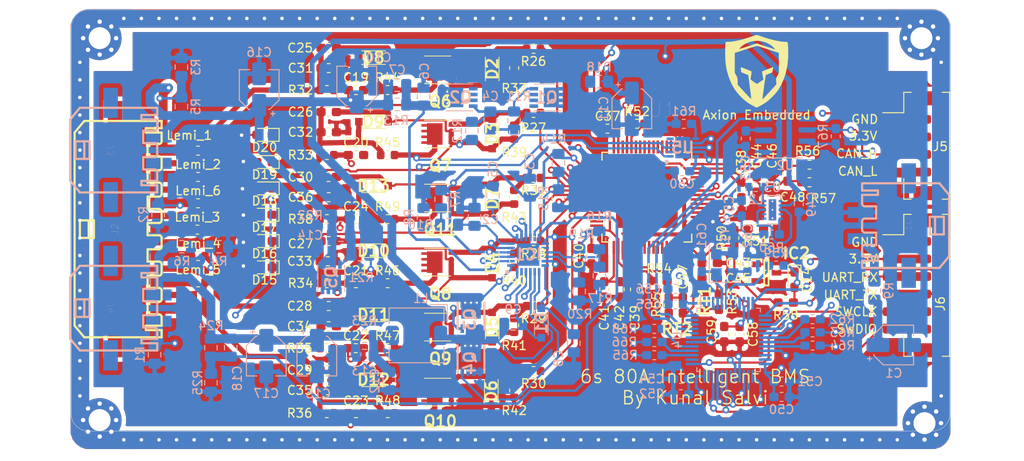
<source format=kicad_pcb>
(kicad_pcb (version 20171130) (host pcbnew "(5.1.5)-3")
  (layers (0 F.Cu signal) (1 Power power) (2 Signal signal) (31 B.Cu signal) (34 B.Paste user) (35 F.Paste user) (36 B.SilkS user) (37 F.SilkS user) (38 B.Mask user) (39 F.Mask user) (44 Edge.Cuts user))
  (net 0 "")
  (net 1 GND)
  (net 2 ACN)
  (net 3 +3V3)
  (net 4 OSC_IN)
  (net 5 OSC_OUT)
  (net 6 "Net-(D15-Pad2)")
  (net 7 "Net-(D16-Pad2)")
  (net 8 "Net-(D17-Pad2)")
  (net 9 "Net-(D18-Pad2)")
  (net 10 "Net-(D19-Pad2)")
  (net 11 "Net-(D20-Pad2)")
  (net 12 ACP)
  (net 13 ACDRV)
  (net 14 CE)
  (net 15 /Charger/STAT1)
  (net 16 TS)
  (net 17 TTC)
  (net 18 /Charger/PG)
  (net 19 /Charger/STAT2)
  (net 20 ISET1)
  (net 21 VFB)
  (net 22 SRP)
  (net 23 ISET2)
  (net 24 ACSET)
  (net 25 REGN)
  (net 26 LODRV)
  (net 27 PH)
  (net 28 HIDRV)
  (net 29 BTST)
  (net 30 BATDRV)
  (net 31 VCC)
  (net 32 EP)
  (net 33 "Net-(IC2-Pad1)")
  (net 34 "Net-(D14-Pad1)")
  (net 35 /Cell_AFE/BAT1)
  (net 36 /Cell_AFE/BAT2)
  (net 37 /Cell_AFE/BAT3)
  (net 38 /Cell_AFE/BAT4)
  (net 39 /Cell_AFE/BAT5)
  (net 40 CAN_L)
  (net 41 CAN_H)
  (net 42 UART_RX)
  (net 43 UART_TX)
  (net 44 SWCLK)
  (net 45 SWDIO)
  (net 46 "Net-(L2-Pad1)")
  (net 47 /Charger/Power_IN)
  (net 48 "Net-(C4-Pad1)")
  (net 49 "Net-(C4-Pad2)")
  (net 50 "Net-(C14-Pad1)")
  (net 51 "Net-(C25-Pad2)")
  (net 52 "Net-(D2-Pad1)")
  (net 53 "Net-(Q6-Pad5)")
  (net 54 "Net-(Q7-Pad5)")
  (net 55 "Net-(D3-Pad1)")
  (net 56 "Net-(C26-Pad2)")
  (net 57 "Net-(Q8-Pad5)")
  (net 58 "Net-(D4-Pad1)")
  (net 59 "Net-(C27-Pad2)")
  (net 60 "Net-(Q9-Pad5)")
  (net 61 "Net-(D5-Pad1)")
  (net 62 "Net-(C28-Pad2)")
  (net 63 "Net-(D6-Pad1)")
  (net 64 "Net-(Q10-Pad5)")
  (net 65 "Net-(C27-Pad1)")
  (net 66 "Net-(D7-Pad1)")
  (net 67 "Net-(Q11-Pad5)")
  (net 68 "Net-(R59-Pad2)")
  (net 69 "Net-(R60-Pad2)")
  (net 70 "Net-(R61-Pad1)")
  (net 71 LED1)
  (net 72 LED2)
  (net 73 LED3)
  (net 74 LED4)
  (net 75 LED5)
  (net 76 LED6)
  (net 77 "Net-(U1-Pad62)")
  (net 78 TS2+)
  (net 79 TS2-)
  (net 80 "Net-(U1-Pad59)")
  (net 81 "Net-(U1-Pad58)")
  (net 82 "Net-(U1-Pad57)")
  (net 83 "Net-(U1-Pad56)")
  (net 84 "Net-(U1-Pad55)")
  (net 85 "Net-(U1-Pad54)")
  (net 86 "Net-(U1-Pad53)")
  (net 87 "Net-(U1-Pad52)")
  (net 88 "Net-(U1-Pad51)")
  (net 89 GPAI+)
  (net 90 GPAI-)
  (net 91 GPIO)
  (net 92 "/Balance Module/CS")
  (net 93 "/Balance Module/SDI")
  (net 94 "/Balance Module/SDO")
  (net 95 "/Balance Module/SCLK")
  (net 96 "/Balance Module/FAULT")
  (net 97 "/Balance Module/ALERT")
  (net 98 "/Balance Module/DRDY")
  (net 99 "/Balance Module/CONV")
  (net 100 REG50)
  (net 101 AUX)
  (net 102 "Net-(U1-Pad30)")
  (net 103 "Net-(U1-Pad29)")
  (net 104 "Net-(U1-Pad28)")
  (net 105 "Net-(U1-Pad27)")
  (net 106 "Net-(U1-Pad26)")
  (net 107 "Net-(U1-Pad24)")
  (net 108 "Net-(U1-Pad23)")
  (net 109 "Net-(U1-Pad22)")
  (net 110 "Net-(U1-Pad21)")
  (net 111 TS1+)
  (net 112 TS1-)
  (net 113 LDOA)
  (net 114 "/Balance Module/CB1")
  (net 115 "/Balance Module/VC1")
  (net 116 "/Balance Module/CB2")
  (net 117 "/Balance Module/VC2")
  (net 118 "/Balance Module/CB3")
  (net 119 "/Balance Module/VC3")
  (net 120 "/Balance Module/CB4")
  (net 121 "/Balance Module/VC4")
  (net 122 "/Balance Module/CB5")
  (net 123 "/Balance Module/VC5")
  (net 124 "/Balance Module/CB6")
  (net 125 "/Balance Module/VC6")
  (net 126 CANTX)
  (net 127 CANRX)
  (net 128 "Net-(U2-Pad5)")
  (net 129 "Net-(U2-Pad8)")
  (net 130 "Net-(U4-Pad2)")
  (net 131 "Net-(U4-Pad3)")
  (net 132 "Net-(U4-Pad4)")
  (net 133 /Controller/BAT_V)
  (net 134 /Controller/SYS_V)
  (net 135 "Net-(U4-Pad14)")
  (net 136 I2C_ALERT)
  (net 137 "Net-(U4-Pad22)")
  (net 138 "Net-(U4-Pad30)")
  (net 139 "Net-(U4-Pad38)")
  (net 140 I2C_SCL)
  (net 141 I2C_SDA)
  (net 142 "Net-(C25-Pad1)")
  (net 143 "Net-(C1-Pad1)")
  (net 144 /Charger/THERMO)
  (net 145 "Net-(R53-Pad1)")
  (net 146 "Net-(R55-Pad1)")
  (net 147 "Net-(D14-Pad2)")
  (net 148 /Controller/SYS_R_+)
  (net 149 /Controller/BAT_R_+)
  (module ASSETS:Company_Logo1 (layer F.Cu) (at 158 47)
    (fp_text reference G*** hide)
    (fp_text value LOGO hide)
  )
  (module BMS_Footprint_V2:43650-0212 (layer B.Cu) (at 175.3 64.6 270)
    (fp_text reference J1 (at 0 0 270) (layer B.SilkS) (effects (font (size 0.787402 0.787402) (thickness 0.015)) (justify mirror)))
    (fp_text value CHARGER)
    (pad 2 smd rect (at -1.5 5.48 270) (size 1.27 2.92) (layers B.Cu B.Paste B.Mask) (net 1 GND))
    (pad 1 smd rect (at 1.5 5.48 270) (size 1.27 2.92) (layers B.Cu B.Paste B.Mask) (net 47 /Charger/Power_IN))
    (pad TAB2 smd rect (at -5.38 0 270) (size 3.43 1.65) (layers B.Cu B.Paste B.Mask))
    (pad TAB1 smd rect (at 5.38 0 270) (size 3.43 1.65) (layers B.Cu B.Paste B.Mask))
  )
  (module MountingHole:MountingHole_2.5mm_Pad_Via (layer F.Cu) (at 177.1 87.1)
    (fp_text reference REF**)
    (fp_text value MountingHole_2.5mm_Pad_Via)
    (pad 1 thru_hole circle (at 1.325825 -1.325825) (size 0.8 0.8) (drill 0.5) (layers *.Cu *.Mask))
    (pad 1 thru_hole circle (at 0 -1.875) (size 0.8 0.8) (drill 0.5) (layers *.Cu *.Mask))
    (pad 1 thru_hole circle (at -1.325825 -1.325825) (size 0.8 0.8) (drill 0.5) (layers *.Cu *.Mask))
    (pad 1 thru_hole circle (at -1.875 0) (size 0.8 0.8) (drill 0.5) (layers *.Cu *.Mask))
    (pad 1 thru_hole circle (at -1.325825 1.325825) (size 0.8 0.8) (drill 0.5) (layers *.Cu *.Mask))
    (pad 1 thru_hole circle (at 0 1.875) (size 0.8 0.8) (drill 0.5) (layers *.Cu *.Mask))
    (pad 1 thru_hole circle (at 1.325825 1.325825) (size 0.8 0.8) (drill 0.5) (layers *.Cu *.Mask))
    (pad 1 thru_hole circle (at 1.875 0) (size 0.8 0.8) (drill 0.5) (layers *.Cu *.Mask))
    (pad 1 thru_hole circle (at 0 0) (size 5 5) (drill 2.5) (layers *.Cu *.Mask))
  )
  (module MountingHole:MountingHole_2.5mm_Pad_Via (layer F.Cu) (at 83.25 86.75)
    (fp_text reference REF**)
    (fp_text value MountingHole_2.5mm_Pad_Via)
    (pad 1 thru_hole circle (at 1.325825 -1.325825) (size 0.8 0.8) (drill 0.5) (layers *.Cu *.Mask))
    (pad 1 thru_hole circle (at 0 -1.875) (size 0.8 0.8) (drill 0.5) (layers *.Cu *.Mask))
    (pad 1 thru_hole circle (at -1.325825 -1.325825) (size 0.8 0.8) (drill 0.5) (layers *.Cu *.Mask))
    (pad 1 thru_hole circle (at -1.875 0) (size 0.8 0.8) (drill 0.5) (layers *.Cu *.Mask))
    (pad 1 thru_hole circle (at -1.325825 1.325825) (size 0.8 0.8) (drill 0.5) (layers *.Cu *.Mask))
    (pad 1 thru_hole circle (at 0 1.875) (size 0.8 0.8) (drill 0.5) (layers *.Cu *.Mask))
    (pad 1 thru_hole circle (at 1.325825 1.325825) (size 0.8 0.8) (drill 0.5) (layers *.Cu *.Mask))
    (pad 1 thru_hole circle (at 1.875 0) (size 0.8 0.8) (drill 0.5) (layers *.Cu *.Mask))
    (pad 1 thru_hole circle (at 0 0) (size 5 5) (drill 2.5) (layers *.Cu *.Mask))
  )
  (module MountingHole:MountingHole_2.5mm_Pad_Via (layer F.Cu) (at 83.25 43.25 180)
    (fp_text reference REF**)
    (fp_text value MountingHole_2.5mm_Pad_Via)
    (pad 1 thru_hole circle (at 0 0 180) (size 5 5) (drill 2.5) (layers *.Cu *.Mask))
    (pad 1 thru_hole circle (at 1.875 0 180) (size 0.8 0.8) (drill 0.5) (layers *.Cu *.Mask))
    (pad 1 thru_hole circle (at 1.325825 1.325825 180) (size 0.8 0.8) (drill 0.5) (layers *.Cu *.Mask))
    (pad 1 thru_hole circle (at 0 1.875 180) (size 0.8 0.8) (drill 0.5) (layers *.Cu *.Mask))
    (pad 1 thru_hole circle (at -1.325825 1.325825 180) (size 0.8 0.8) (drill 0.5) (layers *.Cu *.Mask))
    (pad 1 thru_hole circle (at -1.875 0 180) (size 0.8 0.8) (drill 0.5) (layers *.Cu *.Mask))
    (pad 1 thru_hole circle (at -1.325825 -1.325825 180) (size 0.8 0.8) (drill 0.5) (layers *.Cu *.Mask))
    (pad 1 thru_hole circle (at 0 -1.875 180) (size 0.8 0.8) (drill 0.5) (layers *.Cu *.Mask))
    (pad 1 thru_hole circle (at 1.325825 -1.325825 180) (size 0.8 0.8) (drill 0.5) (layers *.Cu *.Mask))
  )
  (module MountingHole:MountingHole_2.5mm_Pad_Via (layer F.Cu) (at 176.75 43.25)
    (fp_text reference REF**)
    (fp_text value MountingHole_2.5mm_Pad_Via)
    (pad 1 thru_hole circle (at 0 0) (size 5 5) (drill 2.5) (layers *.Cu *.Mask))
    (pad 1 thru_hole circle (at 1.875 0) (size 0.8 0.8) (drill 0.5) (layers *.Cu *.Mask))
    (pad 1 thru_hole circle (at 1.325825 1.325825) (size 0.8 0.8) (drill 0.5) (layers *.Cu *.Mask))
    (pad 1 thru_hole circle (at 0 1.875) (size 0.8 0.8) (drill 0.5) (layers *.Cu *.Mask))
    (pad 1 thru_hole circle (at -1.325825 1.325825) (size 0.8 0.8) (drill 0.5) (layers *.Cu *.Mask))
    (pad 1 thru_hole circle (at -1.875 0) (size 0.8 0.8) (drill 0.5) (layers *.Cu *.Mask))
    (pad 1 thru_hole circle (at -1.325825 -1.325825) (size 0.8 0.8) (drill 0.5) (layers *.Cu *.Mask))
    (pad 1 thru_hole circle (at 0 -1.875) (size 0.8 0.8) (drill 0.5) (layers *.Cu *.Mask))
    (pad 1 thru_hole circle (at 1.325825 -1.325825) (size 0.8 0.8) (drill 0.5) (layers *.Cu *.Mask))
  )
  (module SIS862DNT1GE3 (layer B.Cu) (at 109.6 70.6 270)
    (fp_text reference Q5 (at -0.12 0 270) (layer B.SilkS) (effects (font (size 1.27 1.27) (thickness 0.254)) (justify mirror)))
    (fp_text value SI7617DN-T1-GE3 hide)
    (pad 1 smd rect (at -1.555 0.992 180) (size 0.405 0.99) (layers B.Cu B.Paste B.Mask) (net 2 ACN))
    (pad 2 smd rect (at -1.555 0.332 180) (size 0.405 0.99) (layers B.Cu B.Paste B.Mask) (net 2 ACN))
    (pad 3 smd rect (at -1.555 -0.328 180) (size 0.405 0.99) (layers B.Cu B.Paste B.Mask) (net 2 ACN))
    (pad 4 smd rect (at -1.555 -0.988 180) (size 0.405 0.99) (layers B.Cu B.Paste B.Mask) (net 50 "Net-(C14-Pad1)"))
    (pad 5 smd rect (at 1.555 -0.988 180) (size 0.405 0.51) (layers B.Cu B.Paste B.Mask) (net 2 ACN))
    (pad 6 smd rect (at 1.555 -0.328 180) (size 0.405 0.51) (layers B.Cu B.Paste B.Mask) (net 2 ACN))
    (pad 7 smd rect (at 1.555 0.332 180) (size 0.405 0.51) (layers B.Cu B.Paste B.Mask) (net 2 ACN))
    (pad 8 smd rect (at 1.555 0.992 180) (size 0.405 0.51) (layers B.Cu B.Paste B.Mask) (net 2 ACN))
    (pad 9 smd rect (at 0.438 0.002 270) (size 1.725 2.235) (layers B.Cu B.Paste B.Mask))
    (pad 10 smd rect (at 1.175 -1.156 180) (size 0.077 0.25) (layers B.Cu B.Paste B.Mask))
    (pad 11 smd rect (at 1.175 1.156 180) (size 0.077 0.25) (layers B.Cu B.Paste B.Mask))
  )
  (module Resistor_SMD:R_0805_2012Metric_Pad1.15x1.40mm_HandSolder (layer B.Cu) (at 92.61 67)
    (fp_text reference R6 (at 0 1.65) (layer B.SilkS) (effects (justify mirror)))
    (fp_text value R)
    (pad 2 smd roundrect (at 1.025 0) (size 1.15 1.4) (layers B.Cu B.Paste B.Mask) (roundrect_rratio 0.217391) (net 133 /Controller/BAT_V))
    (pad 1 smd roundrect (at -1.025 0) (size 1.15 1.4) (layers B.Cu B.Paste B.Mask) (roundrect_rratio 0.217391) (net 2 ACN))
  )
  (module Resistor_SMD:R_0805_2012Metric_Pad1.15x1.40mm_HandSolder (layer B.Cu) (at 92.55 51.04 90)
    (fp_text reference R5 (at 0 1.65 90) (layer B.SilkS) (effects (justify mirror)))
    (fp_text value R)
    (pad 2 smd roundrect (at 1.025 0 90) (size 1.15 1.4) (layers B.Cu B.Paste B.Mask) (roundrect_rratio 0.217391) (net 134 /Controller/SYS_V))
    (pad 1 smd roundrect (at -1.025 0 90) (size 1.15 1.4) (layers B.Cu B.Paste B.Mask) (roundrect_rratio 0.217391) (net 2 ACN))
  )
  (module Resistor_SMD:R_0805_2012Metric_Pad1.15x1.40mm_HandSolder (layer B.Cu) (at 96.835 67)
    (fp_text reference R4 (at 0 1.65) (layer B.SilkS) (effects (justify mirror)))
    (fp_text value R)
    (pad 2 smd roundrect (at 1.025 0) (size 1.15 1.4) (layers B.Cu B.Paste B.Mask) (roundrect_rratio 0.217391) (net 1 GND))
    (pad 1 smd roundrect (at -1.025 0) (size 1.15 1.4) (layers B.Cu B.Paste B.Mask) (roundrect_rratio 0.217391) (net 133 /Controller/BAT_V))
  )
  (module Resistor_SMD:R_0805_2012Metric_Pad1.15x1.40mm_HandSolder (layer B.Cu) (at 92.55 46.54 90)
    (fp_text reference R3 (at 0 1.65 90) (layer B.SilkS) (effects (justify mirror)))
    (fp_text value R)
    (pad 2 smd roundrect (at 1.025 0 90) (size 1.15 1.4) (layers B.Cu B.Paste B.Mask) (roundrect_rratio 0.217391) (net 1 GND))
    (pad 1 smd roundrect (at -1.025 0 90) (size 1.15 1.4) (layers B.Cu B.Paste B.Mask) (roundrect_rratio 0.217391) (net 134 /Controller/SYS_V))
  )
  (module Resistor_SMD:R_0805_2012Metric_Pad1.15x1.40mm_HandSolder (layer B.Cu) (at 89.9 63.325 270)
    (fp_text reference R2 (at 0 1.65 90) (layer B.SilkS) (effects (justify mirror)))
    (fp_text value R)
    (pad 2 smd roundrect (at 1.025 0 270) (size 1.15 1.4) (layers B.Cu B.Paste B.Mask) (roundrect_rratio 0.217391) (net 1 GND))
    (pad 1 smd roundrect (at -1.025 0 270) (size 1.15 1.4) (layers B.Cu B.Paste B.Mask) (roundrect_rratio 0.217391) (net 148 /Controller/SYS_R_+))
  )
  (module Resistor_SMD:R_0805_2012Metric_Pad1.15x1.40mm_HandSolder (layer B.Cu) (at 89.5 79.3 270)
    (fp_text reference R1 (at 0 1.65 90) (layer B.SilkS) (effects (justify mirror)))
    (fp_text value R)
    (pad 2 smd roundrect (at 1.025 0 270) (size 1.15 1.4) (layers B.Cu B.Paste B.Mask) (roundrect_rratio 0.217391) (net 1 GND))
    (pad 1 smd roundrect (at -1.025 0 270) (size 1.15 1.4) (layers B.Cu B.Paste B.Mask) (roundrect_rratio 0.217391) (net 149 /Controller/BAT_R_+))
  )
  (module LED_SMD:LED_0603_1608Metric_Pad1.05x0.95mm_HandSolder (layer F.Cu) (at 162.31 70.76 270)
    (fp_text reference D14 (at 0 -1.43 90) (layer F.SilkS))
    (fp_text value LED)
    (pad 2 smd roundrect (at 0.875 0 270) (size 1.05 0.95) (layers F.Cu F.Paste F.Mask) (net 147 "Net-(D14-Pad2)"))
    (pad 1 smd roundrect (at -0.875 0 270) (size 1.05 0.95) (layers F.Cu F.Paste F.Mask) (net 34 "Net-(D14-Pad1)"))
  )
  (module BMS_Footprint_V2:THRMC1608X90N (layer F.Cu) (at 148.9 76.4 180)
    (fp_text reference RT2 (at 0 0) (layer F.SilkS) (effects (font (size 1.27 1.27) (thickness 0.254))))
    (fp_text value NTCG163JF103FT1 hide)
    (pad 2 smd rect (at 0.9 0 180) (size 0.7 0.95) (layers F.Cu F.Paste F.Mask) (net 146 "Net-(R55-Pad1)"))
    (pad 1 smd rect (at -0.9 0 180) (size 0.7 0.95) (layers F.Cu F.Paste F.Mask) (net 100 REG50))
  )
  (module BMS_Footprint_V2:THRMC1608X90N (layer F.Cu) (at 152.1 73.2 270)
    (fp_text reference RT1 (at 0 0 90) (layer F.SilkS) (effects (font (size 1.27 1.27) (thickness 0.254))))
    (fp_text value NTCG163JF103FT1 hide)
    (pad 2 smd rect (at 0.9 0 270) (size 0.7 0.95) (layers F.Cu F.Paste F.Mask) (net 145 "Net-(R53-Pad1)"))
    (pad 1 smd rect (at -0.9 0 270) (size 0.7 0.95) (layers F.Cu F.Paste F.Mask) (net 100 REG50))
  )
  (module Resistor_SMD:R_0603_1608Metric_Pad1.05x0.95mm_HandSolder (layer F.Cu) (at 161.31 73.36 180)
    (fp_text reference R58 (at 0 -1.43) (layer F.SilkS))
    (fp_text value 2.7K)
    (pad 2 smd roundrect (at 0.875 0 180) (size 1.05 0.95) (layers F.Cu F.Paste F.Mask) (net 100 REG50))
    (pad 1 smd roundrect (at -0.875 0 180) (size 1.05 0.95) (layers F.Cu F.Paste F.Mask) (net 147 "Net-(D14-Pad2)"))
  )
  (module Resistor_SMD:R_0603_1608Metric_Pad1.05x0.95mm_HandSolder (layer F.Cu) (at 164.01 59.66 180)
    (fp_text reference R57 (at -1.59 -1.84) (layer F.SilkS))
    (fp_text value 0)
    (pad 2 smd roundrect (at 0.875 0 180) (size 1.05 0.95) (layers F.Cu F.Paste F.Mask) (net 90 GPAI-))
    (pad 1 smd roundrect (at -0.875 0 180) (size 1.05 0.95) (layers F.Cu F.Paste F.Mask) (net 1 GND))
  )
  (module Resistor_SMD:R_0603_1608Metric_Pad1.05x0.95mm_HandSolder (layer F.Cu) (at 164.01 57.66 180)
    (fp_text reference R56 (at 0.21 1.56) (layer F.SilkS))
    (fp_text value 0)
    (pad 2 smd roundrect (at 0.875 0 180) (size 1.05 0.95) (layers F.Cu F.Paste F.Mask) (net 89 GPAI+))
    (pad 1 smd roundrect (at -0.875 0 180) (size 1.05 0.95) (layers F.Cu F.Paste F.Mask) (net 1 GND))
  )
  (module Resistor_SMD:R_0603_1608Metric_Pad1.05x0.95mm_HandSolder (layer F.Cu) (at 148 73.675 90)
    (fp_text reference R55 (at 0.075 -1.4 90) (layer F.SilkS))
    (fp_text value 1.47K)
    (pad 2 smd roundrect (at 0.875 0 90) (size 1.05 0.95) (layers F.Cu F.Paste F.Mask) (net 111 TS1+))
    (pad 1 smd roundrect (at -0.875 0 90) (size 1.05 0.95) (layers F.Cu F.Paste F.Mask) (net 146 "Net-(R55-Pad1)"))
  )
  (module Resistor_SMD:R_0603_1608Metric_Pad1.05x0.95mm_HandSolder (layer F.Cu) (at 146.94 70.91 180)
    (fp_text reference R54 (at 0.04 1.41) (layer F.SilkS))
    (fp_text value 1.82K)
    (pad 2 smd roundrect (at 0.875 0 180) (size 1.05 0.95) (layers F.Cu F.Paste F.Mask) (net 112 TS1-))
    (pad 1 smd roundrect (at -0.875 0 180) (size 1.05 0.95) (layers F.Cu F.Paste F.Mask) (net 111 TS1+))
  )
  (module Resistor_SMD:R_0603_1608Metric_Pad1.05x0.95mm_HandSolder (layer F.Cu) (at 153.7 73.275 90)
    (fp_text reference R53 (at -0.025 1.5 90) (layer F.SilkS))
    (fp_text value 1.47K)
    (pad 2 smd roundrect (at 0.875 0 90) (size 1.05 0.95) (layers F.Cu F.Paste F.Mask) (net 78 TS2+))
    (pad 1 smd roundrect (at -0.875 0 90) (size 1.05 0.95) (layers F.Cu F.Paste F.Mask) (net 145 "Net-(R53-Pad1)"))
  )
  (module Resistor_SMD:R_0603_1608Metric_Pad1.05x0.95mm_HandSolder (layer F.Cu) (at 144.4 53)
    (fp_text reference R52 (at 0 -1.4) (layer F.SilkS))
    (fp_text value 1.82K)
    (pad 2 smd roundrect (at 0.875 0) (size 1.05 0.95) (layers F.Cu F.Paste F.Mask) (net 79 TS2-))
    (pad 1 smd roundrect (at -0.875 0) (size 1.05 0.95) (layers F.Cu F.Paste F.Mask) (net 78 TS2+))
  )
  (module Resistor_SMD:R_0603_1608Metric_Pad1.05x0.95mm_HandSolder (layer F.Cu) (at 157.91 64.96)
    (fp_text reference R51 (at 0 1.4) (layer F.SilkS))
    (fp_text value 100)
    (pad 2 smd roundrect (at 0.875 0) (size 1.05 0.95) (layers F.Cu F.Paste F.Mask) (net 33 "Net-(IC2-Pad1)"))
    (pad 1 smd roundrect (at -0.875 0) (size 1.05 0.95) (layers F.Cu F.Paste F.Mask) (net 91 GPIO))
  )
  (module Resistor_SMD:R_0603_1608Metric_Pad1.05x0.95mm_HandSolder (layer F.Cu) (at 155.46 66.01 90)
    (fp_text reference R50 (at 0 -1.43 90) (layer F.SilkS))
    (fp_text value 100K)
    (pad 2 smd roundrect (at 0.875 0 90) (size 1.05 0.95) (layers F.Cu F.Paste F.Mask) (net 91 GPIO))
    (pad 1 smd roundrect (at -0.875 0 90) (size 1.05 0.95) (layers F.Cu F.Paste F.Mask) (net 100 REG50))
  )
  (module Capacitor_SMD:C_0603_1608Metric_Pad1.05x0.95mm_HandSolder (layer F.Cu) (at 161.51 58.66 270)
    (fp_text reference C48 (at 2.7 -0.6 180) (layer F.SilkS))
    (fp_text value 0.1U)
    (pad 2 smd roundrect (at 0.875 0 270) (size 1.05 0.95) (layers F.Cu F.Paste F.Mask) (net 90 GPAI-))
    (pad 1 smd roundrect (at -0.875 0 270) (size 1.05 0.95) (layers F.Cu F.Paste F.Mask) (net 89 GPAI+))
  )
  (module Capacitor_SMD:C_0603_1608Metric_Pad1.05x0.95mm_HandSolder (layer F.Cu) (at 149.6 73.675 90)
    (fp_text reference C47 (at 3.25 0 90) (layer F.SilkS))
    (fp_text value 0.047U)
    (pad 2 smd roundrect (at 0.875 0 90) (size 1.05 0.95) (layers F.Cu F.Paste F.Mask) (net 111 TS1+))
    (pad 1 smd roundrect (at -0.875 0 90) (size 1.05 0.95) (layers F.Cu F.Paste F.Mask) (net 100 REG50))
  )
  (module Capacitor_SMD:C_0603_1608Metric_Pad1.05x0.95mm_HandSolder (layer F.Cu) (at 159.76 59.91 270)
    (fp_text reference C46 (at -3.25 0 90) (layer F.SilkS))
    (fp_text value 1U)
    (pad 2 smd roundrect (at 0.875 0 270) (size 1.05 0.95) (layers F.Cu F.Paste F.Mask) (net 1 GND))
    (pad 1 smd roundrect (at -0.875 0 270) (size 1.05 0.95) (layers F.Cu F.Paste F.Mask) (net 89 GPAI+))
  )
  (module Capacitor_SMD:C_0603_1608Metric_Pad1.05x0.95mm_HandSolder (layer F.Cu) (at 152.66 70.61)
    (fp_text reference C45 (at 3.25 0) (layer F.SilkS))
    (fp_text value 0.047U)
    (pad 2 smd roundrect (at 0.875 0) (size 1.05 0.95) (layers F.Cu F.Paste F.Mask) (net 78 TS2+))
    (pad 1 smd roundrect (at -0.875 0) (size 1.05 0.95) (layers F.Cu F.Paste F.Mask) (net 100 REG50))
  )
  (module Capacitor_SMD:C_0603_1608Metric_Pad1.05x0.95mm_HandSolder (layer F.Cu) (at 158.01 59.91 270)
    (fp_text reference C44 (at -3.25 0 90) (layer F.SilkS))
    (fp_text value 1U)
    (pad 2 smd roundrect (at 0.875 0 270) (size 1.05 0.95) (layers F.Cu F.Paste F.Mask) (net 1 GND))
    (pad 1 smd roundrect (at -0.875 0 270) (size 1.05 0.95) (layers F.Cu F.Paste F.Mask) (net 90 GPAI-))
  )
  (module Capacitor_SMD:C_0603_1608Metric_Pad1.05x0.95mm_HandSolder (layer F.Cu) (at 152.66 68.86)
    (fp_text reference C43 (at 3.25 0) (layer F.SilkS))
    (fp_text value 2.2U)
    (pad 2 smd roundrect (at 0.875 0) (size 1.05 0.95) (layers F.Cu F.Paste F.Mask) (net 1 GND))
    (pad 1 smd roundrect (at -0.875 0) (size 1.05 0.95) (layers F.Cu F.Paste F.Mask) (net 100 REG50))
  )
  (module Capacitor_SMD:C_0603_1608Metric_Pad1.05x0.95mm_HandSolder (layer F.Cu) (at 142.41 71.86 90)
    (fp_text reference C42 (at -3.25 0 90) (layer F.SilkS))
    (fp_text value 0.1U)
    (pad 2 smd roundrect (at 0.875 0 90) (size 1.05 0.95) (layers F.Cu F.Paste F.Mask) (net 113 LDOA))
    (pad 1 smd roundrect (at -0.875 0 90) (size 1.05 0.95) (layers F.Cu F.Paste F.Mask) (net 1 GND))
  )
  (module Capacitor_SMD:C_0603_1608Metric_Pad1.05x0.95mm_HandSolder (layer F.Cu) (at 140.66 71.86 90)
    (fp_text reference C41 (at -3.25 0 90) (layer F.SilkS))
    (fp_text value 2.2U)
    (pad 2 smd roundrect (at 0.875 0 90) (size 1.05 0.95) (layers F.Cu F.Paste F.Mask) (net 113 LDOA))
    (pad 1 smd roundrect (at -0.875 0 90) (size 1.05 0.95) (layers F.Cu F.Paste F.Mask) (net 1 GND))
  )
  (module Capacitor_SMD:C_0603_1608Metric_Pad1.05x0.95mm_HandSolder (layer F.Cu) (at 139.2 68.075 90)
    (fp_text reference C40 (at 0 -1.43 90) (layer F.SilkS))
    (fp_text value 0.047U)
    (pad 2 smd roundrect (at 0.875 0 90) (size 1.05 0.95) (layers F.Cu F.Paste F.Mask) (net 14 CE))
    (pad 1 smd roundrect (at -0.875 0 90) (size 1.05 0.95) (layers F.Cu F.Paste F.Mask) (net 1 GND))
  )
  (module Capacitor_SMD:C_0603_1608Metric_Pad1.05x0.95mm_HandSolder (layer F.Cu) (at 144.16 71.86 90)
    (fp_text reference C39 (at -3.25 0 90) (layer F.SilkS))
    (fp_text value 0.1U)
    (pad 2 smd roundrect (at 0.875 0 90) (size 1.05 0.95) (layers F.Cu F.Paste F.Mask) (net 14 CE))
    (pad 1 smd roundrect (at -0.875 0 90) (size 1.05 0.95) (layers F.Cu F.Paste F.Mask) (net 1 GND))
  )
  (module Capacitor_SMD:C_0603_1608Metric_Pad1.05x0.95mm_HandSolder (layer F.Cu) (at 156.26 60.535 90)
    (fp_text reference C38 (at 3.125 0 90) (layer F.SilkS))
    (fp_text value 2.2U)
    (pad 2 smd roundrect (at 0.875 0 90) (size 1.05 0.95) (layers F.Cu F.Paste F.Mask) (net 14 CE))
    (pad 1 smd roundrect (at -0.875 0 90) (size 1.05 0.95) (layers F.Cu F.Paste F.Mask) (net 1 GND))
  )
  (module Capacitor_SMD:C_0603_1608Metric_Pad1.05x0.95mm_HandSolder (layer F.Cu) (at 141.035 53.56)
    (fp_text reference C37 (at 0 -1.43) (layer F.SilkS))
    (fp_text value 0.1U)
    (pad 2 smd roundrect (at 0.875 0) (size 1.05 0.95) (layers F.Cu F.Paste F.Mask) (net 2 ACN))
    (pad 1 smd roundrect (at -0.875 0) (size 1.05 0.95) (layers F.Cu F.Paste F.Mask) (net 1 GND))
  )
  (module Capacitor_SMD:C_0805_2012Metric_Pad1.15x1.40mm_HandSolder (layer B.Cu) (at 110.7 65.69 180)
    (fp_text reference C14 (at 3.5 0 180) (layer B.SilkS) (effects (justify mirror)))
    (fp_text value 0.1U)
    (pad 2 smd roundrect (at 1.025 0 180) (size 1.15 1.4) (layers B.Cu B.Paste B.Mask) (roundrect_rratio 0.217391) (net 2 ACN))
    (pad 1 smd roundrect (at -1.025 0 180) (size 1.15 1.4) (layers B.Cu B.Paste B.Mask) (roundrect_rratio 0.217391) (net 50 "Net-(C14-Pad1)"))
  )
  (module Capacitor_SMD:C_0805_2012Metric_Pad1.15x1.40mm_HandSolder (layer B.Cu) (at 137.2 78 270)
    (fp_text reference C8 (at 1.725 1.75 270) (layer B.SilkS) (effects (justify mirror)))
    (fp_text value 1U)
    (pad 2 smd roundrect (at 1.025 0 270) (size 1.15 1.4) (layers B.Cu B.Paste B.Mask) (roundrect_rratio 0.217391) (net 1 GND))
    (pad 1 smd roundrect (at -1.025 0 270) (size 1.15 1.4) (layers B.Cu B.Paste B.Mask) (roundrect_rratio 0.217391) (net 25 REGN))
  )
  (module BMS_Footprint_V2:BZT52B5V1E308 (layer B.Cu) (at 133.5 75.7 90)
    (fp_text reference D1 (at 0 0 270) (layer B.SilkS) (effects (font (size 1.27 1.27) (thickness 0.254)) (justify mirror)))
    (fp_text value D_Schottky hide)
    (pad 2 smd rect (at 1.675 0) (size 0.85 0.85) (layers B.Cu B.Paste B.Mask) (net 25 REGN))
    (pad 1 smd rect (at -1.675 0) (size 0.85 0.85) (layers B.Cu B.Paste B.Mask) (net 29 BTST))
  )
  (module Inductor_SMD:L_TDK_SLF6025 (layer B.Cu) (at 119.3 77.1 180)
    (fp_text reference L1 (at -0.5 4.2) (layer B.SilkS) (effects (justify mirror)))
    (fp_text value 6.8U)
    (fp_text user "" (at -49 -0.05) (layer B.SilkS) (effects (font (size 3 3)) (justify mirror)))
    (pad 2 smd roundrect (at 2.75 0 180) (size 1.5 2.2) (layers B.Cu B.Paste B.Mask) (net 22 SRP))
    (pad 1 smd roundrect (at -2.75 0 180) (size 1.5 2.2) (layers B.Cu B.Paste B.Mask) (net 27 PH))
  )
  (module Capacitor_SMD:CP_Elec_4x3.9 (layer B.Cu) (at 112.5 48.7 90)
    (fp_text reference C10 (at 3.25 2.5 180) (layer B.SilkS) (effects (justify mirror)))
    (fp_text value 10U)
    (pad 2 smd roundrect (at 1.8 0 90) (size 2.6 1.6) (layers B.Cu B.Paste B.Mask) (roundrect_rratio 0.15625) (net 1 GND))
    (pad 1 smd roundrect (at -1.8 0 90) (size 2.6 1.6) (layers B.Cu B.Paste B.Mask) (roundrect_rratio 0.15625) (net 2 ACN))
  )
  (module Resistor_SMD:R_0805_2012Metric_Pad1.15x1.40mm_HandSolder (layer B.Cu) (at 95.91 82.5 90)
    (fp_text reference R25 (at 0 -1.5 270) (layer B.SilkS) (effects (justify mirror)))
    (fp_text value 100K)
    (pad 2 smd roundrect (at 1.025 0 90) (size 1.15 1.4) (layers B.Cu B.Paste B.Mask) (roundrect_rratio 0.217391) (net 21 VFB))
    (pad 1 smd roundrect (at -1.025 0 90) (size 1.15 1.4) (layers B.Cu B.Paste B.Mask) (roundrect_rratio 0.217391) (net 1 GND))
  )
  (module Resistor_SMD:R_0805_2012Metric_Pad1.15x1.40mm_HandSolder (layer B.Cu) (at 95.91 78.5 90)
    (fp_text reference R24 (at 2.5 0 180) (layer B.SilkS) (effects (justify mirror)))
    (fp_text value 500K)
    (pad 2 smd roundrect (at 1.025 0 90) (size 1.15 1.4) (layers B.Cu B.Paste B.Mask) (roundrect_rratio 0.217391) (net 2 ACN))
    (pad 1 smd roundrect (at -1.025 0 90) (size 1.15 1.4) (layers B.Cu B.Paste B.Mask) (roundrect_rratio 0.217391) (net 21 VFB))
  )
  (module Resistor_SMD:R_0805_2012Metric_Pad1.15x1.40mm_HandSolder (layer B.Cu) (at 113.4 77.2)
    (fp_text reference R23 (at -0.025 -1.75) (layer B.SilkS) (effects (justify mirror)))
    (fp_text value 0.010)
    (pad 2 smd roundrect (at 1.025 0) (size 1.15 1.4) (layers B.Cu B.Paste B.Mask) (roundrect_rratio 0.217391) (net 22 SRP))
    (pad 1 smd roundrect (at -1.025 0) (size 1.15 1.4) (layers B.Cu B.Paste B.Mask) (roundrect_rratio 0.217391) (net 2 ACN))
  )
  (module Resistor_SMD:R_0805_2012Metric_Pad1.15x1.40mm_HandSolder (layer B.Cu) (at 110.7 63.44 180)
    (fp_text reference R22 (at 3.5 0) (layer B.SilkS) (effects (justify mirror)))
    (fp_text value 100K)
    (pad 2 smd roundrect (at 1.025 0 180) (size 1.15 1.4) (layers B.Cu B.Paste B.Mask) (roundrect_rratio 0.217391) (net 2 ACN))
    (pad 1 smd roundrect (at -1.025 0 180) (size 1.15 1.4) (layers B.Cu B.Paste B.Mask) (roundrect_rratio 0.217391) (net 50 "Net-(C14-Pad1)"))
  )
  (module Resistor_SMD:R_0805_2012Metric_Pad1.15x1.40mm_HandSolder (layer B.Cu) (at 112.9 67.9)
    (fp_text reference R21 (at 0.1 2.6 180) (layer B.SilkS) (effects (justify mirror)))
    (fp_text value 1K)
    (pad 2 smd roundrect (at 1.025 0) (size 1.15 1.4) (layers B.Cu B.Paste B.Mask) (roundrect_rratio 0.217391) (net 30 BATDRV))
    (pad 1 smd roundrect (at -1.025 0) (size 1.15 1.4) (layers B.Cu B.Paste B.Mask) (roundrect_rratio 0.217391) (net 50 "Net-(C14-Pad1)"))
  )
  (module Resistor_SMD:R_0805_2012Metric_Pad1.15x1.40mm_HandSolder (layer B.Cu) (at 137.8 72.1 270)
    (fp_text reference R20 (at 2.565 -0.08 180) (layer B.SilkS) (effects (justify mirror)))
    (fp_text value 100K)
    (pad 2 smd roundrect (at 1.025 0 270) (size 1.15 1.4) (layers B.Cu B.Paste B.Mask) (roundrect_rratio 0.217391) (net 1 GND))
    (pad 1 smd roundrect (at -1.025 0 270) (size 1.15 1.4) (layers B.Cu B.Paste B.Mask) (roundrect_rratio 0.217391) (net 24 ACSET))
  )
  (module Resistor_SMD:R_0805_2012Metric_Pad1.15x1.40mm_HandSolder (layer B.Cu) (at 137.82 68.29 270)
    (fp_text reference R19 (at -2.75 -0.25 180) (layer B.SilkS) (effects (justify mirror)))
    (fp_text value 100K)
    (pad 2 smd roundrect (at 1.025 0 270) (size 1.15 1.4) (layers B.Cu B.Paste B.Mask) (roundrect_rratio 0.217391) (net 24 ACSET))
    (pad 1 smd roundrect (at -1.025 0 270) (size 1.15 1.4) (layers B.Cu B.Paste B.Mask) (roundrect_rratio 0.217391) (net 14 CE))
  )
  (module Resistor_SMD:R_0805_2012Metric_Pad1.15x1.40mm_HandSolder (layer B.Cu) (at 140.075 48.2 180)
    (fp_text reference R18 (at 0 1.65) (layer B.SilkS) (effects (justify mirror)))
    (fp_text value 10)
    (pad 2 smd roundrect (at 1.025 0 180) (size 1.15 1.4) (layers B.Cu B.Paste B.Mask) (roundrect_rratio 0.217391) (net 49 "Net-(C4-Pad2)"))
    (pad 1 smd roundrect (at -1.025 0 180) (size 1.15 1.4) (layers B.Cu B.Paste B.Mask) (roundrect_rratio 0.217391) (net 31 VCC))
  )
  (module Resistor_SMD:R_0805_2012Metric_Pad1.15x1.40mm_HandSolder (layer B.Cu) (at 140.11 70.325 270)
    (fp_text reference R17 (at 2.575 -0.09 180) (layer B.SilkS) (effects (justify mirror)))
    (fp_text value 100K)
    (pad 2 smd roundrect (at 1.025 0 270) (size 1.15 1.4) (layers B.Cu B.Paste B.Mask) (roundrect_rratio 0.217391) (net 1 GND))
    (pad 1 smd roundrect (at -1.025 0 270) (size 1.15 1.4) (layers B.Cu B.Paste B.Mask) (roundrect_rratio 0.217391) (net 23 ISET2))
  )
  (module Resistor_SMD:R_0805_2012Metric_Pad1.15x1.40mm_HandSolder (layer B.Cu) (at 140.11 66.275 270)
    (fp_text reference R16 (at -2.75 0) (layer B.SilkS) (effects (justify mirror)))
    (fp_text value 100K)
    (pad 2 smd roundrect (at 1.025 0 270) (size 1.15 1.4) (layers B.Cu B.Paste B.Mask) (roundrect_rratio 0.217391) (net 23 ISET2))
    (pad 1 smd roundrect (at -1.025 0 270) (size 1.15 1.4) (layers B.Cu B.Paste B.Mask) (roundrect_rratio 0.217391) (net 14 CE))
  )
  (module Resistor_SMD:R_0805_2012Metric_Pad1.15x1.40mm_HandSolder (layer B.Cu) (at 135.42 61.485 270)
    (fp_text reference R15 (at 0 1.65 90) (layer B.SilkS) (effects (justify mirror)))
    (fp_text value 100K)
    (pad 2 smd roundrect (at 1.025 0 270) (size 1.15 1.4) (layers B.Cu B.Paste B.Mask) (roundrect_rratio 0.217391) (net 1 GND))
    (pad 1 smd roundrect (at -1.025 0 270) (size 1.15 1.4) (layers B.Cu B.Paste B.Mask) (roundrect_rratio 0.217391) (net 20 ISET1))
  )
  (module Resistor_SMD:R_0805_2012Metric_Pad1.15x1.40mm_HandSolder (layer B.Cu) (at 135.445 57.465 270)
    (fp_text reference R14 (at -2.725 0.525) (layer B.SilkS) (effects (justify mirror)))
    (fp_text value 100K)
    (pad 2 smd roundrect (at 1.025 0 270) (size 1.15 1.4) (layers B.Cu B.Paste B.Mask) (roundrect_rratio 0.217391) (net 20 ISET1))
    (pad 1 smd roundrect (at -1.025 0 270) (size 1.15 1.4) (layers B.Cu B.Paste B.Mask) (roundrect_rratio 0.217391) (net 14 CE))
  )
  (module Resistor_SMD:R_0805_2012Metric_Pad1.15x1.40mm_HandSolder (layer B.Cu) (at 117.1 50.8)
    (fp_text reference R13 (at -0.1 1.8) (layer B.SilkS) (effects (justify mirror)))
    (fp_text value 0.01)
    (pad 2 smd roundrect (at 1.025 0) (size 1.15 1.4) (layers B.Cu B.Paste B.Mask) (roundrect_rratio 0.217391) (net 12 ACP))
    (pad 1 smd roundrect (at -1.025 0) (size 1.15 1.4) (layers B.Cu B.Paste B.Mask) (roundrect_rratio 0.217391) (net 2 ACN))
  )
  (module Resistor_SMD:R_0805_2012Metric_Pad1.15x1.40mm_HandSolder (layer B.Cu) (at 125.6 53.8 270)
    (fp_text reference R12 (at 0 1.65 90) (layer B.SilkS) (effects (justify mirror)))
    (fp_text value 1K)
    (pad 2 smd roundrect (at 1.025 0 270) (size 1.15 1.4) (layers B.Cu B.Paste B.Mask) (roundrect_rratio 0.217391) (net 13 ACDRV))
    (pad 1 smd roundrect (at -1.025 0 270) (size 1.15 1.4) (layers B.Cu B.Paste B.Mask) (roundrect_rratio 0.217391) (net 48 "Net-(C4-Pad1)"))
  )
  (module Resistor_SMD:R_0805_2012Metric_Pad1.15x1.40mm_HandSolder (layer B.Cu) (at 130.4 52.625 270)
    (fp_text reference R11 (at -2.75 -0.5 180) (layer B.SilkS) (effects (justify mirror)))
    (fp_text value 100k)
    (pad 2 smd roundrect (at 1.025 0 270) (size 1.15 1.4) (layers B.Cu B.Paste B.Mask) (roundrect_rratio 0.217391) (net 49 "Net-(C4-Pad2)"))
    (pad 1 smd roundrect (at -1.025 0 270) (size 1.15 1.4) (layers B.Cu B.Paste B.Mask) (roundrect_rratio 0.217391) (net 48 "Net-(C4-Pad1)"))
  )
  (module Resistor_SMD:R_0805_2012Metric_Pad1.15x1.40mm_HandSolder (layer B.Cu) (at 123 64.5)
    (fp_text reference R10 (at -3.25 0) (layer B.SilkS) (effects (justify mirror)))
    (fp_text value 100K)
    (pad 2 smd roundrect (at 1.025 0) (size 1.15 1.4) (layers B.Cu B.Paste B.Mask) (roundrect_rratio 0.217391) (net 16 TS))
    (pad 1 smd roundrect (at -1.025 0) (size 1.15 1.4) (layers B.Cu B.Paste B.Mask) (roundrect_rratio 0.217391) (net 144 /Charger/THERMO))
  )
  (module Resistor_SMD:R_0805_2012Metric_Pad1.15x1.40mm_HandSolder (layer B.Cu) (at 171.4 72 90)
    (fp_text reference R9 (at 0 1.65 270) (layer B.SilkS) (effects (justify mirror)))
    (fp_text value 100k)
    (pad 2 smd roundrect (at 1.025 0 90) (size 1.15 1.4) (layers B.Cu B.Paste B.Mask) (roundrect_rratio 0.217391) (net 47 /Charger/Power_IN))
    (pad 1 smd roundrect (at -1.025 0 90) (size 1.15 1.4) (layers B.Cu B.Paste B.Mask) (roundrect_rratio 0.217391) (net 143 "Net-(C1-Pad1)"))
  )
  (module Resistor_SMD:R_0805_2012Metric_Pad1.15x1.40mm_HandSolder (layer B.Cu) (at 120.1 63.625 270)
    (fp_text reference R8 (at 0 1.65 90) (layer B.SilkS) (effects (justify mirror)))
    (fp_text value 430K)
    (pad 2 smd roundrect (at 1.025 0 270) (size 1.15 1.4) (layers B.Cu B.Paste B.Mask) (roundrect_rratio 0.217391) (net 144 /Charger/THERMO))
    (pad 1 smd roundrect (at -1.025 0 270) (size 1.15 1.4) (layers B.Cu B.Paste B.Mask) (roundrect_rratio 0.217391) (net 1 GND))
  )
  (module Resistor_SMD:R_0805_2012Metric_Pad1.15x1.40mm_HandSolder (layer B.Cu) (at 122.1 61.6 90)
    (fp_text reference R7 (at 0 1.65 90) (layer B.SilkS) (effects (justify mirror)))
    (fp_text value 9.31K)
    (pad 2 smd roundrect (at 1.025 0 90) (size 1.15 1.4) (layers B.Cu B.Paste B.Mask) (roundrect_rratio 0.217391) (net 14 CE))
    (pad 1 smd roundrect (at -1.025 0 90) (size 1.15 1.4) (layers B.Cu B.Paste B.Mask) (roundrect_rratio 0.217391) (net 144 /Charger/THERMO))
  )
  (module Capacitor_SMD:C_0805_2012Metric_Pad1.15x1.40mm_HandSolder (layer B.Cu) (at 98.16 78.5 90)
    (fp_text reference C18 (at -3.5 0.75 270) (layer B.SilkS) (effects (justify mirror)))
    (fp_text value 22P)
    (pad 2 smd roundrect (at 1.025 0 90) (size 1.15 1.4) (layers B.Cu B.Paste B.Mask) (roundrect_rratio 0.217391) (net 2 ACN))
    (pad 1 smd roundrect (at -1.025 0 90) (size 1.15 1.4) (layers B.Cu B.Paste B.Mask) (roundrect_rratio 0.217391) (net 21 VFB))
  )
  (module Capacitor_SMD:CP_Elec_4x3.9 (layer B.Cu) (at 102.21 79.46 270)
    (fp_text reference C17 (at 4.25 0 180) (layer B.SilkS) (effects (justify mirror)))
    (fp_text value 10U)
    (pad 2 smd roundrect (at 1.8 0 270) (size 2.6 1.6) (layers B.Cu B.Paste B.Mask) (roundrect_rratio 0.15625) (net 1 GND))
    (pad 1 smd roundrect (at -1.8 0 270) (size 2.6 1.6) (layers B.Cu B.Paste B.Mask) (roundrect_rratio 0.15625) (net 2 ACN))
  )
  (module Capacitor_SMD:CP_Elec_4x3.9 (layer B.Cu) (at 101.4 49.1 90)
    (fp_text reference C16 (at 4.25 0) (layer B.SilkS) (effects (justify mirror)))
    (fp_text value 10U)
    (pad 2 smd roundrect (at 1.8 0 90) (size 2.6 1.6) (layers B.Cu B.Paste B.Mask) (roundrect_rratio 0.15625) (net 1 GND))
    (pad 1 smd roundrect (at -1.8 0 90) (size 2.6 1.6) (layers B.Cu B.Paste B.Mask) (roundrect_rratio 0.15625) (net 2 ACN))
  )
  (module Capacitor_SMD:CP_Elec_4x3.9 (layer B.Cu) (at 107.96 79.46 270)
    (fp_text reference C15 (at 4.29 -0.15) (layer B.SilkS) (effects (justify mirror)))
    (fp_text value 10U)
    (pad 2 smd roundrect (at 1.8 0 270) (size 2.6 1.6) (layers B.Cu B.Paste B.Mask) (roundrect_rratio 0.15625) (net 1 GND))
    (pad 1 smd roundrect (at -1.8 0 270) (size 2.6 1.6) (layers B.Cu B.Paste B.Mask) (roundrect_rratio 0.15625) (net 2 ACN))
  )
  (module Capacitor_SMD:C_0805_2012Metric_Pad1.15x1.40mm_HandSolder (layer B.Cu) (at 113.4 79.4)
    (fp_text reference C13 (at -0.025 1.75) (layer B.SilkS) (effects (justify mirror)))
    (fp_text value 0.1U)
    (pad 2 smd roundrect (at 1.025 0) (size 1.15 1.4) (layers B.Cu B.Paste B.Mask) (roundrect_rratio 0.217391) (net 22 SRP))
    (pad 1 smd roundrect (at -1.025 0) (size 1.15 1.4) (layers B.Cu B.Paste B.Mask) (roundrect_rratio 0.217391) (net 2 ACN))
  )
  (module Capacitor_SMD:C_0805_2012Metric_Pad1.15x1.40mm_HandSolder (layer B.Cu) (at 116.2 82.3 270)
    (fp_text reference C12 (at 0 1.65 90) (layer B.SilkS) (effects (justify mirror)))
    (fp_text value 0.1U)
    (pad 2 smd roundrect (at 1.025 0 270) (size 1.15 1.4) (layers B.Cu B.Paste B.Mask) (roundrect_rratio 0.217391) (net 1 GND))
    (pad 1 smd roundrect (at -1.025 0 270) (size 1.15 1.4) (layers B.Cu B.Paste B.Mask) (roundrect_rratio 0.217391) (net 22 SRP))
  )
  (module Capacitor_SMD:CP_Elec_4x3.9 (layer B.Cu) (at 143.8 51.3 270)
    (fp_text reference C11 (at 0 3.2 90) (layer B.SilkS) (effects (justify mirror)))
    (fp_text value 1U)
    (pad 2 smd roundrect (at 1.8 0 270) (size 2.6 1.6) (layers B.Cu B.Paste B.Mask) (roundrect_rratio 0.15625) (net 1 GND))
    (pad 1 smd roundrect (at -1.8 0 270) (size 2.6 1.6) (layers B.Cu B.Paste B.Mask) (roundrect_rratio 0.15625) (net 31 VCC))
  )
  (module Capacitor_SMD:C_0805_2012Metric_Pad1.15x1.40mm_HandSolder (layer B.Cu) (at 130.3 75.8 180)
    (fp_text reference C9 (at 0 1.65) (layer B.SilkS) (effects (justify mirror)))
    (fp_text value 22P)
    (pad 2 smd roundrect (at 1.025 0 180) (size 1.15 1.4) (layers B.Cu B.Paste B.Mask) (roundrect_rratio 0.217391) (net 27 PH))
    (pad 1 smd roundrect (at -1.025 0 180) (size 1.15 1.4) (layers B.Cu B.Paste B.Mask) (roundrect_rratio 0.217391) (net 29 BTST))
  )
  (module Capacitor_SMD:C_0805_2012Metric_Pad1.15x1.40mm_HandSolder (layer B.Cu) (at 117.1 48.6)
    (fp_text reference C7 (at 0 -1.75) (layer B.SilkS) (effects (justify mirror)))
    (fp_text value 0.1U)
    (pad 2 smd roundrect (at 1.025 0) (size 1.15 1.4) (layers B.Cu B.Paste B.Mask) (roundrect_rratio 0.217391) (net 12 ACP))
    (pad 1 smd roundrect (at -1.025 0) (size 1.15 1.4) (layers B.Cu B.Paste B.Mask) (roundrect_rratio 0.217391) (net 2 ACN))
  )
  (module Capacitor_SMD:C_0805_2012Metric_Pad1.15x1.40mm_HandSolder (layer B.Cu) (at 120.1 49.9 270)
    (fp_text reference C6 (at -2.9 -0.1 270) (layer B.SilkS) (effects (justify mirror)))
    (fp_text value C_Small)
    (pad 2 smd roundrect (at 1.025 0 270) (size 1.15 1.4) (layers B.Cu B.Paste B.Mask) (roundrect_rratio 0.217391) (net 12 ACP))
    (pad 1 smd roundrect (at -1.025 0 270) (size 1.15 1.4) (layers B.Cu B.Paste B.Mask) (roundrect_rratio 0.217391) (net 1 GND))
  )
  (module Capacitor_SMD:C_0805_2012Metric_Pad1.15x1.40mm_HandSolder (layer B.Cu) (at 128 61.175 90)
    (fp_text reference C5 (at 3 0 90) (layer B.SilkS) (effects (justify mirror)))
    (fp_text value 0.056U)
    (pad 2 smd roundrect (at 1.025 0 90) (size 1.15 1.4) (layers B.Cu B.Paste B.Mask) (roundrect_rratio 0.217391) (net 1 GND))
    (pad 1 smd roundrect (at -1.025 0 90) (size 1.15 1.4) (layers B.Cu B.Paste B.Mask) (roundrect_rratio 0.217391) (net 17 TTC))
  )
  (module Capacitor_SMD:C_0805_2012Metric_Pad1.15x1.40mm_HandSolder (layer B.Cu) (at 127.7 52.625 270)
    (fp_text reference C4 (at -2.775 0 180) (layer B.SilkS) (effects (justify mirror)))
    (fp_text value 0.1u)
    (pad 2 smd roundrect (at 1.025 0 270) (size 1.15 1.4) (layers B.Cu B.Paste B.Mask) (roundrect_rratio 0.217391) (net 49 "Net-(C4-Pad2)"))
    (pad 1 smd roundrect (at -1.025 0 270) (size 1.15 1.4) (layers B.Cu B.Paste B.Mask) (roundrect_rratio 0.217391) (net 48 "Net-(C4-Pad1)"))
  )
  (module Capacitor_SMD:C_0805_2012Metric_Pad1.15x1.40mm_HandSolder (layer B.Cu) (at 132.2 60.275 90)
    (fp_text reference C3 (at 3 0 90) (layer B.SilkS) (effects (justify mirror)))
    (fp_text value 1U)
    (pad 2 smd roundrect (at 1.025 0 90) (size 1.15 1.4) (layers B.Cu B.Paste B.Mask) (roundrect_rratio 0.217391) (net 1 GND))
    (pad 1 smd roundrect (at -1.025 0 90) (size 1.15 1.4) (layers B.Cu B.Paste B.Mask) (roundrect_rratio 0.217391) (net 14 CE))
  )
  (module Capacitor_SMD:C_0805_2012Metric_Pad1.15x1.40mm_HandSolder (layer B.Cu) (at 125.9 63.6 90)
    (fp_text reference C2 (at -0.3 1.8) (layer B.SilkS) (effects (justify mirror)))
    (fp_text value 0.1U)
    (pad 2 smd roundrect (at 1.025 0 90) (size 1.15 1.4) (layers B.Cu B.Paste B.Mask) (roundrect_rratio 0.217391) (net 1 GND))
    (pad 1 smd roundrect (at -1.025 0 90) (size 1.15 1.4) (layers B.Cu B.Paste B.Mask) (roundrect_rratio 0.217391) (net 16 TS))
  )
  (module Capacitor_SMD:CP_Elec_4x3.9 (layer B.Cu) (at 173.6 78.2)
    (fp_text reference C1 (at 0 3.2 180) (layer B.SilkS) (effects (justify mirror)))
    (fp_text value CP1)
    (pad 2 smd roundrect (at 1.8 0) (size 2.6 1.6) (layers B.Cu B.Paste B.Mask) (roundrect_rratio 0.15625) (net 1 GND))
    (pad 1 smd roundrect (at -1.8 0) (size 2.6 1.6) (layers B.Cu B.Paste B.Mask) (roundrect_rratio 0.15625) (net 143 "Net-(C1-Pad1)"))
  )
  (module Resistor_SMD:R_0603_1608Metric (layer F.Cu) (at 116.01 63.86)
    (fp_text reference R49 (at 0 -1.43) (layer F.SilkS))
    (fp_text value R)
    (pad 2 smd roundrect (at 0.7875 0) (size 0.875 0.95) (layers F.Cu F.Paste F.Mask) (net 67 "Net-(Q11-Pad5)"))
    (pad 1 smd roundrect (at -0.7875 0) (size 0.875 0.95) (layers F.Cu F.Paste F.Mask) (net 56 "Net-(C26-Pad2)"))
  )
  (module Resistor_SMD:R_0603_1608Metric (layer F.Cu) (at 116.022 85.96)
    (fp_text reference R48 (at 0 -1.43) (layer F.SilkS))
    (fp_text value R)
    (pad 2 smd roundrect (at 0.7875 0) (size 0.875 0.95) (layers F.Cu F.Paste F.Mask) (net 64 "Net-(Q10-Pad5)"))
    (pad 1 smd roundrect (at -0.7875 0) (size 0.875 0.95) (layers F.Cu F.Paste F.Mask) (net 62 "Net-(C28-Pad2)"))
  )
  (module Resistor_SMD:R_0603_1608Metric (layer F.Cu) (at 116.01 78.56)
    (fp_text reference R47 (at 0 -1.43) (layer F.SilkS))
    (fp_text value R)
    (pad 2 smd roundrect (at 0.7875 0) (size 0.875 0.95) (layers F.Cu F.Paste F.Mask) (net 60 "Net-(Q9-Pad5)"))
    (pad 1 smd roundrect (at -0.7875 0) (size 0.875 0.95) (layers F.Cu F.Paste F.Mask) (net 59 "Net-(C27-Pad2)"))
  )
  (module Resistor_SMD:R_0603_1608Metric (layer F.Cu) (at 116.01 71.16)
    (fp_text reference R46 (at 0 -1.43) (layer F.SilkS))
    (fp_text value R)
    (pad 2 smd roundrect (at 0.7875 0) (size 0.875 0.95) (layers F.Cu F.Paste F.Mask) (net 57 "Net-(Q8-Pad5)"))
    (pad 1 smd roundrect (at -0.7875 0) (size 0.875 0.95) (layers F.Cu F.Paste F.Mask) (net 65 "Net-(C27-Pad1)"))
  )
  (module Resistor_SMD:R_0603_1608Metric (layer F.Cu) (at 116.01 56.56)
    (fp_text reference R45 (at 0 -1.43) (layer F.SilkS))
    (fp_text value R)
    (pad 2 smd roundrect (at 0.7875 0) (size 0.875 0.95) (layers F.Cu F.Paste F.Mask) (net 54 "Net-(Q7-Pad5)"))
    (pad 1 smd roundrect (at -0.7875 0) (size 0.875 0.95) (layers F.Cu F.Paste F.Mask) (net 51 "Net-(C25-Pad2)"))
  )
  (module Resistor_SMD:R_0603_1608Metric (layer F.Cu) (at 116.01 49.16)
    (fp_text reference R44 (at 0 -1.4) (layer F.SilkS))
    (fp_text value R)
    (pad 2 smd roundrect (at 0.7875 0) (size 0.875 0.95) (layers F.Cu F.Paste F.Mask) (net 53 "Net-(Q6-Pad5)"))
    (pad 1 smd roundrect (at -0.7875 0) (size 0.875 0.95) (layers F.Cu F.Paste F.Mask) (net 142 "Net-(C25-Pad1)"))
  )
  (module Resistor_SMD:R_0603_1608Metric (layer F.Cu) (at 130.41 61.36 90)
    (fp_text reference R43 (at -2.3 0 180) (layer F.SilkS))
    (fp_text value 1M)
    (pad 2 smd roundrect (at 0.7875 0 90) (size 0.875 0.95) (layers F.Cu F.Paste F.Mask) (net 66 "Net-(D7-Pad1)"))
    (pad 1 smd roundrect (at -0.7875 0 90) (size 0.875 0.95) (layers F.Cu F.Paste F.Mask) (net 65 "Net-(C27-Pad1)"))
  )
  (module Resistor_SMD:R_0603_1608Metric (layer F.Cu) (at 130.41 83.372 90)
    (fp_text reference R42 (at -2.2875 0 180) (layer F.SilkS))
    (fp_text value 1M)
    (pad 2 smd roundrect (at 0.7875 0 90) (size 0.875 0.95) (layers F.Cu F.Paste F.Mask) (net 63 "Net-(D6-Pad1)"))
    (pad 1 smd roundrect (at -0.7875 0 90) (size 0.875 0.95) (layers F.Cu F.Paste F.Mask) (net 1 GND))
  )
  (module Resistor_SMD:R_0603_1608Metric (layer F.Cu) (at 130.41 75.96 90)
    (fp_text reference R41 (at -2.3 0 180) (layer F.SilkS))
    (fp_text value 1M)
    (pad 2 smd roundrect (at 0.7875 0 90) (size 0.875 0.95) (layers F.Cu F.Paste F.Mask) (net 61 "Net-(D5-Pad1)"))
    (pad 1 smd roundrect (at -0.7875 0 90) (size 0.875 0.95) (layers F.Cu F.Paste F.Mask) (net 62 "Net-(C28-Pad2)"))
  )
  (module Resistor_SMD:R_0603_1608Metric (layer F.Cu) (at 130.41 68.572 90)
    (fp_text reference R40 (at -2.2875 0 180) (layer F.SilkS))
    (fp_text value 1M)
    (pad 2 smd roundrect (at 0.7875 0 90) (size 0.875 0.95) (layers F.Cu F.Paste F.Mask) (net 58 "Net-(D4-Pad1)"))
    (pad 1 smd roundrect (at -0.7875 0 90) (size 0.875 0.95) (layers F.Cu F.Paste F.Mask) (net 59 "Net-(C27-Pad2)"))
  )
  (module Resistor_SMD:R_0603_1608Metric (layer F.Cu) (at 130.41 53.96 90)
    (fp_text reference R39 (at -2.3 0 180) (layer F.SilkS))
    (fp_text value 1M)
    (pad 2 smd roundrect (at 0.7875 0 90) (size 0.875 0.95) (layers F.Cu F.Paste F.Mask) (net 55 "Net-(D3-Pad1)"))
    (pad 1 smd roundrect (at -0.7875 0 90) (size 0.875 0.95) (layers F.Cu F.Paste F.Mask) (net 56 "Net-(C26-Pad2)"))
  )
  (module Resistor_SMD:R_0603_1608Metric (layer F.Cu) (at 109.11 63.86)
    (fp_text reference R38 (at -3 0) (layer F.SilkS))
    (fp_text value 1K)
    (pad 2 smd roundrect (at 0.7875 0) (size 0.875 0.95) (layers F.Cu F.Paste F.Mask) (net 121 "/Balance Module/VC4"))
    (pad 1 smd roundrect (at -0.7875 0) (size 0.875 0.95) (layers F.Cu F.Paste F.Mask) (net 56 "Net-(C26-Pad2)"))
  )
  (module Resistor_SMD:R_0603_1608Metric (layer F.Cu) (at 130.41 46.66 90)
    (fp_text reference R37 (at -2.3 0 180) (layer F.SilkS))
    (fp_text value 1M)
    (pad 2 smd roundrect (at 0.7875 0 90) (size 0.875 0.95) (layers F.Cu F.Paste F.Mask) (net 52 "Net-(D2-Pad1)"))
    (pad 1 smd roundrect (at -0.7875 0 90) (size 0.875 0.95) (layers F.Cu F.Paste F.Mask) (net 51 "Net-(C25-Pad2)"))
  )
  (module Resistor_SMD:R_0603_1608Metric (layer F.Cu) (at 109.098 85.96)
    (fp_text reference R36 (at -3.0875 0) (layer F.SilkS))
    (fp_text value 1K)
    (pad 2 smd roundrect (at 0.7875 0) (size 0.875 0.95) (layers F.Cu F.Paste F.Mask) (net 115 "/Balance Module/VC1"))
    (pad 1 smd roundrect (at -0.7875 0) (size 0.875 0.95) (layers F.Cu F.Paste F.Mask) (net 62 "Net-(C28-Pad2)"))
  )
  (module Resistor_SMD:R_0603_1608Metric (layer F.Cu) (at 109.098 78.56)
    (fp_text reference R35 (at -3.0875 0) (layer F.SilkS))
    (fp_text value 1K)
    (pad 2 smd roundrect (at 0.7875 0) (size 0.875 0.95) (layers F.Cu F.Paste F.Mask) (net 117 "/Balance Module/VC2"))
    (pad 1 smd roundrect (at -0.7875 0) (size 0.875 0.95) (layers F.Cu F.Paste F.Mask) (net 59 "Net-(C27-Pad2)"))
  )
  (module Resistor_SMD:R_0603_1608Metric (layer F.Cu) (at 109.098 71.16)
    (fp_text reference R34 (at -2.9875 0) (layer F.SilkS))
    (fp_text value 1K)
    (pad 2 smd roundrect (at 0.7875 0) (size 0.875 0.95) (layers F.Cu F.Paste F.Mask) (net 119 "/Balance Module/VC3"))
    (pad 1 smd roundrect (at -0.7875 0) (size 0.875 0.95) (layers F.Cu F.Paste F.Mask) (net 65 "Net-(C27-Pad1)"))
  )
  (module Resistor_SMD:R_0603_1608Metric (layer F.Cu) (at 109.11 56.56)
    (fp_text reference R33 (at -3 0) (layer F.SilkS))
    (fp_text value 1K)
    (pad 2 smd roundrect (at 0.7875 0) (size 0.875 0.95) (layers F.Cu F.Paste F.Mask) (net 123 "/Balance Module/VC5"))
    (pad 1 smd roundrect (at -0.7875 0) (size 0.875 0.95) (layers F.Cu F.Paste F.Mask) (net 51 "Net-(C25-Pad2)"))
  )
  (module Resistor_SMD:R_0603_1608Metric (layer F.Cu) (at 109.11 49.16)
    (fp_text reference R32 (at -3 0) (layer F.SilkS))
    (fp_text value 1K)
    (pad 2 smd roundrect (at 0.7875 0) (size 0.875 0.95) (layers F.Cu F.Paste F.Mask) (net 125 "/Balance Module/VC6"))
    (pad 1 smd roundrect (at -0.7875 0) (size 0.875 0.95) (layers F.Cu F.Paste F.Mask) (net 142 "Net-(C25-Pad1)"))
  )
  (module Resistor_SMD:R_0603_1608Metric (layer F.Cu) (at 132.61 59.16 180)
    (fp_text reference R31 (at 0 -1.43) (layer F.SilkS))
    (fp_text value 1K)
    (pad 2 smd roundrect (at 0.7875 0 180) (size 0.875 0.95) (layers F.Cu F.Paste F.Mask) (net 66 "Net-(D7-Pad1)"))
    (pad 1 smd roundrect (at -0.7875 0 180) (size 0.875 0.95) (layers F.Cu F.Paste F.Mask) (net 120 "/Balance Module/CB4"))
  )
  (module Resistor_SMD:R_0603_1608Metric (layer F.Cu) (at 132.622 81.16 180)
    (fp_text reference R30 (at 0 -1.43) (layer F.SilkS))
    (fp_text value 1K)
    (pad 2 smd roundrect (at 0.7875 0 180) (size 0.875 0.95) (layers F.Cu F.Paste F.Mask) (net 63 "Net-(D6-Pad1)"))
    (pad 1 smd roundrect (at -0.7875 0 180) (size 0.875 0.95) (layers F.Cu F.Paste F.Mask) (net 114 "/Balance Module/CB1"))
  )
  (module Resistor_SMD:R_0603_1608Metric (layer F.Cu) (at 132.61 73.76 180)
    (fp_text reference R29 (at 0 -1.43) (layer F.SilkS))
    (fp_text value 1K)
    (pad 2 smd roundrect (at 0.7875 0 180) (size 0.875 0.95) (layers F.Cu F.Paste F.Mask) (net 61 "Net-(D5-Pad1)"))
    (pad 1 smd roundrect (at -0.7875 0 180) (size 0.875 0.95) (layers F.Cu F.Paste F.Mask) (net 116 "/Balance Module/CB2"))
  )
  (module Resistor_SMD:R_0603_1608Metric (layer F.Cu) (at 132.622 66.36 180)
    (fp_text reference R28 (at 0 -1.43) (layer F.SilkS))
    (fp_text value 1K)
    (pad 2 smd roundrect (at 0.7875 0 180) (size 0.875 0.95) (layers F.Cu F.Paste F.Mask) (net 58 "Net-(D4-Pad1)"))
    (pad 1 smd roundrect (at -0.7875 0 180) (size 0.875 0.95) (layers F.Cu F.Paste F.Mask) (net 118 "/Balance Module/CB3"))
  )
  (module Resistor_SMD:R_0603_1608Metric (layer F.Cu) (at 132.61 51.76 180)
    (fp_text reference R27 (at 0 -1.7 180) (layer F.SilkS))
    (fp_text value 1K)
    (pad 2 smd roundrect (at 0.7875 0 180) (size 0.875 0.95) (layers F.Cu F.Paste F.Mask) (net 55 "Net-(D3-Pad1)"))
    (pad 1 smd roundrect (at -0.7875 0 180) (size 0.875 0.95) (layers F.Cu F.Paste F.Mask) (net 122 "/Balance Module/CB5"))
  )
  (module Resistor_SMD:R_0603_1608Metric (layer F.Cu) (at 132.61 44.46 180)
    (fp_text reference R26 (at 0 -1.43) (layer F.SilkS))
    (fp_text value 1K)
    (pad 2 smd roundrect (at 0.7875 0 180) (size 0.875 0.95) (layers F.Cu F.Paste F.Mask) (net 52 "Net-(D2-Pad1)"))
    (pad 1 smd roundrect (at -0.7875 0 180) (size 0.875 0.95) (layers F.Cu F.Paste F.Mask) (net 124 "/Balance Module/CB6"))
  )
  (module Resistor_SMD:R_0603_1608Metric (layer F.Cu) (at 94.448 62.06)
    (fp_text reference Lemi_6 (at 0 -1.43) (layer F.SilkS))
    (fp_text value 500)
    (pad 2 smd roundrect (at 0.7875 0) (size 0.875 0.95) (layers F.Cu F.Paste F.Mask) (net 56 "Net-(C26-Pad2)"))
    (pad 1 smd roundrect (at -0.7875 0) (size 0.875 0.95) (layers F.Cu F.Paste F.Mask) (net 38 /Cell_AFE/BAT4))
  )
  (module Resistor_SMD:R_0603_1608Metric (layer F.Cu) (at 94.448 71.06)
    (fp_text reference Lemi_5 (at 0 -1.43) (layer F.SilkS))
    (fp_text value 500)
    (pad 2 smd roundrect (at 0.7875 0) (size 0.875 0.95) (layers F.Cu F.Paste F.Mask) (net 62 "Net-(C28-Pad2)"))
    (pad 1 smd roundrect (at -0.7875 0) (size 0.875 0.95) (layers F.Cu F.Paste F.Mask) (net 35 /Cell_AFE/BAT1))
  )
  (module Resistor_SMD:R_0603_1608Metric (layer F.Cu) (at 94.448 68.06)
    (fp_text reference Lemi_4 (at 0 -1.43) (layer F.SilkS))
    (fp_text value 500)
    (pad 2 smd roundrect (at 0.7875 0) (size 0.875 0.95) (layers F.Cu F.Paste F.Mask) (net 59 "Net-(C27-Pad2)"))
    (pad 1 smd roundrect (at -0.7875 0) (size 0.875 0.95) (layers F.Cu F.Paste F.Mask) (net 36 /Cell_AFE/BAT2))
  )
  (module Resistor_SMD:R_0603_1608Metric (layer F.Cu) (at 94.372 65.06)
    (fp_text reference Lemi_3 (at 0 -1.43) (layer F.SilkS))
    (fp_text value 500)
    (pad 2 smd roundrect (at 0.7875 0) (size 0.875 0.95) (layers F.Cu F.Paste F.Mask) (net 65 "Net-(C27-Pad1)"))
    (pad 1 smd roundrect (at -0.7875 0) (size 0.875 0.95) (layers F.Cu F.Paste F.Mask) (net 37 /Cell_AFE/BAT3))
  )
  (module Resistor_SMD:R_0603_1608Metric (layer F.Cu) (at 94.448 59.06)
    (fp_text reference Lemi_2 (at 0 -1.43) (layer F.SilkS))
    (fp_text value 500)
    (pad 2 smd roundrect (at 0.7875 0) (size 0.875 0.95) (layers F.Cu F.Paste F.Mask) (net 51 "Net-(C25-Pad2)"))
    (pad 1 smd roundrect (at -0.7875 0) (size 0.875 0.95) (layers F.Cu F.Paste F.Mask) (net 39 /Cell_AFE/BAT5))
  )
  (module Resistor_SMD:R_0603_1608Metric (layer F.Cu) (at 94.448 56.06)
    (fp_text reference Lemi_1 (at -1 -1.75) (layer F.SilkS))
    (fp_text value 500)
    (pad 2 smd roundrect (at 0.7875 0) (size 0.875 0.95) (layers F.Cu F.Paste F.Mask) (net 142 "Net-(C25-Pad1)"))
    (pad 1 smd roundrect (at -0.7875 0) (size 0.875 0.95) (layers F.Cu F.Paste F.Mask) (net 2 ACN))
  )
  (module BMS_Footprint_V2:BZT52B5V1E308 (layer F.Cu) (at 114.41 60.06)
    (fp_text reference D13 (at 0 0) (layer F.SilkS) (effects (font (size 1.27 1.27) (thickness 0.254))))
    (fp_text value BZT52B5V1-E3-08 hide)
    (pad 2 smd rect (at 1.675 0 90) (size 0.85 0.85) (layers F.Cu F.Paste F.Mask) (net 65 "Net-(C27-Pad1)"))
    (pad 1 smd rect (at -1.675 0 90) (size 0.85 0.85) (layers F.Cu F.Paste F.Mask) (net 56 "Net-(C26-Pad2)"))
  )
  (module BMS_Footprint_V2:BZT52B5V1E308 (layer F.Cu) (at 114.41 82.16)
    (fp_text reference D12 (at 0 0) (layer F.SilkS) (effects (font (size 1.27 1.27) (thickness 0.254))))
    (fp_text value BZT52B5V1-E3-08 hide)
    (pad 2 smd rect (at 1.675 0 90) (size 0.85 0.85) (layers F.Cu F.Paste F.Mask) (net 1 GND))
    (pad 1 smd rect (at -1.675 0 90) (size 0.85 0.85) (layers F.Cu F.Paste F.Mask) (net 62 "Net-(C28-Pad2)"))
  )
  (module BMS_Footprint_V2:BZT52B5V1E308 (layer F.Cu) (at 114.41 74.76)
    (fp_text reference D11 (at 0 0) (layer F.SilkS) (effects (font (size 1.27 1.27) (thickness 0.254))))
    (fp_text value BZT52B5V1-E3-08 hide)
    (pad 2 smd rect (at 1.675 0 90) (size 0.85 0.85) (layers F.Cu F.Paste F.Mask) (net 62 "Net-(C28-Pad2)"))
    (pad 1 smd rect (at -1.675 0 90) (size 0.85 0.85) (layers F.Cu F.Paste F.Mask) (net 59 "Net-(C27-Pad2)"))
  )
  (module BMS_Footprint_V2:BZT52B5V1E308 (layer F.Cu) (at 114.41 67.46)
    (fp_text reference D10 (at 0 0) (layer F.SilkS) (effects (font (size 1.27 1.27) (thickness 0.254))))
    (fp_text value BZT52B5V1-E3-08 hide)
    (pad 2 smd rect (at 1.675 0 90) (size 0.85 0.85) (layers F.Cu F.Paste F.Mask) (net 59 "Net-(C27-Pad2)"))
    (pad 1 smd rect (at -1.675 0 90) (size 0.85 0.85) (layers F.Cu F.Paste F.Mask) (net 65 "Net-(C27-Pad1)"))
  )
  (module BMS_Footprint_V2:BZT52B5V1E308 (layer F.Cu) (at 114.41 52.76)
    (fp_text reference D9 (at 0 0) (layer F.SilkS) (effects (font (size 1.27 1.27) (thickness 0.254))))
    (fp_text value BZT52B5V1-E3-08 hide)
    (pad 2 smd rect (at 1.675 0 90) (size 0.85 0.85) (layers F.Cu F.Paste F.Mask) (net 56 "Net-(C26-Pad2)"))
    (pad 1 smd rect (at -1.675 0 90) (size 0.85 0.85) (layers F.Cu F.Paste F.Mask) (net 51 "Net-(C25-Pad2)"))
  )
  (module BMS_Footprint_V2:BZT52B5V1E308 (layer F.Cu) (at 114.41 45.46)
    (fp_text reference D8 (at 0 0) (layer F.SilkS) (effects (font (size 1.27 1.27) (thickness 0.254))))
    (fp_text value BZT52B5V1-E3-08 hide)
    (pad 2 smd rect (at 1.675 0 90) (size 0.85 0.85) (layers F.Cu F.Paste F.Mask) (net 51 "Net-(C25-Pad2)"))
    (pad 1 smd rect (at -1.675 0 90) (size 0.85 0.85) (layers F.Cu F.Paste F.Mask) (net 142 "Net-(C25-Pad1)"))
  )
  (module BMS_Footprint_V2:BZT52B5V1E308 (layer F.Cu) (at 127.91 61.56 270)
    (fp_text reference D7 (at 0 0 90) (layer F.SilkS) (effects (font (size 1.27 1.27) (thickness 0.254))))
    (fp_text value BZT52B5V1-E3-08 hide)
    (pad 2 smd rect (at 1.675 0) (size 0.85 0.85) (layers F.Cu F.Paste F.Mask) (net 65 "Net-(C27-Pad1)"))
    (pad 1 smd rect (at -1.675 0) (size 0.85 0.85) (layers F.Cu F.Paste F.Mask) (net 66 "Net-(D7-Pad1)"))
  )
  (module BMS_Footprint_V2:BZT52B5V1E308 (layer F.Cu) (at 127.81 83.46 270)
    (fp_text reference D6 (at 0 0 90) (layer F.SilkS) (effects (font (size 1.27 1.27) (thickness 0.254))))
    (fp_text value BZT52B5V1-E3-08 hide)
    (pad 2 smd rect (at 1.675 0) (size 0.85 0.85) (layers F.Cu F.Paste F.Mask) (net 1 GND))
    (pad 1 smd rect (at -1.675 0) (size 0.85 0.85) (layers F.Cu F.Paste F.Mask) (net 63 "Net-(D6-Pad1)"))
  )
  (module BMS_Footprint_V2:BZT52B5V1E308 (layer F.Cu) (at 127.91 76.16 270)
    (fp_text reference D5 (at 0 0 90) (layer F.SilkS) (effects (font (size 1.27 1.27) (thickness 0.254))))
    (fp_text value BZT52B5V1-E3-08 hide)
    (pad 2 smd rect (at 1.675 0) (size 0.85 0.85) (layers F.Cu F.Paste F.Mask) (net 62 "Net-(C28-Pad2)"))
    (pad 1 smd rect (at -1.675 0) (size 0.85 0.85) (layers F.Cu F.Paste F.Mask) (net 61 "Net-(D5-Pad1)"))
  )
  (module BMS_Footprint_V2:BZT52B5V1E308 (layer F.Cu) (at 127.91 68.86 270)
    (fp_text reference D4 (at 0 0 90) (layer F.SilkS) (effects (font (size 1.27 1.27) (thickness 0.254))))
    (fp_text value BZT52B5V1-E3-08 hide)
    (pad 2 smd rect (at 1.675 0) (size 0.85 0.85) (layers F.Cu F.Paste F.Mask) (net 59 "Net-(C27-Pad2)"))
    (pad 1 smd rect (at -1.675 0) (size 0.85 0.85) (layers F.Cu F.Paste F.Mask) (net 58 "Net-(D4-Pad1)"))
  )
  (module BMS_Footprint_V2:BZT52B5V1E308 (layer F.Cu) (at 127.91 54.16 270)
    (fp_text reference D3 (at 0 0 90) (layer F.SilkS) (effects (font (size 1.27 1.27) (thickness 0.254))))
    (fp_text value BZT52B5V1-E3-08 hide)
    (pad 2 smd rect (at 1.675 0) (size 0.85 0.85) (layers F.Cu F.Paste F.Mask) (net 56 "Net-(C26-Pad2)"))
    (pad 1 smd rect (at -1.675 0) (size 0.85 0.85) (layers F.Cu F.Paste F.Mask) (net 55 "Net-(D3-Pad1)"))
  )
  (module BMS_Footprint_V2:BZT52B5V1E308 (layer F.Cu) (at 127.91 46.76 270)
    (fp_text reference D2 (at 0 0 90) (layer F.SilkS) (effects (font (size 1.27 1.27) (thickness 0.254))))
    (fp_text value BZT52B5V1-E3-08 hide)
    (pad 2 smd rect (at 1.675 0) (size 0.85 0.85) (layers F.Cu F.Paste F.Mask) (net 51 "Net-(C25-Pad2)"))
    (pad 1 smd rect (at -1.675 0) (size 0.85 0.85) (layers F.Cu F.Paste F.Mask) (net 52 "Net-(D2-Pad1)"))
  )
  (module Capacitor_SMD:C_0603_1608Metric_Pad1.05x0.95mm_HandSolder (layer F.Cu) (at 109.31 61.36)
    (fp_text reference C36 (at -3.2 0) (layer F.SilkS))
    (fp_text value 3300P)
    (pad 2 smd roundrect (at 0.875 0) (size 1.05 0.95) (layers F.Cu F.Paste F.Mask) (net 1 GND))
    (pad 1 smd roundrect (at -0.875 0) (size 1.05 0.95) (layers F.Cu F.Paste F.Mask) (net 56 "Net-(C26-Pad2)"))
  )
  (module Capacitor_SMD:C_0603_1608Metric_Pad1.05x0.95mm_HandSolder (layer F.Cu) (at 109.21 83.36)
    (fp_text reference C35 (at -3.2 0) (layer F.SilkS))
    (fp_text value 3300P)
    (pad 2 smd roundrect (at 0.875 0) (size 1.05 0.95) (layers F.Cu F.Paste F.Mask) (net 1 GND))
    (pad 1 smd roundrect (at -0.875 0) (size 1.05 0.95) (layers F.Cu F.Paste F.Mask) (net 62 "Net-(C28-Pad2)"))
  )
  (module Capacitor_SMD:C_0603_1608Metric_Pad1.05x0.95mm_HandSolder (layer F.Cu) (at 109.31 76.06)
    (fp_text reference C34 (at -3.3 0) (layer F.SilkS))
    (fp_text value 3300P)
    (pad 2 smd roundrect (at 0.875 0) (size 1.05 0.95) (layers F.Cu F.Paste F.Mask) (net 1 GND))
    (pad 1 smd roundrect (at -0.875 0) (size 1.05 0.95) (layers F.Cu F.Paste F.Mask) (net 59 "Net-(C27-Pad2)"))
  )
  (module Capacitor_SMD:C_0603_1608Metric_Pad1.05x0.95mm_HandSolder (layer F.Cu) (at 109.21 68.66)
    (fp_text reference C33 (at -3.2 0) (layer F.SilkS))
    (fp_text value 3300P)
    (pad 2 smd roundrect (at 0.875 0) (size 1.05 0.95) (layers F.Cu F.Paste F.Mask) (net 1 GND))
    (pad 1 smd roundrect (at -0.875 0) (size 1.05 0.95) (layers F.Cu F.Paste F.Mask) (net 65 "Net-(C27-Pad1)"))
  )
  (module Capacitor_SMD:C_0603_1608Metric_Pad1.05x0.95mm_HandSolder (layer F.Cu) (at 109.31 53.96)
    (fp_text reference C32 (at -3.2 0) (layer F.SilkS))
    (fp_text value 3300P)
    (pad 2 smd roundrect (at 0.875 0) (size 1.05 0.95) (layers F.Cu F.Paste F.Mask) (net 1 GND))
    (pad 1 smd roundrect (at -0.875 0) (size 1.05 0.95) (layers F.Cu F.Paste F.Mask) (net 51 "Net-(C25-Pad2)"))
  )
  (module Capacitor_SMD:C_0603_1608Metric_Pad1.05x0.95mm_HandSolder (layer F.Cu) (at 109.31 46.66)
    (fp_text reference C31 (at -3.2 0) (layer F.SilkS))
    (fp_text value 3300P)
    (pad 2 smd roundrect (at 0.875 0) (size 1.05 0.95) (layers F.Cu F.Paste F.Mask) (net 1 GND))
    (pad 1 smd roundrect (at -0.875 0) (size 1.05 0.95) (layers F.Cu F.Paste F.Mask) (net 142 "Net-(C25-Pad1)"))
  )
  (module Capacitor_SMD:C_0603_1608Metric_Pad1.05x0.95mm_HandSolder (layer F.Cu) (at 109.285 59.06)
    (fp_text reference C30 (at -3.175 0) (layer F.SilkS))
    (fp_text value 0.1U)
    (pad 2 smd roundrect (at 0.875 0) (size 1.05 0.95) (layers F.Cu F.Paste F.Mask) (net 65 "Net-(C27-Pad1)"))
    (pad 1 smd roundrect (at -0.875 0) (size 1.05 0.95) (layers F.Cu F.Paste F.Mask) (net 56 "Net-(C26-Pad2)"))
  )
  (module Capacitor_SMD:C_0603_1608Metric_Pad1.05x0.95mm_HandSolder (layer F.Cu) (at 109.21 81.06)
    (fp_text reference C29 (at -3.2 0) (layer F.SilkS))
    (fp_text value 0.1U)
    (pad 2 smd roundrect (at 0.875 0) (size 1.05 0.95) (layers F.Cu F.Paste F.Mask) (net 1 GND))
    (pad 1 smd roundrect (at -0.875 0) (size 1.05 0.95) (layers F.Cu F.Paste F.Mask) (net 62 "Net-(C28-Pad2)"))
  )
  (module Capacitor_SMD:C_0603_1608Metric_Pad1.05x0.95mm_HandSolder (layer F.Cu) (at 109.31 73.76)
    (fp_text reference C28 (at -3.3 0) (layer F.SilkS))
    (fp_text value 0.1U)
    (pad 2 smd roundrect (at 0.875 0) (size 1.05 0.95) (layers F.Cu F.Paste F.Mask) (net 62 "Net-(C28-Pad2)"))
    (pad 1 smd roundrect (at -0.875 0) (size 1.05 0.95) (layers F.Cu F.Paste F.Mask) (net 59 "Net-(C27-Pad2)"))
  )
  (module Capacitor_SMD:C_0603_1608Metric_Pad1.05x0.95mm_HandSolder (layer F.Cu) (at 109.31 66.36)
    (fp_text reference C27 (at -3.2 0.3) (layer F.SilkS))
    (fp_text value 0.1U)
    (pad 2 smd roundrect (at 0.875 0) (size 1.05 0.95) (layers F.Cu F.Paste F.Mask) (net 59 "Net-(C27-Pad2)"))
    (pad 1 smd roundrect (at -0.875 0) (size 1.05 0.95) (layers F.Cu F.Paste F.Mask) (net 65 "Net-(C27-Pad1)"))
  )
  (module Capacitor_SMD:C_0603_1608Metric_Pad1.05x0.95mm_HandSolder (layer F.Cu) (at 109.31 51.66)
    (fp_text reference C26 (at -3.2 0) (layer F.SilkS))
    (fp_text value 0.1U)
    (pad 2 smd roundrect (at 0.875 0) (size 1.05 0.95) (layers F.Cu F.Paste F.Mask) (net 56 "Net-(C26-Pad2)"))
    (pad 1 smd roundrect (at -0.875 0) (size 1.05 0.95) (layers F.Cu F.Paste F.Mask) (net 51 "Net-(C25-Pad2)"))
  )
  (module Capacitor_SMD:C_0603_1608Metric_Pad1.05x0.95mm_HandSolder (layer F.Cu) (at 109.31 44.36)
    (fp_text reference C25 (at -3.25 0) (layer F.SilkS))
    (fp_text value 0.1U)
    (pad 2 smd roundrect (at 0.875 0) (size 1.05 0.95) (layers F.Cu F.Paste F.Mask) (net 51 "Net-(C25-Pad2)"))
    (pad 1 smd roundrect (at -0.875 0) (size 1.05 0.95) (layers F.Cu F.Paste F.Mask) (net 142 "Net-(C25-Pad1)"))
  )
  (module Capacitor_SMD:C_0603_1608Metric_Pad1.05x0.95mm_HandSolder (layer F.Cu) (at 112.41 63.86)
    (fp_text reference C24 (at 0 -1.43) (layer F.SilkS))
    (fp_text value 0.1U)
    (pad 2 smd roundrect (at 0.875 0) (size 1.05 0.95) (layers F.Cu F.Paste F.Mask) (net 1 GND))
    (pad 1 smd roundrect (at -0.875 0) (size 1.05 0.95) (layers F.Cu F.Paste F.Mask) (net 121 "/Balance Module/VC4"))
  )
  (module Capacitor_SMD:C_0603_1608Metric_Pad1.05x0.95mm_HandSolder (layer F.Cu) (at 112.41 85.96)
    (fp_text reference C23 (at 0 -1.4) (layer F.SilkS))
    (fp_text value 0.1U)
    (pad 2 smd roundrect (at 0.875 0) (size 1.05 0.95) (layers F.Cu F.Paste F.Mask) (net 1 GND))
    (pad 1 smd roundrect (at -0.875 0) (size 1.05 0.95) (layers F.Cu F.Paste F.Mask) (net 115 "/Balance Module/VC1"))
  )
  (module Capacitor_SMD:C_0603_1608Metric_Pad1.05x0.95mm_HandSolder (layer F.Cu) (at 112.385 78.56)
    (fp_text reference C22 (at 0 -1.43) (layer F.SilkS))
    (fp_text value 0.1U)
    (pad 2 smd roundrect (at 0.875 0) (size 1.05 0.95) (layers F.Cu F.Paste F.Mask) (net 1 GND))
    (pad 1 smd roundrect (at -0.875 0) (size 1.05 0.95) (layers F.Cu F.Paste F.Mask) (net 117 "/Balance Module/VC2"))
  )
  (module Capacitor_SMD:C_0603_1608Metric_Pad1.05x0.95mm_HandSolder (layer F.Cu) (at 112.41 71.16)
    (fp_text reference C21 (at 0 -1.43) (layer F.SilkS))
    (fp_text value 0.1U)
    (pad 2 smd roundrect (at 0.875 0) (size 1.05 0.95) (layers F.Cu F.Paste F.Mask) (net 1 GND))
    (pad 1 smd roundrect (at -0.875 0) (size 1.05 0.95) (layers F.Cu F.Paste F.Mask) (net 119 "/Balance Module/VC3"))
  )
  (module Capacitor_SMD:C_0603_1608Metric_Pad1.05x0.95mm_HandSolder (layer F.Cu) (at 112.41 56.56)
    (fp_text reference C20 (at 0 -1.43) (layer F.SilkS))
    (fp_text value 0.1U)
    (pad 2 smd roundrect (at 0.875 0) (size 1.05 0.95) (layers F.Cu F.Paste F.Mask) (net 1 GND))
    (pad 1 smd roundrect (at -0.875 0) (size 1.05 0.95) (layers F.Cu F.Paste F.Mask) (net 123 "/Balance Module/VC5"))
  )
  (module Capacitor_SMD:C_0603_1608Metric_Pad1.05x0.95mm_HandSolder (layer F.Cu) (at 112.41 49.16)
    (fp_text reference C19 (at 0 -1.43) (layer F.SilkS))
    (fp_text value 0.1U)
    (pad 2 smd roundrect (at 0.875 0) (size 1.05 0.95) (layers F.Cu F.Paste F.Mask) (net 1 GND))
    (pad 1 smd roundrect (at -0.875 0) (size 1.05 0.95) (layers F.Cu F.Paste F.Mask) (net 125 "/Balance Module/VC6"))
  )
  (module BMS_Footprint_V2:43650-0212 (layer B.Cu) (at 84.5 74 90)
    (fp_text reference J4 (at 0 0 90) (layer B.SilkS) (effects (font (size 0.787402 0.787402) (thickness 0.015)) (justify mirror)))
    (fp_text value BATTERY)
    (pad 2 smd rect (at -1.5 5.48 90) (size 1.27 2.92) (layers B.Cu B.Paste B.Mask) (net 149 /Controller/BAT_R_+))
    (pad 1 smd rect (at 1.5 5.48 90) (size 1.27 2.92) (layers B.Cu B.Paste B.Mask) (net 2 ACN))
    (pad TAB2 smd rect (at -5.38 0 90) (size 3.43 1.65) (layers B.Cu B.Paste B.Mask))
    (pad TAB1 smd rect (at 5.38 0 90) (size 3.43 1.65) (layers B.Cu B.Paste B.Mask))
  )
  (module BMS_Footprint_V2:43650-0212 (layer B.Cu) (at 84.5 56 90)
    (fp_text reference J3 (at 0 0 -90) (layer B.SilkS) (effects (font (size 0.787402 0.787402) (thickness 0.015)) (justify mirror)))
    (fp_text value SYSTEM)
    (pad 2 smd rect (at -1.5 5.48 90) (size 1.27 2.92) (layers B.Cu B.Paste B.Mask) (net 148 /Controller/SYS_R_+))
    (pad 1 smd rect (at 1.5 5.48 90) (size 1.27 2.92) (layers B.Cu B.Paste B.Mask) (net 2 ACN))
    (pad TAB2 smd rect (at -5.38 0 90) (size 3.43 1.65) (layers B.Cu B.Paste B.Mask))
    (pad TAB1 smd rect (at 5.38 0 90) (size 3.43 1.65) (layers B.Cu B.Paste B.Mask))
  )
  (module Capacitor_SMD:C_0603_1608Metric_Pad1.05x0.95mm_HandSolder (layer B.Cu) (at 162.8 62.175 90)
    (fp_text reference C49 (at 0 1.43 270) (layer B.SilkS) (effects (justify mirror)))
    (fp_text value 2.2U)
    (pad 1 smd roundrect (at -0.875 0 90) (size 1.05 0.95) (layers B.Cu B.Paste B.Mask) (net 1 GND))
    (pad 2 smd roundrect (at 0.875 0 90) (size 1.05 0.95) (layers B.Cu B.Paste B.Mask) (net 2 ACN))
  )
  (module Capacitor_SMD:C_0603_1608Metric_Pad1.05x0.95mm_HandSolder (layer B.Cu) (at 160.835 84.11)
    (fp_text reference C50 (at 0 1.43) (layer B.SilkS) (effects (justify mirror)))
    (fp_text value 0.47U)
    (pad 2 smd roundrect (at 0.875 0) (size 1.05 0.95) (layers B.Cu B.Paste B.Mask) (net 1 GND))
    (pad 1 smd roundrect (at -0.875 0) (size 1.05 0.95) (layers B.Cu B.Paste B.Mask) (net 3 +3V3))
  )
  (module Capacitor_SMD:C_0603_1608Metric_Pad1.05x0.95mm_HandSolder (layer B.Cu) (at 160.835 82.36)
    (fp_text reference C51 (at 3.25 0) (layer B.SilkS) (effects (justify mirror)))
    (fp_text value 10N)
    (pad 1 smd roundrect (at -0.875 0) (size 1.05 0.95) (layers B.Cu B.Paste B.Mask) (net 3 +3V3))
    (pad 2 smd roundrect (at 0.875 0) (size 1.05 0.95) (layers B.Cu B.Paste B.Mask) (net 1 GND))
  )
  (module Capacitor_SMD:C_0603_1608Metric_Pad1.05x0.95mm_HandSolder (layer B.Cu) (at 149.385 83.81 180)
    (fp_text reference C52 (at 3.325 0.05) (layer B.SilkS) (effects (justify mirror)))
    (fp_text value 0.47U)
    (pad 1 smd roundrect (at -0.875 0 180) (size 1.05 0.95) (layers B.Cu B.Paste B.Mask) (net 3 +3V3))
    (pad 2 smd roundrect (at 0.875 0 180) (size 1.05 0.95) (layers B.Cu B.Paste B.Mask) (net 1 GND))
  )
  (module Capacitor_SMD:C_0603_1608Metric_Pad1.05x0.95mm_HandSolder (layer B.Cu) (at 156.76 54.69 90)
    (fp_text reference C53 (at -3.325 0 270) (layer B.SilkS) (effects (justify mirror)))
    (fp_text value 2.2U)
    (pad 1 smd roundrect (at -0.875 0 90) (size 1.05 0.95) (layers B.Cu B.Paste B.Mask) (net 1 GND))
    (pad 2 smd roundrect (at 0.875 0 90) (size 1.05 0.95) (layers B.Cu B.Paste B.Mask) (net 3 +3V3))
  )
  (module Capacitor_SMD:C_0603_1608Metric_Pad1.05x0.95mm_HandSolder (layer B.Cu) (at 149.385 82.06 180)
    (fp_text reference C54 (at 3.325 0) (layer B.SilkS) (effects (justify mirror)))
    (fp_text value 10N)
    (pad 2 smd roundrect (at 0.875 0 180) (size 1.05 0.95) (layers B.Cu B.Paste B.Mask) (net 1 GND))
    (pad 1 smd roundrect (at -0.875 0 180) (size 1.05 0.95) (layers B.Cu B.Paste B.Mask) (net 3 +3V3))
  )
  (module Capacitor_SMD:C_0603_1608Metric_Pad1.05x0.95mm_HandSolder (layer B.Cu) (at 148.785 73.56 180)
    (fp_text reference C55 (at 3.125 0) (layer B.SilkS) (effects (justify mirror)))
    (fp_text value 0.47U)
    (pad 1 smd roundrect (at -0.875 0 180) (size 1.05 0.95) (layers B.Cu B.Paste B.Mask) (net 3 +3V3))
    (pad 2 smd roundrect (at 0.875 0 180) (size 1.05 0.95) (layers B.Cu B.Paste B.Mask) (net 1 GND))
  )
  (module Capacitor_SMD:C_0603_1608Metric_Pad1.05x0.95mm_HandSolder (layer B.Cu) (at 148.785 71.81 180)
    (fp_text reference C56 (at 3.125 0) (layer B.SilkS) (effects (justify mirror)))
    (fp_text value 10N)
    (pad 1 smd roundrect (at -0.875 0 180) (size 1.05 0.95) (layers B.Cu B.Paste B.Mask) (net 3 +3V3))
    (pad 2 smd roundrect (at 0.875 0 180) (size 1.05 0.95) (layers B.Cu B.Paste B.Mask) (net 1 GND))
  )
  (module Capacitor_SMD:C_0603_1608Metric_Pad1.05x0.95mm_HandSolder (layer B.Cu) (at 156.3 62.625 270)
    (fp_text reference C57 (at 0 1.43 270) (layer B.SilkS) (effects (justify mirror)))
    (fp_text value 22U)
    (pad 2 smd roundrect (at 0.875 0 270) (size 1.05 0.95) (layers B.Cu B.Paste B.Mask) (net 3 +3V3))
    (pad 1 smd roundrect (at -0.875 0 270) (size 1.05 0.95) (layers B.Cu B.Paste B.Mask) (net 1 GND))
  )
  (module Capacitor_SMD:C_0603_1608Metric_Pad1.05x0.95mm_HandSolder (layer F.Cu) (at 156.06 76.965 270)
    (fp_text reference C58 (at 0 -1.54 270) (layer F.SilkS))
    (fp_text value 0.47U)
    (pad 2 smd roundrect (at 0.875 0 270) (size 1.05 0.95) (layers F.Cu F.Paste F.Mask) (net 1 GND))
    (pad 1 smd roundrect (at -0.875 0 270) (size 1.05 0.95) (layers F.Cu F.Paste F.Mask) (net 3 +3V3))
  )
  (module Capacitor_SMD:C_0603_1608Metric_Pad1.05x0.95mm_HandSolder (layer F.Cu) (at 154.31 76.965 270)
    (fp_text reference C59 (at -0.265 1.41 270) (layer F.SilkS))
    (fp_text value 10N)
    (pad 2 smd roundrect (at 0.875 0 270) (size 1.05 0.95) (layers F.Cu F.Paste F.Mask) (net 1 GND))
    (pad 1 smd roundrect (at -0.875 0 270) (size 1.05 0.95) (layers F.Cu F.Paste F.Mask) (net 3 +3V3))
  )
  (module Capacitor_SMD:C_0603_1608Metric_Pad1.05x0.95mm_HandSolder (layer B.Cu) (at 149.51 58.41)
    (fp_text reference C60 (at 0 1.43) (layer B.SilkS) (effects (justify mirror)))
    (fp_text value 10N)
    (pad 2 smd roundrect (at 0.875 0) (size 1.05 0.95) (layers B.Cu B.Paste B.Mask) (net 3 +3V3))
    (pad 1 smd roundrect (at -0.875 0) (size 1.05 0.95) (layers B.Cu B.Paste B.Mask) (net 1 GND))
  )
  (module Capacitor_SMD:C_0603_1608Metric_Pad1.05x0.95mm_HandSolder (layer B.Cu) (at 151.76 68.96 90)
    (fp_text reference C61 (at 3.25 0 270) (layer B.SilkS) (effects (justify mirror)))
    (fp_text value 10N)
    (pad 2 smd roundrect (at 0.875 0 90) (size 1.05 0.95) (layers B.Cu B.Paste B.Mask) (net 1 GND))
    (pad 1 smd roundrect (at -0.875 0 90) (size 1.05 0.95) (layers B.Cu B.Paste B.Mask) (net 4 OSC_IN))
  )
  (module Capacitor_SMD:C_0603_1608Metric_Pad1.05x0.95mm_HandSolder (layer B.Cu) (at 156.96 68.96 90)
    (fp_text reference C62 (at 3.2 0 270) (layer B.SilkS) (effects (justify mirror)))
    (fp_text value 10N)
    (pad 1 smd roundrect (at -0.875 0 90) (size 1.05 0.95) (layers B.Cu B.Paste B.Mask) (net 5 OSC_OUT))
    (pad 2 smd roundrect (at 0.875 0 90) (size 1.05 0.95) (layers B.Cu B.Paste B.Mask) (net 1 GND))
  )
  (module LED_SMD:LED_0603_1608Metric_Pad1.05x0.95mm_HandSolder (layer F.Cu) (at 102.01 69.36 180)
    (fp_text reference D15 (at 0 -1.43) (layer F.SilkS))
    (fp_text value LED)
    (pad 1 smd roundrect (at -0.875 0 180) (size 1.05 0.95) (layers F.Cu F.Paste F.Mask) (net 1 GND))
    (pad 2 smd roundrect (at 0.875 0 180) (size 1.05 0.95) (layers F.Cu F.Paste F.Mask) (net 6 "Net-(D15-Pad2)"))
  )
  (module LED_SMD:LED_0603_1608Metric_Pad1.05x0.95mm_HandSolder (layer F.Cu) (at 102.01 66.36 180)
    (fp_text reference D16 (at 0 -1.43) (layer F.SilkS))
    (fp_text value LED)
    (pad 2 smd roundrect (at 0.875 0 180) (size 1.05 0.95) (layers F.Cu F.Paste F.Mask) (net 7 "Net-(D16-Pad2)"))
    (pad 1 smd roundrect (at -0.875 0 180) (size 1.05 0.95) (layers F.Cu F.Paste F.Mask) (net 1 GND))
  )
  (module LED_SMD:LED_0603_1608Metric_Pad1.05x0.95mm_HandSolder (layer F.Cu) (at 101.985 63.36 180)
    (fp_text reference D17 (at 0 -1.43) (layer F.SilkS))
    (fp_text value LED)
    (pad 1 smd roundrect (at -0.875 0 180) (size 1.05 0.95) (layers F.Cu F.Paste F.Mask) (net 1 GND))
    (pad 2 smd roundrect (at 0.875 0 180) (size 1.05 0.95) (layers F.Cu F.Paste F.Mask) (net 8 "Net-(D17-Pad2)"))
  )
  (module LED_SMD:LED_0603_1608Metric_Pad1.05x0.95mm_HandSolder (layer F.Cu) (at 102.01 60.36 180)
    (fp_text reference D18 (at 0 -1.43) (layer F.SilkS))
    (fp_text value LED)
    (pad 2 smd roundrect (at 0.875 0 180) (size 1.05 0.95) (layers F.Cu F.Paste F.Mask) (net 9 "Net-(D18-Pad2)"))
    (pad 1 smd roundrect (at -0.875 0 180) (size 1.05 0.95) (layers F.Cu F.Paste F.Mask) (net 1 GND))
  )
  (module LED_SMD:LED_0603_1608Metric_Pad1.05x0.95mm_HandSolder (layer F.Cu) (at 102.01 57.36 180)
    (fp_text reference D19 (at 0 -1.43) (layer F.SilkS))
    (fp_text value LED)
    (pad 2 smd roundrect (at 0.875 0 180) (size 1.05 0.95) (layers F.Cu F.Paste F.Mask) (net 10 "Net-(D19-Pad2)"))
    (pad 1 smd roundrect (at -0.875 0 180) (size 1.05 0.95) (layers F.Cu F.Paste F.Mask) (net 1 GND))
  )
  (module LED_SMD:LED_0603_1608Metric_Pad1.05x0.95mm_HandSolder (layer F.Cu) (at 102.01 54.26 180)
    (fp_text reference D20 (at 0 -1.43) (layer F.SilkS))
    (fp_text value LED)
    (pad 1 smd roundrect (at -0.875 0 180) (size 1.05 0.95) (layers F.Cu F.Paste F.Mask) (net 1 GND))
    (pad 2 smd roundrect (at 0.875 0 180) (size 1.05 0.95) (layers F.Cu F.Paste F.Mask) (net 11 "Net-(D20-Pad2)"))
  )
  (module QFN50P400X400X100-25N-D (layer B.Cu) (at 132 67.9)
    (fp_text reference IC1 (at 0 0 180) (layer B.SilkS) (effects (font (size 1.27 1.27) (thickness 0.254)) (justify mirror)))
    (fp_text value BQ24610RGER hide)
    (pad 1 smd rect (at -1.95 1.25 270) (size 0.3 0.85) (layers B.Cu B.Paste B.Mask) (net 2 ACN))
    (pad 2 smd rect (at -1.95 0.75 270) (size 0.3 0.85) (layers B.Cu B.Paste B.Mask) (net 12 ACP))
    (pad 3 smd rect (at -1.95 0.25 270) (size 0.3 0.85) (layers B.Cu B.Paste B.Mask) (net 13 ACDRV))
    (pad 4 smd rect (at -1.95 -0.25 270) (size 0.3 0.85) (layers B.Cu B.Paste B.Mask) (net 14 CE))
    (pad 5 smd rect (at -1.95 -0.75 270) (size 0.3 0.85) (layers B.Cu B.Paste B.Mask) (net 15 /Charger/STAT1))
    (pad 6 smd rect (at -1.95 -1.25 270) (size 0.3 0.85) (layers B.Cu B.Paste B.Mask) (net 16 TS))
    (pad 7 smd rect (at -1.25 -1.95) (size 0.3 0.85) (layers B.Cu B.Paste B.Mask) (net 17 TTC))
    (pad 8 smd rect (at -0.75 -1.95) (size 0.3 0.85) (layers B.Cu B.Paste B.Mask) (net 18 /Charger/PG))
    (pad 9 smd rect (at -0.25 -1.95) (size 0.3 0.85) (layers B.Cu B.Paste B.Mask) (net 19 /Charger/STAT2))
    (pad 10 smd rect (at 0.25 -1.95) (size 0.3 0.85) (layers B.Cu B.Paste B.Mask) (net 14 CE))
    (pad 11 smd rect (at 0.75 -1.95) (size 0.3 0.85) (layers B.Cu B.Paste B.Mask) (net 20 ISET1))
    (pad 12 smd rect (at 1.25 -1.95) (size 0.3 0.85) (layers B.Cu B.Paste B.Mask) (net 21 VFB))
    (pad 13 smd rect (at 1.95 -1.25 270) (size 0.3 0.85) (layers B.Cu B.Paste B.Mask) (net 2 ACN))
    (pad 14 smd rect (at 1.95 -0.75 270) (size 0.3 0.85) (layers B.Cu B.Paste B.Mask) (net 22 SRP))
    (pad 15 smd rect (at 1.95 -0.25 270) (size 0.3 0.85) (layers B.Cu B.Paste B.Mask) (net 23 ISET2))
    (pad 16 smd rect (at 1.95 0.25 270) (size 0.3 0.85) (layers B.Cu B.Paste B.Mask) (net 24 ACSET))
    (pad 17 smd rect (at 1.95 0.75 270) (size 0.3 0.85) (layers B.Cu B.Paste B.Mask) (net 12 ACP))
    (pad 18 smd rect (at 1.95 1.25 270) (size 0.3 0.85) (layers B.Cu B.Paste B.Mask) (net 25 REGN))
    (pad 19 smd rect (at 1.25 1.95) (size 0.3 0.85) (layers B.Cu B.Paste B.Mask) (net 26 LODRV))
    (pad 20 smd rect (at 0.75 1.95) (size 0.3 0.85) (layers B.Cu B.Paste B.Mask) (net 27 PH))
    (pad 21 smd rect (at 0.25 1.95) (size 0.3 0.85) (layers B.Cu B.Paste B.Mask) (net 28 HIDRV))
    (pad 22 smd rect (at -0.25 1.95) (size 0.3 0.85) (layers B.Cu B.Paste B.Mask) (net 29 BTST))
    (pad 23 smd rect (at -0.75 1.95) (size 0.3 0.85) (layers B.Cu B.Paste B.Mask) (net 30 BATDRV))
    (pad 24 smd rect (at -1.25 1.95) (size 0.3 0.85) (layers B.Cu B.Paste B.Mask) (net 31 VCC))
    (pad 25 smd rect (at 0 0) (size 2.55 2.55) (layers B.Cu B.Paste B.Mask) (net 32 EP))
  )
  (module SOT95P251X112-3N (layer F.Cu) (at 159.11 69.96)
    (fp_text reference IC2 (at 3.4 -2.2) (layer F.SilkS) (effects (font (size 1.27 1.27) (thickness 0.254))))
    (fp_text value FDN359AN hide)
    (pad 1 smd rect (at -1.15 -0.95 90) (size 0.65 1.1) (layers F.Cu F.Paste F.Mask) (net 33 "Net-(IC2-Pad1)"))
    (pad 2 smd rect (at -1.15 0.95 90) (size 0.65 1.1) (layers F.Cu F.Paste F.Mask) (net 1 GND))
    (pad 3 smd rect (at 1.15 0 90) (size 0.65 1.1) (layers F.Cu F.Paste F.Mask) (net 34 "Net-(D14-Pad1)"))
  )
  (module BMS_Footprint_V2:43650-0712 (layer F.Cu) (at 85 65 270)
    (fp_text reference J2 (at 0 0 90) (layer F.SilkS) (effects (font (size 0.787402 0.787402) (thickness 0.015))))
    (fp_text value Conn_01x07)
    (pad 2 smd rect (at 6 -5.48 270) (size 1.27 2.92) (layers F.Cu F.Paste F.Mask) (net 35 /Cell_AFE/BAT1))
    (pad 1 smd rect (at 9 -5.48 270) (size 1.27 2.92) (layers F.Cu F.Paste F.Mask) (net 1 GND))
    (pad TAB2 smd rect (at -12.88 0 270) (size 3.43 1.65) (layers F.Cu F.Paste F.Mask))
    (pad TAB1 smd rect (at 12.88 0 270) (size 3.43 1.65) (layers F.Cu F.Paste F.Mask))
    (pad 3 smd rect (at 3 -5.48 270) (size 1.27 2.92) (layers F.Cu F.Paste F.Mask) (net 36 /Cell_AFE/BAT2))
    (pad 4 smd rect (at 0 -5.48 270) (size 1.27 2.92) (layers F.Cu F.Paste F.Mask) (net 37 /Cell_AFE/BAT3))
    (pad 5 smd rect (at -3 -5.48 270) (size 1.27 2.92) (layers F.Cu F.Paste F.Mask) (net 38 /Cell_AFE/BAT4))
    (pad 6 smd rect (at -6 -5.48 270) (size 1.27 2.92) (layers F.Cu F.Paste F.Mask) (net 39 /Cell_AFE/BAT5))
    (pad 7 smd rect (at -9 -5.48 270) (size 1.27 2.92) (layers F.Cu F.Paste F.Mask) (net 2 ACN))
  )
  (module Connector_JST:JST_PH_B4B-PH-SM4-TB_1x04-1MP_P2.00mm_Vertical (layer F.Cu) (at 175.6 55.5 270)
    (fp_text reference J5 (at 0.1 -3.3 180) (layer F.SilkS))
    (fp_text value Conn_01x04)
    (pad 1 smd roundrect (at -3 0.5 270) (size 1 5.5) (layers F.Cu F.Paste F.Mask) (net 1 GND))
    (pad 2 smd roundrect (at -1 0.5 270) (size 1 5.5) (layers F.Cu F.Paste F.Mask) (net 3 +3V3))
    (pad 3 smd roundrect (at 1 0.5 270) (size 1 5.5) (layers F.Cu F.Paste F.Mask) (net 41 CAN_H))
    (pad 4 smd roundrect (at 3 0.5 270) (size 1 5.5) (layers F.Cu F.Paste F.Mask) (net 40 CAN_L))
    (pad MP smd roundrect (at -5.4 -1.75 270) (size 1.6 3) (layers F.Cu F.Paste F.Mask) (roundrect_rratio 0.15625))
    (pad MP smd roundrect (at 5.4 -1.75 270) (size 1.6 3) (layers F.Cu F.Paste F.Mask) (roundrect_rratio 0.15625))
  )
  (module Connector_JST:JST_PH_B6B-PH-SM4-TB_1x06-1MP_P2.00mm_Vertical (layer F.Cu) (at 175.6 71.4 270)
    (fp_text reference J6 (at 2.1 -3.3 90) (layer F.SilkS))
    (fp_text value Conn_01x06)
    (pad 1 smd roundrect (at -5 0.5 270) (size 1 5.5) (layers F.Cu F.Paste F.Mask) (net 1 GND))
    (pad 2 smd roundrect (at -3 0.5 270) (size 1 5.5) (layers F.Cu F.Paste F.Mask) (net 3 +3V3))
    (pad 3 smd roundrect (at -1 0.5 270) (size 1 5.5) (layers F.Cu F.Paste F.Mask) (net 42 UART_RX))
    (pad 4 smd roundrect (at 1 0.5 270) (size 1 5.5) (layers F.Cu F.Paste F.Mask) (net 43 UART_TX))
    (pad 5 smd roundrect (at 3 0.5 270) (size 1 5.5) (layers F.Cu F.Paste F.Mask) (net 44 SWCLK))
    (pad 6 smd roundrect (at 5 0.5 270) (size 1 5.5) (layers F.Cu F.Paste F.Mask) (net 45 SWDIO))
    (pad MP smd roundrect (at -7.4 -1.75 270) (size 1.6 3) (layers F.Cu F.Paste F.Mask) (roundrect_rratio 0.15625))
    (pad MP smd roundrect (at 7.4 -1.75 270) (size 1.6 3) (layers F.Cu F.Paste F.Mask) (roundrect_rratio 0.15625))
  )
  (module Inductor_SMD:L_0603_1608Metric (layer B.Cu) (at 157.9125 60.2)
    (fp_text reference L2 (at 0 1.43) (layer B.SilkS) (effects (justify mirror)))
    (fp_text value 6.8U)
    (pad 1 smd roundrect (at -0.7875 0) (size 0.875 0.95) (layers B.Cu B.Paste B.Mask) (net 46 "Net-(L2-Pad1)"))
    (pad 2 smd roundrect (at 0.7875 0) (size 0.875 0.95) (layers B.Cu B.Paste B.Mask) (net 3 +3V3))
  )
  (module SIS862DNT1GE3 (layer B.Cu) (at 134.2 50)
    (fp_text reference Q1 (at -0.12 0) (layer B.SilkS) (effects (font (size 1.27 1.27) (thickness 0.254)) (justify mirror)))
    (fp_text value SI7617DN-T1-GE3 hide)
    (pad 11 smd rect (at 1.175 1.156 270) (size 0.077 0.25) (layers B.Cu B.Paste B.Mask))
    (pad 10 smd rect (at 1.175 -1.156 270) (size 0.077 0.25) (layers B.Cu B.Paste B.Mask))
    (pad 9 smd rect (at 0.438 0.002) (size 1.725 2.235) (layers B.Cu B.Paste B.Mask))
    (pad 8 smd rect (at 1.555 0.992 270) (size 0.405 0.51) (layers B.Cu B.Paste B.Mask) (net 47 /Charger/Power_IN))
    (pad 7 smd rect (at 1.555 0.332 270) (size 0.405 0.51) (layers B.Cu B.Paste B.Mask) (net 47 /Charger/Power_IN))
    (pad 6 smd rect (at 1.555 -0.328 270) (size 0.405 0.51) (layers B.Cu B.Paste B.Mask) (net 47 /Charger/Power_IN))
    (pad 5 smd rect (at 1.555 -0.988 270) (size 0.405 0.51) (layers B.Cu B.Paste B.Mask) (net 47 /Charger/Power_IN))
    (pad 4 smd rect (at -1.555 -0.988 270) (size 0.405 0.99) (layers B.Cu B.Paste B.Mask) (net 48 "Net-(C4-Pad1)"))
    (pad 3 smd rect (at -1.555 -0.328 270) (size 0.405 0.99) (layers B.Cu B.Paste B.Mask) (net 49 "Net-(C4-Pad2)"))
    (pad 2 smd rect (at -1.555 0.332 270) (size 0.405 0.99) (layers B.Cu B.Paste B.Mask) (net 49 "Net-(C4-Pad2)"))
    (pad 1 smd rect (at -1.555 0.992 270) (size 0.405 0.99) (layers B.Cu B.Paste B.Mask) (net 49 "Net-(C4-Pad2)"))
  )
  (module SIS862DNT1GE3 (layer B.Cu) (at 124.2 50 180)
    (fp_text reference Q2 (at -0.12 0) (layer B.SilkS) (effects (font (size 1.27 1.27) (thickness 0.254)) (justify mirror)))
    (fp_text value SI7617DN-T1-GE3 hide)
    (pad 1 smd rect (at -1.555 0.992 90) (size 0.405 0.99) (layers B.Cu B.Paste B.Mask) (net 49 "Net-(C4-Pad2)"))
    (pad 2 smd rect (at -1.555 0.332 90) (size 0.405 0.99) (layers B.Cu B.Paste B.Mask) (net 49 "Net-(C4-Pad2)"))
    (pad 3 smd rect (at -1.555 -0.328 90) (size 0.405 0.99) (layers B.Cu B.Paste B.Mask) (net 49 "Net-(C4-Pad2)"))
    (pad 4 smd rect (at -1.555 -0.988 90) (size 0.405 0.99) (layers B.Cu B.Paste B.Mask) (net 48 "Net-(C4-Pad1)"))
    (pad 5 smd rect (at 1.555 -0.988 90) (size 0.405 0.51) (layers B.Cu B.Paste B.Mask) (net 12 ACP))
    (pad 6 smd rect (at 1.555 -0.328 90) (size 0.405 0.51) (layers B.Cu B.Paste B.Mask) (net 12 ACP))
    (pad 7 smd rect (at 1.555 0.332 90) (size 0.405 0.51) (layers B.Cu B.Paste B.Mask) (net 12 ACP))
    (pad 8 smd rect (at 1.555 0.992 90) (size 0.405 0.51) (layers B.Cu B.Paste B.Mask) (net 12 ACP))
    (pad 9 smd rect (at 0.438 0.002 180) (size 1.725 2.235) (layers B.Cu B.Paste B.Mask))
    (pad 10 smd rect (at 1.175 -1.156 90) (size 0.077 0.25) (layers B.Cu B.Paste B.Mask))
    (pad 11 smd rect (at 1.175 1.156 90) (size 0.077 0.25) (layers B.Cu B.Paste B.Mask))
  )
  (module POWERPAK-1212-8 (layer B.Cu) (at 125.5 74.9 90)
    (fp_text reference Q3 (at -0.38933 -0.12833 90) (layer B.SilkS) (effects (font (size 1.27 1.27) (thickness 0.254)) (justify mirror)))
    (fp_text value SIS412DN-T1-GE3 hide)
    (pad 1 smd rect (at -1.435 0.99) (size 0.405 0.99) (layers B.Cu B.Paste B.Mask) (net 27 PH))
    (pad 2 smd rect (at -1.435 0.33) (size 0.405 0.99) (layers B.Cu B.Paste B.Mask) (net 27 PH))
    (pad 3 smd rect (at -1.435 -0.33) (size 0.405 0.99) (layers B.Cu B.Paste B.Mask) (net 27 PH))
    (pad 4 smd rect (at -1.435 -0.99) (size 0.405 0.99) (layers B.Cu B.Paste B.Mask) (net 28 HIDRV))
    (pad 5 smd rect (at 1.435 -0.99) (size 0.405 0.99) (layers B.Cu B.Paste B.Mask) (net 2 ACN))
    (pad 6 smd rect (at 1.435 -0.33) (size 0.405 0.99) (layers B.Cu B.Paste B.Mask) (net 2 ACN))
    (pad 7 smd rect (at 1.435 0.33) (size 0.405 0.99) (layers B.Cu B.Paste B.Mask) (net 2 ACN))
    (pad 8 smd rect (at 1.435 0.99) (size 0.405 0.99) (layers B.Cu B.Paste B.Mask) (net 2 ACN))
    (pad 9 smd rect (at 0.5575 0 90) (size 1.725 2.235) (layers B.Cu B.Paste B.Mask))
  )
  (module POWERPAK-1212-8 (layer B.Cu) (at 125.5 79.8 90)
    (fp_text reference Q4 (at -0.38933 -0.12833 90) (layer B.SilkS) (effects (font (size 1.27 1.27) (thickness 0.254)) (justify mirror)))
    (fp_text value SIS412DN-T1-GE3 hide)
    (pad 9 smd rect (at 0.5575 0 90) (size 1.725 2.235) (layers B.Cu B.Paste B.Mask))
    (pad 8 smd rect (at 1.435 0.99) (size 0.405 0.99) (layers B.Cu B.Paste B.Mask) (net 27 PH))
    (pad 7 smd rect (at 1.435 0.33) (size 0.405 0.99) (layers B.Cu B.Paste B.Mask) (net 27 PH))
    (pad 6 smd rect (at 1.435 -0.33) (size 0.405 0.99) (layers B.Cu B.Paste B.Mask) (net 27 PH))
    (pad 5 smd rect (at 1.435 -0.99) (size 0.405 0.99) (layers B.Cu B.Paste B.Mask) (net 27 PH))
    (pad 4 smd rect (at -1.435 -0.99) (size 0.405 0.99) (layers B.Cu B.Paste B.Mask) (net 26 LODRV))
    (pad 3 smd rect (at -1.435 -0.33) (size 0.405 0.99) (layers B.Cu B.Paste B.Mask) (net 1 GND))
    (pad 2 smd rect (at -1.435 0.33) (size 0.405 0.99) (layers B.Cu B.Paste B.Mask) (net 1 GND))
    (pad 1 smd rect (at -1.435 0.99) (size 0.405 0.99) (layers B.Cu B.Paste B.Mask) (net 1 GND))
  )
  (module ASSETS:CSD18543Q3AT (layer F.Cu) (at 122.01 46.86 180)
    (fp_text reference Q6 (at 0 -3.6) (layer F.SilkS) (effects (font (size 1.27 1.27) (thickness 0.254))))
    (fp_text value CSD18543Q3AT hide)
    (pad 1 smd rect (at -1.243 -0.975 270) (size 0.3 0.6) (layers F.Cu F.Paste F.Mask) (net 51 "Net-(C25-Pad2)"))
    (pad 2 smd rect (at -1.243 -0.325 270) (size 0.3 0.6) (layers F.Cu F.Paste F.Mask) (net 51 "Net-(C25-Pad2)"))
    (pad 3 smd rect (at -1.243 0.325 270) (size 0.3 0.6) (layers F.Cu F.Paste F.Mask) (net 51 "Net-(C25-Pad2)"))
    (pad 4 smd rect (at -1.243 0.975 270) (size 0.3 0.6) (layers F.Cu F.Paste F.Mask) (net 52 "Net-(D2-Pad1)"))
    (pad 5 smd rect (at 1.839 0.975 270) (size 0.3 0.635) (layers F.Cu F.Paste F.Mask) (net 53 "Net-(Q6-Pad5)"))
    (pad 6 smd rect (at 1.839 0.325 270) (size 0.3 0.635) (layers F.Cu F.Paste F.Mask) (net 53 "Net-(Q6-Pad5)"))
    (pad 7 smd rect (at 1.839 -0.325 270) (size 0.3 0.635) (layers F.Cu F.Paste F.Mask) (net 53 "Net-(Q6-Pad5)"))
    (pad 8 smd rect (at 1.839 -0.975 270) (size 0.3 0.635) (layers F.Cu F.Paste F.Mask) (net 53 "Net-(Q6-Pad5)"))
    (pad 9 smd rect (at 0.634 0 180) (size 1.775 2.45) (layers F.Cu F.Paste F.Mask) (net 53 "Net-(Q6-Pad5)"))
  )
  (module ASSETS:CSD18543Q3AT (layer F.Cu) (at 122.01 54.16 180)
    (fp_text reference Q7 (at 0 -3.6) (layer F.SilkS) (effects (font (size 1.27 1.27) (thickness 0.254))))
    (fp_text value CSD18543Q3AT hide)
    (pad 9 smd rect (at 0.634 0 180) (size 1.775 2.45) (layers F.Cu F.Paste F.Mask) (net 54 "Net-(Q7-Pad5)"))
    (pad 8 smd rect (at 1.839 -0.975 270) (size 0.3 0.635) (layers F.Cu F.Paste F.Mask) (net 54 "Net-(Q7-Pad5)"))
    (pad 7 smd rect (at 1.839 -0.325 270) (size 0.3 0.635) (layers F.Cu F.Paste F.Mask) (net 54 "Net-(Q7-Pad5)"))
    (pad 6 smd rect (at 1.839 0.325 270) (size 0.3 0.635) (layers F.Cu F.Paste F.Mask) (net 54 "Net-(Q7-Pad5)"))
    (pad 5 smd rect (at 1.839 0.975 270) (size 0.3 0.635) (layers F.Cu F.Paste F.Mask) (net 54 "Net-(Q7-Pad5)"))
    (pad 4 smd rect (at -1.243 0.975 270) (size 0.3 0.6) (layers F.Cu F.Paste F.Mask) (net 55 "Net-(D3-Pad1)"))
    (pad 3 smd rect (at -1.243 0.325 270) (size 0.3 0.6) (layers F.Cu F.Paste F.Mask) (net 56 "Net-(C26-Pad2)"))
    (pad 2 smd rect (at -1.243 -0.325 270) (size 0.3 0.6) (layers F.Cu F.Paste F.Mask) (net 56 "Net-(C26-Pad2)"))
    (pad 1 smd rect (at -1.243 -0.975 270) (size 0.3 0.6) (layers F.Cu F.Paste F.Mask) (net 56 "Net-(C26-Pad2)"))
  )
  (module ASSETS:CSD18543Q3AT (layer F.Cu) (at 122.01 68.76 180)
    (fp_text reference Q8 (at 0 -3.6) (layer F.SilkS) (effects (font (size 1.27 1.27) (thickness 0.254))))
    (fp_text value CSD18543Q3AT hide)
    (pad 9 smd rect (at 0.634 0 180) (size 1.775 2.45) (layers F.Cu F.Paste F.Mask) (net 57 "Net-(Q8-Pad5)"))
    (pad 8 smd rect (at 1.839 -0.975 270) (size 0.3 0.635) (layers F.Cu F.Paste F.Mask) (net 57 "Net-(Q8-Pad5)"))
    (pad 7 smd rect (at 1.839 -0.325 270) (size 0.3 0.635) (layers F.Cu F.Paste F.Mask) (net 57 "Net-(Q8-Pad5)"))
    (pad 6 smd rect (at 1.839 0.325 270) (size 0.3 0.635) (layers F.Cu F.Paste F.Mask) (net 57 "Net-(Q8-Pad5)"))
    (pad 5 smd rect (at 1.839 0.975 270) (size 0.3 0.635) (layers F.Cu F.Paste F.Mask) (net 57 "Net-(Q8-Pad5)"))
    (pad 4 smd rect (at -1.243 0.975 270) (size 0.3 0.6) (layers F.Cu F.Paste F.Mask) (net 58 "Net-(D4-Pad1)"))
    (pad 3 smd rect (at -1.243 0.325 270) (size 0.3 0.6) (layers F.Cu F.Paste F.Mask) (net 59 "Net-(C27-Pad2)"))
    (pad 2 smd rect (at -1.243 -0.325 270) (size 0.3 0.6) (layers F.Cu F.Paste F.Mask) (net 59 "Net-(C27-Pad2)"))
    (pad 1 smd rect (at -1.243 -0.975 270) (size 0.3 0.6) (layers F.Cu F.Paste F.Mask) (net 59 "Net-(C27-Pad2)"))
  )
  (module ASSETS:CSD18543Q3AT (layer F.Cu) (at 122.01 76.16 180)
    (fp_text reference Q9 (at 0 -3.6) (layer F.SilkS) (effects (font (size 1.27 1.27) (thickness 0.254))))
    (fp_text value CSD18543Q3AT hide)
    (pad 9 smd rect (at 0.634 0 180) (size 1.775 2.45) (layers F.Cu F.Paste F.Mask) (net 60 "Net-(Q9-Pad5)"))
    (pad 8 smd rect (at 1.839 -0.975 270) (size 0.3 0.635) (layers F.Cu F.Paste F.Mask) (net 60 "Net-(Q9-Pad5)"))
    (pad 7 smd rect (at 1.839 -0.325 270) (size 0.3 0.635) (layers F.Cu F.Paste F.Mask) (net 60 "Net-(Q9-Pad5)"))
    (pad 6 smd rect (at 1.839 0.325 270) (size 0.3 0.635) (layers F.Cu F.Paste F.Mask) (net 60 "Net-(Q9-Pad5)"))
    (pad 5 smd rect (at 1.839 0.975 270) (size 0.3 0.635) (layers F.Cu F.Paste F.Mask) (net 60 "Net-(Q9-Pad5)"))
    (pad 4 smd rect (at -1.243 0.975 270) (size 0.3 0.6) (layers F.Cu F.Paste F.Mask) (net 61 "Net-(D5-Pad1)"))
    (pad 3 smd rect (at -1.243 0.325 270) (size 0.3 0.6) (layers F.Cu F.Paste F.Mask) (net 62 "Net-(C28-Pad2)"))
    (pad 2 smd rect (at -1.243 -0.325 270) (size 0.3 0.6) (layers F.Cu F.Paste F.Mask) (net 62 "Net-(C28-Pad2)"))
    (pad 1 smd rect (at -1.243 -0.975 270) (size 0.3 0.6) (layers F.Cu F.Paste F.Mask) (net 62 "Net-(C28-Pad2)"))
  )
  (module ASSETS:CSD18543Q3AT (layer F.Cu) (at 122.01 83.56 180)
    (fp_text reference Q10 (at 0.01 -3.34) (layer F.SilkS) (effects (font (size 1.27 1.27) (thickness 0.254))))
    (fp_text value CSD18543Q3AT hide)
    (pad 1 smd rect (at -1.243 -0.975 270) (size 0.3 0.6) (layers F.Cu F.Paste F.Mask) (net 1 GND))
    (pad 2 smd rect (at -1.243 -0.325 270) (size 0.3 0.6) (layers F.Cu F.Paste F.Mask) (net 1 GND))
    (pad 3 smd rect (at -1.243 0.325 270) (size 0.3 0.6) (layers F.Cu F.Paste F.Mask) (net 1 GND))
    (pad 4 smd rect (at -1.243 0.975 270) (size 0.3 0.6) (layers F.Cu F.Paste F.Mask) (net 63 "Net-(D6-Pad1)"))
    (pad 5 smd rect (at 1.839 0.975 270) (size 0.3 0.635) (layers F.Cu F.Paste F.Mask) (net 64 "Net-(Q10-Pad5)"))
    (pad 6 smd rect (at 1.839 0.325 270) (size 0.3 0.635) (layers F.Cu F.Paste F.Mask) (net 64 "Net-(Q10-Pad5)"))
    (pad 7 smd rect (at 1.839 -0.325 270) (size 0.3 0.635) (layers F.Cu F.Paste F.Mask) (net 64 "Net-(Q10-Pad5)"))
    (pad 8 smd rect (at 1.839 -0.975 270) (size 0.3 0.635) (layers F.Cu F.Paste F.Mask) (net 64 "Net-(Q10-Pad5)"))
    (pad 9 smd rect (at 0.634 0 180) (size 1.775 2.45) (layers F.Cu F.Paste F.Mask) (net 64 "Net-(Q10-Pad5)"))
  )
  (module ASSETS:CSD18543Q3AT (layer F.Cu) (at 122.01 61.46 180)
    (fp_text reference Q11 (at 0 -3.6) (layer F.SilkS) (effects (font (size 1.27 1.27) (thickness 0.254))))
    (fp_text value CSD18543Q3AT hide)
    (pad 1 smd rect (at -1.243 -0.975 270) (size 0.3 0.6) (layers F.Cu F.Paste F.Mask) (net 65 "Net-(C27-Pad1)"))
    (pad 2 smd rect (at -1.243 -0.325 270) (size 0.3 0.6) (layers F.Cu F.Paste F.Mask) (net 65 "Net-(C27-Pad1)"))
    (pad 3 smd rect (at -1.243 0.325 270) (size 0.3 0.6) (layers F.Cu F.Paste F.Mask) (net 65 "Net-(C27-Pad1)"))
    (pad 4 smd rect (at -1.243 0.975 270) (size 0.3 0.6) (layers F.Cu F.Paste F.Mask) (net 66 "Net-(D7-Pad1)"))
    (pad 5 smd rect (at 1.839 0.975 270) (size 0.3 0.635) (layers F.Cu F.Paste F.Mask) (net 67 "Net-(Q11-Pad5)"))
    (pad 6 smd rect (at 1.839 0.325 270) (size 0.3 0.635) (layers F.Cu F.Paste F.Mask) (net 67 "Net-(Q11-Pad5)"))
    (pad 7 smd rect (at 1.839 -0.325 270) (size 0.3 0.635) (layers F.Cu F.Paste F.Mask) (net 67 "Net-(Q11-Pad5)"))
    (pad 8 smd rect (at 1.839 -0.975 270) (size 0.3 0.635) (layers F.Cu F.Paste F.Mask) (net 67 "Net-(Q11-Pad5)"))
    (pad 9 smd rect (at 0.634 0 180) (size 1.775 2.45) (layers F.Cu F.Paste F.Mask) (net 67 "Net-(Q11-Pad5)"))
  )
  (module Resistor_SMD:R_0603_1608Metric_Pad1.05x0.95mm_HandSolder (layer B.Cu) (at 160.235 69.16 180)
    (fp_text reference R59 (at 0 1.43 180) (layer B.SilkS) (effects (justify mirror)))
    (fp_text value 100k)
    (pad 2 smd roundrect (at 0.875 0 180) (size 1.05 0.95) (layers B.Cu B.Paste B.Mask) (net 68 "Net-(R59-Pad2)"))
    (pad 1 smd roundrect (at -0.875 0 180) (size 1.05 0.95) (layers B.Cu B.Paste B.Mask) (net 3 +3V3))
  )
  (module Resistor_SMD:R_0603_1608Metric_Pad1.05x0.95mm_HandSolder (layer B.Cu) (at 159.7 65.6)
    (fp_text reference R60 (at 0 1.5 180) (layer B.SilkS) (effects (justify mirror)))
    (fp_text value 1K)
    (pad 2 smd roundrect (at 0.875 0) (size 1.05 0.95) (layers B.Cu B.Paste B.Mask) (net 69 "Net-(R60-Pad2)"))
    (pad 1 smd roundrect (at -0.875 0) (size 1.05 0.95) (layers B.Cu B.Paste B.Mask) (net 3 +3V3))
  )
  (module Resistor_SMD:R_0603_1608Metric_Pad1.05x0.95mm_HandSolder (layer B.Cu) (at 149.71 53.01 180)
    (fp_text reference R61 (at 0 1.43) (layer B.SilkS) (effects (justify mirror)))
    (fp_text value 100k)
    (pad 2 smd roundrect (at 0.875 0 180) (size 1.05 0.95) (layers B.Cu B.Paste B.Mask) (net 1 GND))
    (pad 1 smd roundrect (at -0.875 0 180) (size 1.05 0.95) (layers B.Cu B.Paste B.Mask) (net 70 "Net-(R61-Pad1)"))
  )
  (module Resistor_SMD:R_0603_1608Metric_Pad1.05x0.95mm_HandSolder (layer B.Cu) (at 164.36 75.26 180)
    (fp_text reference R62 (at -3.4 0) (layer B.SilkS) (effects (justify mirror)))
    (fp_text value 1K)
    (pad 1 smd roundrect (at -0.875 0 180) (size 1.05 0.95) (layers B.Cu B.Paste B.Mask) (net 6 "Net-(D15-Pad2)"))
    (pad 2 smd roundrect (at 0.875 0 180) (size 1.05 0.95) (layers B.Cu B.Paste B.Mask) (net 71 LED1))
  )
  (module Resistor_SMD:R_0603_1608Metric_Pad1.05x0.95mm_HandSolder (layer B.Cu) (at 164.36 76.76 180)
    (fp_text reference R63 (at -3.4 0) (layer B.SilkS) (effects (justify mirror)))
    (fp_text value 1K)
    (pad 1 smd roundrect (at -0.875 0 180) (size 1.05 0.95) (layers B.Cu B.Paste B.Mask) (net 7 "Net-(D16-Pad2)"))
    (pad 2 smd roundrect (at 0.875 0 180) (size 1.05 0.95) (layers B.Cu B.Paste B.Mask) (net 72 LED2))
  )
  (module Resistor_SMD:R_0603_1608Metric_Pad1.05x0.95mm_HandSolder (layer B.Cu) (at 164.36 78.26 180)
    (fp_text reference R64 (at -3.4 0) (layer B.SilkS) (effects (justify mirror)))
    (fp_text value 1K)
    (pad 1 smd roundrect (at -0.875 0 180) (size 1.05 0.95) (layers B.Cu B.Paste B.Mask) (net 8 "Net-(D17-Pad2)"))
    (pad 2 smd roundrect (at 0.875 0 180) (size 1.05 0.95) (layers B.Cu B.Paste B.Mask) (net 73 LED3))
  )
  (module Resistor_SMD:R_0603_1608Metric_Pad1.05x0.95mm_HandSolder (layer B.Cu) (at 146.36 79.36)
    (fp_text reference R65 (at -3.325 0) (layer B.SilkS) (effects (justify mirror)))
    (fp_text value 1K)
    (pad 2 smd roundrect (at 0.875 0) (size 1.05 0.95) (layers B.Cu B.Paste B.Mask) (net 74 LED4))
    (pad 1 smd roundrect (at -0.875 0) (size 1.05 0.95) (layers B.Cu B.Paste B.Mask) (net 9 "Net-(D18-Pad2)"))
  )
  (module Resistor_SMD:R_0603_1608Metric_Pad1.05x0.95mm_HandSolder (layer B.Cu) (at 146.36 77.86)
    (fp_text reference R66 (at -3.4 0) (layer B.SilkS) (effects (justify mirror)))
    (fp_text value 1K)
    (pad 2 smd roundrect (at 0.875 0) (size 1.05 0.95) (layers B.Cu B.Paste B.Mask) (net 75 LED5))
    (pad 1 smd roundrect (at -0.875 0) (size 1.05 0.95) (layers B.Cu B.Paste B.Mask) (net 10 "Net-(D19-Pad2)"))
  )
  (module Resistor_SMD:R_0603_1608Metric_Pad1.05x0.95mm_HandSolder (layer B.Cu) (at 167 54.425 270)
    (fp_text reference R67 (at 0 1.43 270) (layer B.SilkS) (effects (justify mirror)))
    (fp_text value 120)
    (pad 1 smd roundrect (at -0.875 0 270) (size 1.05 0.95) (layers B.Cu B.Paste B.Mask) (net 40 CAN_L))
    (pad 2 smd roundrect (at 0.875 0 270) (size 1.05 0.95) (layers B.Cu B.Paste B.Mask) (net 41 CAN_H))
  )
  (module Resistor_SMD:R_0603_1608Metric_Pad1.05x0.95mm_HandSolder (layer B.Cu) (at 146.36 76.36)
    (fp_text reference R68 (at -3.4 0) (layer B.SilkS) (effects (justify mirror)))
    (fp_text value 1K)
    (pad 1 smd roundrect (at -0.875 0) (size 1.05 0.95) (layers B.Cu B.Paste B.Mask) (net 11 "Net-(D20-Pad2)"))
    (pad 2 smd roundrect (at 0.875 0) (size 1.05 0.95) (layers B.Cu B.Paste B.Mask) (net 76 LED6))
  )
  (module ASSETS:QFP50P1200X1200X120-65N (layer F.Cu) (at 145.51 61.36)
    (fp_text reference U1 (at 1.75471 -9.94345) (layer F.SilkS) (effects (font (size 1.641984 1.641984) (thickness 0.015))))
    (fp_text value BQ76PL536A)
    (pad 64 smd rect (at -3.7592 -5.715) (size 0.2794 1.4732) (layers F.Cu F.Paste F.Mask) (net 2 ACN))
    (pad 63 smd rect (at -3.2512 -5.715) (size 0.2794 1.4732) (layers F.Cu F.Paste F.Mask) (net 2 ACN))
    (pad 62 smd rect (at -2.7432 -5.715) (size 0.2794 1.4732) (layers F.Cu F.Paste F.Mask) (net 77 "Net-(U1-Pad62)"))
    (pad 61 smd rect (at -2.2606 -5.715) (size 0.2794 1.4732) (layers F.Cu F.Paste F.Mask) (net 78 TS2+))
    (pad 60 smd rect (at -1.7526 -5.715) (size 0.2794 1.4732) (layers F.Cu F.Paste F.Mask) (net 79 TS2-))
    (pad 59 smd rect (at -1.2446 -5.715) (size 0.2794 1.4732) (layers F.Cu F.Paste F.Mask) (net 80 "Net-(U1-Pad59)"))
    (pad 58 smd rect (at -0.762 -5.715) (size 0.2794 1.4732) (layers F.Cu F.Paste F.Mask) (net 81 "Net-(U1-Pad58)"))
    (pad 57 smd rect (at -0.254 -5.715) (size 0.2794 1.4732) (layers F.Cu F.Paste F.Mask) (net 82 "Net-(U1-Pad57)"))
    (pad 56 smd rect (at 0.254 -5.715) (size 0.2794 1.4732) (layers F.Cu F.Paste F.Mask) (net 83 "Net-(U1-Pad56)"))
    (pad 55 smd rect (at 0.762 -5.715) (size 0.2794 1.4732) (layers F.Cu F.Paste F.Mask) (net 84 "Net-(U1-Pad55)"))
    (pad 54 smd rect (at 1.2446 -5.715) (size 0.2794 1.4732) (layers F.Cu F.Paste F.Mask) (net 85 "Net-(U1-Pad54)"))
    (pad 53 smd rect (at 1.7526 -5.715) (size 0.2794 1.4732) (layers F.Cu F.Paste F.Mask) (net 86 "Net-(U1-Pad53)"))
    (pad 52 smd rect (at 2.2606 -5.715) (size 0.2794 1.4732) (layers F.Cu F.Paste F.Mask) (net 87 "Net-(U1-Pad52)"))
    (pad 51 smd rect (at 2.7432 -5.715) (size 0.2794 1.4732) (layers F.Cu F.Paste F.Mask) (net 88 "Net-(U1-Pad51)"))
    (pad 50 smd rect (at 3.2512 -5.715) (size 0.2794 1.4732) (layers F.Cu F.Paste F.Mask) (net 1 GND))
    (pad 49 smd rect (at 3.7592 -5.715) (size 0.2794 1.4732) (layers F.Cu F.Paste F.Mask) (net 1 GND))
    (pad 48 smd rect (at 5.715 -3.7592) (size 1.4732 0.2794) (layers F.Cu F.Paste F.Mask) (net 89 GPAI+))
    (pad 47 smd rect (at 5.715 -3.2512) (size 1.4732 0.2794) (layers F.Cu F.Paste F.Mask) (net 90 GPAI-))
    (pad 46 smd rect (at 5.715 -2.7432) (size 1.4732 0.2794) (layers F.Cu F.Paste F.Mask) (net 14 CE))
    (pad 45 smd rect (at 5.715 -2.2606) (size 1.4732 0.2794) (layers F.Cu F.Paste F.Mask) (net 91 GPIO))
    (pad 44 smd rect (at 5.715 -1.7526) (size 1.4732 0.2794) (layers F.Cu F.Paste F.Mask) (net 1 GND))
    (pad 43 smd rect (at 5.715 -1.2446) (size 1.4732 0.2794) (layers F.Cu F.Paste F.Mask) (net 92 "/Balance Module/CS"))
    (pad 42 smd rect (at 5.715 -0.762) (size 1.4732 0.2794) (layers F.Cu F.Paste F.Mask) (net 93 "/Balance Module/SDI"))
    (pad 41 smd rect (at 5.715 -0.254) (size 1.4732 0.2794) (layers F.Cu F.Paste F.Mask) (net 94 "/Balance Module/SDO"))
    (pad 40 smd rect (at 5.715 0.254) (size 1.4732 0.2794) (layers F.Cu F.Paste F.Mask) (net 95 "/Balance Module/SCLK"))
    (pad 39 smd rect (at 5.715 0.762) (size 1.4732 0.2794) (layers F.Cu F.Paste F.Mask) (net 96 "/Balance Module/FAULT"))
    (pad 38 smd rect (at 5.715 1.2446) (size 1.4732 0.2794) (layers F.Cu F.Paste F.Mask) (net 97 "/Balance Module/ALERT"))
    (pad 37 smd rect (at 5.715 1.7526) (size 1.4732 0.2794) (layers F.Cu F.Paste F.Mask) (net 98 "/Balance Module/DRDY"))
    (pad 36 smd rect (at 5.715 2.2606) (size 1.4732 0.2794) (layers F.Cu F.Paste F.Mask) (net 99 "/Balance Module/CONV"))
    (pad 35 smd rect (at 5.715 2.7432) (size 1.4732 0.2794) (layers F.Cu F.Paste F.Mask) (net 1 GND))
    (pad 34 smd rect (at 5.715 3.2512) (size 1.4732 0.2794) (layers F.Cu F.Paste F.Mask) (net 1 GND))
    (pad 33 smd rect (at 5.715 3.7592) (size 1.4732 0.2794) (layers F.Cu F.Paste F.Mask) (net 1 GND))
    (pad 32 smd rect (at 3.7592 5.715) (size 0.2794 1.4732) (layers F.Cu F.Paste F.Mask) (net 100 REG50))
    (pad 31 smd rect (at 3.2512 5.715) (size 0.2794 1.4732) (layers F.Cu F.Paste F.Mask) (net 101 AUX))
    (pad 30 smd rect (at 2.7432 5.715) (size 0.2794 1.4732) (layers F.Cu F.Paste F.Mask) (net 102 "Net-(U1-Pad30)"))
    (pad 29 smd rect (at 2.2606 5.715) (size 0.2794 1.4732) (layers F.Cu F.Paste F.Mask) (net 103 "Net-(U1-Pad29)"))
    (pad 28 smd rect (at 1.7526 5.715) (size 0.2794 1.4732) (layers F.Cu F.Paste F.Mask) (net 104 "Net-(U1-Pad28)"))
    (pad 27 smd rect (at 1.2446 5.715) (size 0.2794 1.4732) (layers F.Cu F.Paste F.Mask) (net 105 "Net-(U1-Pad27)"))
    (pad 26 smd rect (at 0.762 5.715) (size 0.2794 1.4732) (layers F.Cu F.Paste F.Mask) (net 106 "Net-(U1-Pad26)"))
    (pad 25 smd rect (at 0.254 5.715) (size 0.2794 1.4732) (layers F.Cu F.Paste F.Mask) (net 1 GND))
    (pad 24 smd rect (at -0.254 5.715) (size 0.2794 1.4732) (layers F.Cu F.Paste F.Mask) (net 107 "Net-(U1-Pad24)"))
    (pad 23 smd rect (at -0.762 5.715) (size 0.2794 1.4732) (layers F.Cu F.Paste F.Mask) (net 108 "Net-(U1-Pad23)"))
    (pad 22 smd rect (at -1.2446 5.715) (size 0.2794 1.4732) (layers F.Cu F.Paste F.Mask) (net 109 "Net-(U1-Pad22)"))
    (pad 21 smd rect (at -1.7526 5.715) (size 0.2794 1.4732) (layers F.Cu F.Paste F.Mask) (net 110 "Net-(U1-Pad21)"))
    (pad 20 smd rect (at -2.2606 5.715) (size 0.2794 1.4732) (layers F.Cu F.Paste F.Mask) (net 111 TS1+))
    (pad 19 smd rect (at -2.7432 5.715) (size 0.2794 1.4732) (layers F.Cu F.Paste F.Mask) (net 112 TS1-))
    (pad 18 smd rect (at -3.2512 5.715) (size 0.2794 1.4732) (layers F.Cu F.Paste F.Mask) (net 14 CE))
    (pad 17 smd rect (at -3.7592 5.715) (size 0.2794 1.4732) (layers F.Cu F.Paste F.Mask) (net 113 LDOA))
    (pad 65 smd rect (at 0 0) (size 7.0104 7.0104) (layers F.Cu F.Paste F.Mask) (net 1 GND))
    (pad 16 smd rect (at -5.715 3.7592) (size 1.4732 0.2794) (layers F.Cu F.Paste F.Mask) (net 14 CE))
    (pad 15 smd rect (at -5.715 3.2512) (size 1.4732 0.2794) (layers F.Cu F.Paste F.Mask) (net 1 GND))
    (pad 14 smd rect (at -5.715 2.7432) (size 1.4732 0.2794) (layers F.Cu F.Paste F.Mask) (net 1 GND))
    (pad 13 smd rect (at -5.715 2.2606) (size 1.4732 0.2794) (layers F.Cu F.Paste F.Mask) (net 1 GND))
    (pad 12 smd rect (at -5.715 1.7526) (size 1.4732 0.2794) (layers F.Cu F.Paste F.Mask) (net 114 "/Balance Module/CB1"))
    (pad 11 smd rect (at -5.715 1.2446) (size 1.4732 0.2794) (layers F.Cu F.Paste F.Mask) (net 115 "/Balance Module/VC1"))
    (pad 10 smd rect (at -5.715 0.762) (size 1.4732 0.2794) (layers F.Cu F.Paste F.Mask) (net 116 "/Balance Module/CB2"))
    (pad 9 smd rect (at -5.715 0.254) (size 1.4732 0.2794) (layers F.Cu F.Paste F.Mask) (net 117 "/Balance Module/VC2"))
    (pad 8 smd rect (at -5.715 -0.254) (size 1.4732 0.2794) (layers F.Cu F.Paste F.Mask) (net 118 "/Balance Module/CB3"))
    (pad 7 smd rect (at -5.715 -0.762) (size 1.4732 0.2794) (layers F.Cu F.Paste F.Mask) (net 119 "/Balance Module/VC3"))
    (pad 6 smd rect (at -5.715 -1.2446) (size 1.4732 0.2794) (layers F.Cu F.Paste F.Mask) (net 120 "/Balance Module/CB4"))
    (pad 5 smd rect (at -5.715 -1.7526) (size 1.4732 0.2794) (layers F.Cu F.Paste F.Mask) (net 121 "/Balance Module/VC4"))
    (pad 4 smd rect (at -5.715 -2.2606) (size 1.4732 0.2794) (layers F.Cu F.Paste F.Mask) (net 122 "/Balance Module/CB5"))
    (pad 3 smd rect (at -5.715 -2.7432) (size 1.4732 0.2794) (layers F.Cu F.Paste F.Mask) (net 123 "/Balance Module/VC5"))
    (pad 2 smd rect (at -5.715 -3.2512) (size 1.4732 0.2794) (layers F.Cu F.Paste F.Mask) (net 124 "/Balance Module/CB6"))
    (pad 1 smd rect (at -5.715 -3.7592) (size 1.4732 0.2794) (layers F.Cu F.Paste F.Mask) (net 125 "/Balance Module/VC6"))
  )
  (module Package_SO:SOIC-8_3.9x4.9mm_P1.27mm (layer B.Cu) (at 161.26 54.34)
    (fp_text reference U2 (at 0 3.4) (layer B.SilkS) (effects (justify mirror)))
    (fp_text value TCAN332)
    (pad 1 smd roundrect (at -2.475 1.905) (size 1.95 0.6) (layers B.Cu B.Paste B.Mask) (net 126 CANTX))
    (pad 2 smd roundrect (at -2.475 0.635) (size 1.95 0.6) (layers B.Cu B.Paste B.Mask) (net 1 GND))
    (pad 3 smd roundrect (at -2.475 -0.635) (size 1.95 0.6) (layers B.Cu B.Paste B.Mask) (net 3 +3V3))
    (pad 4 smd roundrect (at -2.475 -1.905) (size 1.95 0.6) (layers B.Cu B.Paste B.Mask) (net 127 CANRX))
    (pad 5 smd roundrect (at 2.475 -1.905) (size 1.95 0.6) (layers B.Cu B.Paste B.Mask) (net 128 "Net-(U2-Pad5)"))
    (pad 6 smd roundrect (at 2.475 -0.635) (size 1.95 0.6) (layers B.Cu B.Paste B.Mask) (net 40 CAN_L))
    (pad 7 smd roundrect (at 2.475 0.635) (size 1.95 0.6) (layers B.Cu B.Paste B.Mask) (net 41 CAN_H))
    (pad 8 smd roundrect (at 2.475 1.905) (size 1.95 0.6) (layers B.Cu B.Paste B.Mask) (net 129 "Net-(U2-Pad8)"))
  )
  (module Package_SON:WSON-10-1EP_2x3mm_P0.5mm_EP0.84x2.4mm_ThermalVias (layer B.Cu) (at 159.8 62.8 180)
    (fp_text reference U3 (at 0 2.55) (layer B.SilkS) (effects (justify mirror)))
    (fp_text value TPS62177DQC)
    (pad 11 thru_hole circle (at 0 -0.95 180) (size 0.5 0.5) (drill 0.2) (layers *.Cu B.Mask) (net 1 GND))
    (pad 11 thru_hole circle (at 0 0.95 180) (size 0.5 0.5) (drill 0.2) (layers *.Cu B.Mask) (net 1 GND))
    (pad 11 thru_hole circle (at 0 0 180) (size 0.5 0.5) (drill 0.2) (layers *.Cu B.Mask) (net 1 GND))
    (pad 11 smd rect (at 0 0 180) (size 0.84 2.4) (layers F.Cu) (net 1 GND))
    (pad 1 smd rect (at -0.95 1 180) (size 0.5 0.25) (layers B.Cu B.Paste B.Mask) (net 1 GND))
    (pad 2 smd rect (at -0.95 0.5 180) (size 0.5 0.25) (layers B.Cu B.Paste B.Mask) (net 2 ACN))
    (pad 3 smd rect (at -0.95 0 180) (size 0.5 0.25) (layers B.Cu B.Paste B.Mask) (net 2 ACN))
    (pad 4 smd rect (at -0.95 -0.5 180) (size 0.5 0.25) (layers B.Cu B.Paste B.Mask) (net 1 GND))
    (pad 5 smd rect (at -0.95 -1 180) (size 0.5 0.25) (layers B.Cu B.Paste B.Mask) (net 69 "Net-(R60-Pad2)"))
    (pad 6 smd rect (at 0.95 -1 180) (size 0.5 0.25) (layers B.Cu B.Paste B.Mask) (net 1 GND))
    (pad 7 smd rect (at 0.95 -0.5 180) (size 0.5 0.25) (layers B.Cu B.Paste B.Mask) (net 1 GND))
    (pad 8 smd rect (at 0.95 0 180) (size 0.5 0.25) (layers B.Cu B.Paste B.Mask) (net 2 ACN))
    (pad 9 smd rect (at 0.95 0.5 180) (size 0.5 0.25) (layers B.Cu B.Paste B.Mask) (net 46 "Net-(L2-Pad1)"))
    (pad 10 smd rect (at 0.95 1 180) (size 0.5 0.25) (layers B.Cu B.Paste B.Mask) (net 3 +3V3))
    (pad 11 smd rect (at 0 0 180) (size 0.84 2.4) (layers B.Cu B.Mask) (net 1 GND))
  )
  (module Package_QFP:LQFP-48_7x7mm_P0.5mm (layer B.Cu) (at 154.81 77.61 270)
    (fp_text reference U4 (at 0 5.85 270) (layer B.SilkS) (effects (justify mirror)))
    (fp_text value STM32F103C8Tx)
    (pad 1 smd roundrect (at -4.1625 2.75 270) (size 1.475 0.3) (layers B.Cu B.Paste B.Mask) (net 3 +3V3))
    (pad 2 smd roundrect (at -4.1625 2.25 270) (size 1.475 0.3) (layers B.Cu B.Paste B.Mask) (net 130 "Net-(U4-Pad2)"))
    (pad 3 smd roundrect (at -4.1625 1.75 270) (size 1.475 0.3) (layers B.Cu B.Paste B.Mask) (net 131 "Net-(U4-Pad3)"))
    (pad 4 smd roundrect (at -4.1625 1.25 270) (size 1.475 0.3) (layers B.Cu B.Paste B.Mask) (net 132 "Net-(U4-Pad4)"))
    (pad 5 smd roundrect (at -4.1625 0.75 270) (size 1.475 0.3) (layers B.Cu B.Paste B.Mask) (net 4 OSC_IN))
    (pad 6 smd roundrect (at -4.1625 0.25 270) (size 1.475 0.3) (layers B.Cu B.Paste B.Mask) (net 5 OSC_OUT))
    (pad 7 smd roundrect (at -4.1625 -0.25 270) (size 1.475 0.3) (layers B.Cu B.Paste B.Mask) (net 68 "Net-(R59-Pad2)"))
    (pad 8 smd roundrect (at -4.1625 -0.75 270) (size 1.475 0.3) (layers B.Cu B.Paste B.Mask) (net 1 GND))
    (pad 9 smd roundrect (at -4.1625 -1.25 270) (size 1.475 0.3) (layers B.Cu B.Paste B.Mask) (net 3 +3V3))
    (pad 10 smd roundrect (at -4.1625 -1.75 270) (size 1.475 0.3) (layers B.Cu B.Paste B.Mask) (net 133 /Controller/BAT_V))
    (pad 11 smd roundrect (at -4.1625 -2.25 270) (size 1.475 0.3) (layers B.Cu B.Paste B.Mask) (net 134 /Controller/SYS_V))
    (pad 12 smd roundrect (at -4.1625 -2.75 270) (size 1.475 0.3) (layers B.Cu B.Paste B.Mask) (net 43 UART_TX))
    (pad 13 smd roundrect (at -2.75 -4.1625 270) (size 0.3 1.475) (layers B.Cu B.Paste B.Mask) (net 42 UART_RX))
    (pad 14 smd roundrect (at -2.25 -4.1625 270) (size 0.3 1.475) (layers B.Cu B.Paste B.Mask) (net 135 "Net-(U4-Pad14)"))
    (pad 15 smd roundrect (at -1.75 -4.1625 270) (size 0.3 1.475) (layers B.Cu B.Paste B.Mask) (net 95 "/Balance Module/SCLK"))
    (pad 16 smd roundrect (at -1.25 -4.1625 270) (size 0.3 1.475) (layers B.Cu B.Paste B.Mask) (net 94 "/Balance Module/SDO"))
    (pad 17 smd roundrect (at -0.75 -4.1625 270) (size 0.3 1.475) (layers B.Cu B.Paste B.Mask) (net 93 "/Balance Module/SDI"))
    (pad 18 smd roundrect (at -0.25 -4.1625 270) (size 0.3 1.475) (layers B.Cu B.Paste B.Mask) (net 71 LED1))
    (pad 19 smd roundrect (at 0.25 -4.1625 270) (size 0.3 1.475) (layers B.Cu B.Paste B.Mask) (net 72 LED2))
    (pad 20 smd roundrect (at 0.75 -4.1625 270) (size 0.3 1.475) (layers B.Cu B.Paste B.Mask) (net 73 LED3))
    (pad 21 smd roundrect (at 1.25 -4.1625 270) (size 0.3 1.475) (layers B.Cu B.Paste B.Mask) (net 136 I2C_ALERT))
    (pad 22 smd roundrect (at 1.75 -4.1625 270) (size 0.3 1.475) (layers B.Cu B.Paste B.Mask) (net 137 "Net-(U4-Pad22)"))
    (pad 23 smd roundrect (at 2.25 -4.1625 270) (size 0.3 1.475) (layers B.Cu B.Paste B.Mask) (net 1 GND))
    (pad 24 smd roundrect (at 2.75 -4.1625 270) (size 0.3 1.475) (layers B.Cu B.Paste B.Mask) (net 3 +3V3))
    (pad 25 smd roundrect (at 4.1625 -2.75 270) (size 1.475 0.3) (layers B.Cu B.Paste B.Mask) (net 98 "/Balance Module/DRDY"))
    (pad 26 smd roundrect (at 4.1625 -2.25 270) (size 1.475 0.3) (layers B.Cu B.Paste B.Mask) (net 97 "/Balance Module/ALERT"))
    (pad 27 smd roundrect (at 4.1625 -1.75 270) (size 1.475 0.3) (layers B.Cu B.Paste B.Mask) (net 99 "/Balance Module/CONV"))
    (pad 28 smd roundrect (at 4.1625 -1.25 270) (size 1.475 0.3) (layers B.Cu B.Paste B.Mask) (net 96 "/Balance Module/FAULT"))
    (pad 29 smd roundrect (at 4.1625 -0.75 270) (size 1.475 0.3) (layers B.Cu B.Paste B.Mask) (net 92 "/Balance Module/CS"))
    (pad 30 smd roundrect (at 4.1625 -0.25 270) (size 1.475 0.3) (layers B.Cu B.Paste B.Mask) (net 138 "Net-(U4-Pad30)"))
    (pad 31 smd roundrect (at 4.1625 0.25 270) (size 1.475 0.3) (layers B.Cu B.Paste B.Mask) (net 18 /Charger/PG))
    (pad 32 smd roundrect (at 4.1625 0.75 270) (size 1.475 0.3) (layers B.Cu B.Paste B.Mask) (net 15 /Charger/STAT1))
    (pad 33 smd roundrect (at 4.1625 1.25 270) (size 1.475 0.3) (layers B.Cu B.Paste B.Mask) (net 19 /Charger/STAT2))
    (pad 34 smd roundrect (at 4.1625 1.75 270) (size 1.475 0.3) (layers B.Cu B.Paste B.Mask) (net 45 SWDIO))
    (pad 35 smd roundrect (at 4.1625 2.25 270) (size 1.475 0.3) (layers B.Cu B.Paste B.Mask) (net 1 GND))
    (pad 36 smd roundrect (at 4.1625 2.75 270) (size 1.475 0.3) (layers B.Cu B.Paste B.Mask) (net 3 +3V3))
    (pad 37 smd roundrect (at 2.75 4.1625 270) (size 0.3 1.475) (layers B.Cu B.Paste B.Mask) (net 44 SWCLK))
    (pad 38 smd roundrect (at 2.25 4.1625 270) (size 0.3 1.475) (layers B.Cu B.Paste B.Mask) (net 139 "Net-(U4-Pad38)"))
    (pad 39 smd roundrect (at 1.75 4.1625 270) (size 0.3 1.475) (layers B.Cu B.Paste B.Mask) (net 74 LED4))
    (pad 40 smd roundrect (at 1.25 4.1625 270) (size 0.3 1.475) (layers B.Cu B.Paste B.Mask) (net 75 LED5))
    (pad 41 smd roundrect (at 0.75 4.1625 270) (size 0.3 1.475) (layers B.Cu B.Paste B.Mask) (net 76 LED6))
    (pad 42 smd roundrect (at 0.25 4.1625 270) (size 0.3 1.475) (layers B.Cu B.Paste B.Mask) (net 140 I2C_SCL))
    (pad 43 smd roundrect (at -0.25 4.1625 270) (size 0.3 1.475) (layers B.Cu B.Paste B.Mask) (net 141 I2C_SDA))
    (pad 44 smd roundrect (at -0.75 4.1625 270) (size 0.3 1.475) (layers B.Cu B.Paste B.Mask) (net 1 GND))
    (pad 45 smd roundrect (at -1.25 4.1625 270) (size 0.3 1.475) (layers B.Cu B.Paste B.Mask) (net 127 CANRX))
    (pad 46 smd roundrect (at -1.75 4.1625 270) (size 0.3 1.475) (layers B.Cu B.Paste B.Mask) (net 126 CANTX))
    (pad 47 smd roundrect (at -2.25 4.1625 270) (size 0.3 1.475) (layers B.Cu B.Paste B.Mask) (net 1 GND))
    (pad 48 smd roundrect (at -2.75 4.1625 270) (size 0.3 1.475) (layers B.Cu B.Paste B.Mask) (net 3 +3V3))
  )
  (module ASSETS:SON50P300X300X90-11N-D (layer B.Cu) (at 149.61 55.71)
    (fp_text reference U5 (at 0 0) (layer B.SilkS) (effects (font (size 1.27 1.27) (thickness 0.254)) (justify mirror)))
    (fp_text value PAC1720-1-AIA-TR hide)
    (pad 11 smd rect (at 0 0) (size 1.72 2.45) (layers B.Cu B.Paste B.Mask) (net 1 GND))
    (pad 10 smd rect (at 1.45 1 270) (size 0.3 0.8) (layers B.Cu B.Paste B.Mask) (net 3 +3V3))
    (pad 9 smd rect (at 1.45 0.5 270) (size 0.3 0.8) (layers B.Cu B.Paste B.Mask) (net 140 I2C_SCL))
    (pad 8 smd rect (at 1.45 0 270) (size 0.3 0.8) (layers B.Cu B.Paste B.Mask) (net 141 I2C_SDA))
    (pad 7 smd rect (at 1.45 -0.5 270) (size 0.3 0.8) (layers B.Cu B.Paste B.Mask) (net 136 I2C_ALERT))
    (pad 6 smd rect (at 1.45 -1 270) (size 0.3 0.8) (layers B.Cu B.Paste B.Mask) (net 70 "Net-(R61-Pad1)"))
    (pad 5 smd rect (at -1.45 -1 270) (size 0.3 0.8) (layers B.Cu B.Paste B.Mask) (net 1 GND))
    (pad 4 smd rect (at -1.45 -0.5 270) (size 0.3 0.8) (layers B.Cu B.Paste B.Mask) (net 1 GND))
    (pad 3 smd rect (at -1.45 0 270) (size 0.3 0.8) (layers B.Cu B.Paste B.Mask) (net 149 /Controller/BAT_R_+))
    (pad 2 smd rect (at -1.45 0.5 270) (size 0.3 0.8) (layers B.Cu B.Paste B.Mask) (net 1 GND))
    (pad 1 smd rect (at -1.45 1 270) (size 0.3 0.8) (layers B.Cu B.Paste B.Mask) (net 148 /Controller/SYS_R_+))
  )
  (module Crystal:Crystal_SMD_SeikoEpson_FA238V-4Pin_3.2x2.5mm (layer B.Cu) (at 154.36 68.96 90)
    (fp_text reference Y1 (at 3.25 0 270) (layer B.SilkS) (effects (justify mirror)))
    (fp_text value 8MHz)
    (pad 1 smd rect (at -1.2 -0.95 90) (size 1.4 1.2) (layers B.Cu B.Paste B.Mask) (net 4 OSC_IN))
    (pad 2 smd rect (at 1.2 -0.95 90) (size 1.4 1.2) (layers B.Cu B.Paste B.Mask) (net 1 GND))
    (pad 3 smd rect (at 1.2 0.95 90) (size 1.4 1.2) (layers B.Cu B.Paste B.Mask) (net 1 GND))
    (pad 4 smd rect (at -1.2 0.95 90) (size 1.4 1.2) (layers B.Cu B.Paste B.Mask) (net 5 OSC_OUT))
  )
  (gr_text "Axion Embedded" (at 158 52) (layer F.SilkS) (effects (font (size 1 1))))
  (gr_text "6s 80A Intelligent BMS\nBy Kunal Salvi" (at 151 83) (layer F.SilkS) (effects (font (size 1.5 1.5))))
  (gr_text SWDIO (at 169.4 76.4) (layer F.SilkS) (effects (font (size 1 1))))
  (gr_text GND (at 170.3 52.5) (layer F.SilkS) (effects (font (size 1 1))))
  (gr_text 3.3V (at 170.1 54.4) (layer F.SilkS) (effects (font (size 1 1))))
  (gr_text CAN_H (at 169.4 56.4) (layer F.SilkS) (effects (font (size 1 1))))
  (gr_text CAN_L (at 169.5 58.4) (layer F.SilkS) (effects (font (size 1 1))))
  (gr_text GND (at 170.3 66.5) (layer F.SilkS) (effects (font (size 1 1))))
  (gr_text 3.3V (at 170.1 68.4) (layer F.SilkS) (effects (font (size 1 1))))
  (gr_text UART_RX (at 168.6 70.5) (layer F.SilkS) (effects (font (size 1 1))))
  (gr_text UART_TX (at 168.7 72.5) (layer F.SilkS) (effects (font (size 1 1))))
  (gr_text SWCLK (at 169.3 74.4) (layer F.SilkS) (effects (font (size 1 1))))
  (gr_line (start 85 88) (end 175 88) (layer Edge.Cuts) (width 0.05))
  (gr_poly (pts (xy 80 88) (xy 82 90) (xy 86 90) (xy 86 88) (xy 82 88) (xy 82 79) (xy 80 79)) (layer B.Cu) (width 0.1))
  (gr_poly (pts (xy 180 42) (xy 178 40) (xy 174 40) (xy 174 42) (xy 178 42) (xy 178 70) (xy 180 70)) (layer B.Cu) (width 0.1))
  (gr_poly (pts (xy 80 88.3) (xy 80.1 88.6) (xy 80.3 89) (xy 80.5 89.3) (xy 80.7 89.5) (xy 81.1 89.8) (xy 81.9 90) (xy 80 88.1)) (layer B.Cu) (width 0.1))
  (gr_poly (pts (xy 180 41.7) (xy 179.9 41.4) (xy 179.7 41) (xy 179.5 40.7) (xy 179.3 40.5) (xy 178.9 40.2) (xy 178.1 40) (xy 180 41.9)) (layer B.Cu) (width 0.1))
  (gr_poly (pts (xy 81.7 40) (xy 81.4 40.1) (xy 81 40.3) (xy 80.7 40.5) (xy 80.5 40.7) (xy 80.2 41.1) (xy 80 41.9) (xy 81.9 40)) (layer B.Cu) (width 0.1))
  (gr_poly (pts (xy 82 40) (xy 80 42) (xy 80 79) (xy 82 79) (xy 82 42) (xy 87 42) (xy 87 40)) (layer B.Cu) (width 0.1))
  (gr_poly (pts (xy 178 90) (xy 180 88) (xy 180 70) (xy 178 70) (xy 178 88) (xy 173 88) (xy 173 90)) (layer B.Cu) (width 0.1))
  (gr_poly (pts (xy 173.9 40) (xy 85.8 40.1) (xy 85.8 42) (xy 173.9 42)) (layer B.Cu) (width 0.1))
  (gr_poly (pts (xy 178.3 90) (xy 178.6 89.9) (xy 179 89.7) (xy 179.3 89.5) (xy 179.5 89.3) (xy 179.8 88.9) (xy 180 88.1) (xy 178.1 90)) (layer B.Cu) (width 0.1))
  (gr_poly (pts (xy 174 88) (xy 86 88) (xy 86 90) (xy 174 90)) (layer B.Cu) (width 0.1))
  (gr_poly (pts (xy 82 90) (xy 80 88) (xy 80 52) (xy 82 52) (xy 82 88) (xy 87 88) (xy 87 90)) (layer F.Cu) (width 0.1))
  (gr_poly (pts (xy 81.7 90) (xy 81.4 89.9) (xy 81 89.7) (xy 80.7 89.5) (xy 80.5 89.3) (xy 80.2 88.9) (xy 80 88.1) (xy 81.9 90)) (layer F.Cu) (width 0.1))
  (gr_poly (pts (xy 80 42) (xy 82 40) (xy 86 40) (xy 86 42) (xy 82 42) (xy 82 52) (xy 80 52)) (layer F.Cu) (width 0.1))
  (gr_poly (pts (xy 80 41.7) (xy 80.1 41.4) (xy 80.3 41) (xy 80.5 40.7) (xy 80.7 40.5) (xy 81.1 40.2) (xy 81.9 40) (xy 80 41.9)) (layer F.Cu) (width 0.1))
  (gr_poly (pts (xy 178 40) (xy 180 42) (xy 180 48) (xy 178 48) (xy 178 42) (xy 173 42) (xy 173 40)) (layer F.Cu) (width 0.1))
  (gr_poly (pts (xy 178.3 40) (xy 178.6 40.1) (xy 179 40.3) (xy 179.3 40.5) (xy 179.5 40.7) (xy 179.8 41.1) (xy 180 41.9) (xy 178.1 40)) (layer F.Cu) (width 0.1))
  (gr_poly (pts (xy 180 88.3) (xy 179.9 88.6) (xy 179.7 89) (xy 179.5 89.3) (xy 179.3 89.5) (xy 178.9 89.8) (xy 178.1 90) (xy 180 88.1)) (layer F.Cu) (width 0.1))
  (gr_poly (pts (xy 180 88) (xy 178 90) (xy 174 90) (xy 174 88) (xy 178 88) (xy 178 81) (xy 180 81)) (layer F.Cu) (width 0.1))
  (gr_poly (pts (xy 174 42) (xy 86 42) (xy 86 40) (xy 174 40)) (layer F.Cu) (width 0.1))
  (gr_poly (pts (xy 174 90) (xy 86 90) (xy 86 88) (xy 174 88)) (layer F.Cu) (width 0.1))
  (gr_line (start 178 88) (end 175 88) (layer Edge.Cuts) (width 0.05))
  (gr_line (start 180 42) (end 180 86) (layer Edge.Cuts) (width 0.05))
  (gr_line (start 82 40) (end 178 40) (layer Edge.Cuts) (width 0.05))
  (gr_line (start 80 86) (end 80 42) (layer Edge.Cuts) (width 0.05))
  (gr_line (start 85 88) (end 82 88) (layer Edge.Cuts) (width 0.05))
  (gr_arc (start 178 86) (end 178 88) (angle -90) (layer Edge.Cuts) (width 0.05))
  (gr_arc (start 178 42) (end 180 42) (angle -90) (layer Edge.Cuts) (width 0.05))
  (gr_arc (start 82 42) (end 82 40) (angle -90) (layer Edge.Cuts) (width 0.05))
  (gr_arc (start 82 86) (end 80 86) (angle -90) (layer Edge.Cuts) (width 0.05))
  (via (at 86 89) (size 0.8) (drill 0.4) (layers F.Cu B.Cu) (net 0))
  (via (at 88 89) (size 0.8) (drill 0.4) (layers F.Cu B.Cu) (net 0))
  (via (at 90 89) (size 0.8) (drill 0.4) (layers F.Cu B.Cu) (net 0))
  (via (at 92 89) (size 0.8) (drill 0.4) (layers F.Cu B.Cu) (net 0))
  (via (at 94 89) (size 0.8) (drill 0.4) (layers F.Cu B.Cu) (net 0))
  (via (at 96 89) (size 0.8) (drill 0.4) (layers F.Cu B.Cu) (net 0))
  (via (at 98 89) (size 0.8) (drill 0.4) (layers F.Cu B.Cu) (net 0))
  (via (at 100 89) (size 0.8) (drill 0.4) (layers F.Cu B.Cu) (net 0))
  (via (at 102 89) (size 0.8) (drill 0.4) (layers F.Cu B.Cu) (net 0))
  (via (at 104 89) (size 0.8) (drill 0.4) (layers F.Cu B.Cu) (net 0))
  (via (at 106 89) (size 0.8) (drill 0.4) (layers F.Cu B.Cu) (net 0))
  (via (at 108 89) (size 0.8) (drill 0.4) (layers F.Cu B.Cu) (net 0))
  (via (at 110 89) (size 0.8) (drill 0.4) (layers F.Cu B.Cu) (net 0))
  (via (at 112 89) (size 0.8) (drill 0.4) (layers F.Cu B.Cu) (net 0))
  (via (at 114 89) (size 0.8) (drill 0.4) (layers F.Cu B.Cu) (net 0))
  (via (at 116 89) (size 0.8) (drill 0.4) (layers F.Cu B.Cu) (net 0))
  (via (at 118 89) (size 0.8) (drill 0.4) (layers F.Cu B.Cu) (net 0))
  (via (at 120 89) (size 0.8) (drill 0.4) (layers F.Cu B.Cu) (net 0))
  (via (at 122 89) (size 0.8) (drill 0.4) (layers F.Cu B.Cu) (net 0))
  (via (at 124 89) (size 0.8) (drill 0.4) (layers F.Cu B.Cu) (net 0))
  (via (at 126 89) (size 0.8) (drill 0.4) (layers F.Cu B.Cu) (net 0))
  (via (at 128 89) (size 0.8) (drill 0.4) (layers F.Cu B.Cu) (net 0))
  (via (at 130 89) (size 0.8) (drill 0.4) (layers F.Cu B.Cu) (net 0))
  (via (at 132 89) (size 0.8) (drill 0.4) (layers F.Cu B.Cu) (net 0))
  (via (at 134 89) (size 0.8) (drill 0.4) (layers F.Cu B.Cu) (net 0))
  (via (at 136 89) (size 0.8) (drill 0.4) (layers F.Cu B.Cu) (net 0))
  (via (at 138 89) (size 0.8) (drill 0.4) (layers F.Cu B.Cu) (net 0))
  (via (at 140 89) (size 0.8) (drill 0.4) (layers F.Cu B.Cu) (net 0))
  (via (at 142 89) (size 0.8) (drill 0.4) (layers F.Cu B.Cu) (net 0))
  (via (at 144 89) (size 0.8) (drill 0.4) (layers F.Cu B.Cu) (net 0))
  (via (at 146 89) (size 0.8) (drill 0.4) (layers F.Cu B.Cu) (net 0))
  (via (at 148 89) (size 0.8) (drill 0.4) (layers F.Cu B.Cu) (net 0))
  (via (at 150 89) (size 0.8) (drill 0.4) (layers F.Cu B.Cu) (net 0))
  (via (at 152 89) (size 0.8) (drill 0.4) (layers F.Cu B.Cu) (net 0))
  (via (at 154 89) (size 0.8) (drill 0.4) (layers F.Cu B.Cu) (net 0))
  (via (at 156 89) (size 0.8) (drill 0.4) (layers F.Cu B.Cu) (net 0))
  (via (at 158 89) (size 0.8) (drill 0.4) (layers F.Cu B.Cu) (net 0))
  (via (at 160 89) (size 0.8) (drill 0.4) (layers F.Cu B.Cu) (net 0))
  (via (at 162 89) (size 0.8) (drill 0.4) (layers F.Cu B.Cu) (net 0))
  (via (at 164 89) (size 0.8) (drill 0.4) (layers F.Cu B.Cu) (net 0))
  (via (at 166 89) (size 0.8) (drill 0.4) (layers F.Cu B.Cu) (net 0))
  (via (at 168 89) (size 0.8) (drill 0.4) (layers F.Cu B.Cu) (net 0))
  (via (at 170 89) (size 0.8) (drill 0.4) (layers F.Cu B.Cu) (net 0))
  (via (at 172 89) (size 0.8) (drill 0.4) (layers F.Cu B.Cu) (net 0))
  (via (at 174 89) (size 0.8) (drill 0.4) (layers F.Cu B.Cu) (net 0))
  (via (at 86 41) (size 0.8) (drill 0.4) (layers F.Cu B.Cu) (net 0))
  (via (at 88 41) (size 0.8) (drill 0.4) (layers F.Cu B.Cu) (net 0))
  (via (at 90 41) (size 0.8) (drill 0.4) (layers F.Cu B.Cu) (net 0))
  (via (at 92 41) (size 0.8) (drill 0.4) (layers F.Cu B.Cu) (net 0))
  (via (at 94 41) (size 0.8) (drill 0.4) (layers F.Cu B.Cu) (net 0))
  (via (at 96 41) (size 0.8) (drill 0.4) (layers F.Cu B.Cu) (net 0))
  (via (at 98 41) (size 0.8) (drill 0.4) (layers F.Cu B.Cu) (net 0))
  (via (at 100 41) (size 0.8) (drill 0.4) (layers F.Cu B.Cu) (net 0))
  (via (at 102 41) (size 0.8) (drill 0.4) (layers F.Cu B.Cu) (net 0))
  (via (at 104 41) (size 0.8) (drill 0.4) (layers F.Cu B.Cu) (net 0))
  (via (at 106 41) (size 0.8) (drill 0.4) (layers F.Cu B.Cu) (net 0))
  (via (at 108 41) (size 0.8) (drill 0.4) (layers F.Cu B.Cu) (net 0))
  (via (at 110 41) (size 0.8) (drill 0.4) (layers F.Cu B.Cu) (net 0))
  (via (at 112 41) (size 0.8) (drill 0.4) (layers F.Cu B.Cu) (net 0))
  (via (at 114 41) (size 0.8) (drill 0.4) (layers F.Cu B.Cu) (net 0))
  (via (at 116 41) (size 0.8) (drill 0.4) (layers F.Cu B.Cu) (net 0))
  (via (at 118 41) (size 0.8) (drill 0.4) (layers F.Cu B.Cu) (net 0))
  (via (at 120 41) (size 0.8) (drill 0.4) (layers F.Cu B.Cu) (net 0))
  (via (at 122 41) (size 0.8) (drill 0.4) (layers F.Cu B.Cu) (net 0))
  (via (at 124 41) (size 0.8) (drill 0.4) (layers F.Cu B.Cu) (net 0))
  (via (at 126 41) (size 0.8) (drill 0.4) (layers F.Cu B.Cu) (net 0))
  (via (at 128 41) (size 0.8) (drill 0.4) (layers F.Cu B.Cu) (net 0))
  (via (at 130 41) (size 0.8) (drill 0.4) (layers F.Cu B.Cu) (net 0))
  (via (at 132 41) (size 0.8) (drill 0.4) (layers F.Cu B.Cu) (net 0))
  (via (at 134 41) (size 0.8) (drill 0.4) (layers F.Cu B.Cu) (net 0))
  (via (at 136 41) (size 0.8) (drill 0.4) (layers F.Cu B.Cu) (net 0))
  (via (at 138 41) (size 0.8) (drill 0.4) (layers F.Cu B.Cu) (net 0))
  (via (at 140 41) (size 0.8) (drill 0.4) (layers F.Cu B.Cu) (net 0))
  (via (at 142 41) (size 0.8) (drill 0.4) (layers F.Cu B.Cu) (net 0))
  (via (at 144 41) (size 0.8) (drill 0.4) (layers F.Cu B.Cu) (net 0))
  (via (at 146 41) (size 0.8) (drill 0.4) (layers F.Cu B.Cu) (net 0))
  (via (at 148 41) (size 0.8) (drill 0.4) (layers F.Cu B.Cu) (net 0))
  (via (at 150 41) (size 0.8) (drill 0.4) (layers F.Cu B.Cu) (net 0))
  (via (at 152 41) (size 0.8) (drill 0.4) (layers F.Cu B.Cu) (net 0))
  (via (at 154 41) (size 0.8) (drill 0.4) (layers F.Cu B.Cu) (net 0))
  (via (at 156 41) (size 0.8) (drill 0.4) (layers F.Cu B.Cu) (net 0))
  (via (at 158 41) (size 0.8) (drill 0.4) (layers F.Cu B.Cu) (net 0))
  (via (at 160 41) (size 0.8) (drill 0.4) (layers F.Cu B.Cu) (net 0))
  (via (at 162 41) (size 0.8) (drill 0.4) (layers F.Cu B.Cu) (net 0))
  (via (at 164 41) (size 0.8) (drill 0.4) (layers F.Cu B.Cu) (net 0))
  (via (at 166 41) (size 0.8) (drill 0.4) (layers F.Cu B.Cu) (net 0))
  (via (at 168 41) (size 0.8) (drill 0.4) (layers F.Cu B.Cu) (net 0))
  (via (at 170 41) (size 0.8) (drill 0.4) (layers F.Cu B.Cu) (net 0))
  (via (at 172 41) (size 0.8) (drill 0.4) (layers F.Cu B.Cu) (net 0))
  (via (at 174 41) (size 0.8) (drill 0.4) (layers F.Cu B.Cu) (net 0))
  (via (at 81 84) (size 0.8) (drill 0.4) (layers F.Cu B.Cu) (net 0))
  (via (at 81 82) (size 0.8) (drill 0.4) (layers F.Cu B.Cu) (net 0))
  (via (at 81 80) (size 0.8) (drill 0.4) (layers F.Cu B.Cu) (net 0))
  (via (at 81 78) (size 0.8) (drill 0.4) (layers F.Cu B.Cu) (net 0))
  (via (at 81 76) (size 0.8) (drill 0.4) (layers F.Cu B.Cu) (net 0))
  (via (at 81 74) (size 0.8) (drill 0.4) (layers F.Cu B.Cu) (net 0))
  (via (at 81 72) (size 0.8) (drill 0.4) (layers F.Cu B.Cu) (net 0))
  (via (at 81 70) (size 0.8) (drill 0.4) (layers F.Cu B.Cu) (net 0))
  (via (at 81 68) (size 0.8) (drill 0.4) (layers F.Cu B.Cu) (net 0))
  (via (at 81 66) (size 0.8) (drill 0.4) (layers F.Cu B.Cu) (net 0))
  (via (at 81 64) (size 0.8) (drill 0.4) (layers F.Cu B.Cu) (net 0))
  (via (at 81 62) (size 0.8) (drill 0.4) (layers F.Cu B.Cu) (net 0))
  (via (at 81 60) (size 0.8) (drill 0.4) (layers F.Cu B.Cu) (net 0))
  (via (at 81 58) (size 0.8) (drill 0.4) (layers F.Cu B.Cu) (net 0))
  (via (at 81 56) (size 0.8) (drill 0.4) (layers F.Cu B.Cu) (net 0))
  (via (at 81 54) (size 0.8) (drill 0.4) (layers F.Cu B.Cu) (net 0))
  (via (at 81 52) (size 0.8) (drill 0.4) (layers F.Cu B.Cu) (net 0))
  (via (at 81 50) (size 0.8) (drill 0.4) (layers F.Cu B.Cu) (net 0))
  (via (at 81 48) (size 0.8) (drill 0.4) (layers F.Cu B.Cu) (net 0))
  (via (at 81 46) (size 0.8) (drill 0.4) (layers F.Cu B.Cu) (net 0))
  (via (at 179 46) (size 0.8) (drill 0.4) (layers F.Cu B.Cu) (net 0))
  (via (at 179 84) (size 0.8) (drill 0.4) (layers F.Cu B.Cu) (net 0))
  (segment (start 95.91 77.475) (end 98.16 77.475) (width 1) (layer B.Cu) (net 2))
  (segment (start 107.96 77.66) (end 101.26 77.66) (width 1) (layer B.Cu) (net 2))
  (segment (start 101.075 77.475) (end 98.16 77.475) (width 1) (layer B.Cu) (net 2))
  (segment (start 101.26 77.66) (end 101.075 77.475) (width 1) (layer B.Cu) (net 2))
  (segment (start 95.91 77.475) (end 95.91 73.01) (width 1) (layer B.Cu) (net 2))
  (segment (start 93.4 70.5) (end 89.98 70.5) (width 1) (layer B.Cu) (net 2))
  (segment (start 95.91 73.01) (end 93.4 70.5) (width 1) (layer B.Cu) (net 2))
  (segment (start 89.98 68.03) (end 89.98 70.5) (width 1) (layer B.Cu) (net 2))
  (segment (start 91.585 67) (end 91.01 67) (width 1) (layer B.Cu) (net 2))
  (segment (start 91.01 67) (end 89.98 68.03) (width 1) (layer B.Cu) (net 2))
  (segment (start 108.42 77.2) (end 107.96 77.66) (width 1) (layer B.Cu) (net 2))
  (segment (start 112.375 77.2) (end 108.42 77.2) (width 1) (layer B.Cu) (net 2))
  (segment (start 112.375 79.4) (end 112.375 77.2) (width 1) (layer B.Cu) (net 2))
  (segment (start 109.675 67.978) (end 108.608 69.045) (width 1) (layer B.Cu) (net 2))
  (segment (start 109.675 65.69) (end 109.675 67.978) (width 1) (layer B.Cu) (net 2))
  (segment (start 109.675 67.978) (end 109.675 68.825) (width 1) (layer B.Cu) (net 2))
  (segment (start 90.115 54.5) (end 92.55 52.065) (width 1) (layer B.Cu) (net 2))
  (segment (start 89.98 54.5) (end 90.115 54.5) (width 1) (layer B.Cu) (net 2))
  (segment (start 100.235 52.065) (end 92.55 52.065) (width 1) (layer B.Cu) (net 2))
  (segment (start 101.4 50.9) (end 100.235 52.065) (width 1) (layer B.Cu) (net 2))
  (segment (start 101.8 50.5) (end 101.4 50.9) (width 1) (layer B.Cu) (net 2))
  (segment (start 116.075 48.6) (end 116.075 50.8) (width 1) (layer B.Cu) (net 2))
  (segment (start 112.8 50.8) (end 112.5 50.5) (width 1) (layer B.Cu) (net 2))
  (segment (start 116.075 50.8) (end 112.8 50.8) (width 1) (layer B.Cu) (net 2))
  (segment (start 109.675 65.69) (end 109.675 63.44) (width 1) (layer B.Cu) (net 2))
  (segment (start 101.4 52.2) (end 101.4 50.9) (width 1) (layer B.Cu) (net 2))
  (segment (start 101.4 55.74) (end 101.4 52.2) (width 1) (layer B.Cu) (net 2))
  (segment (start 109.1 63.44) (end 101.4 55.74) (width 1) (layer B.Cu) (net 2))
  (segment (start 109.675 63.44) (end 109.1 63.44) (width 1) (layer B.Cu) (net 2))
  (segment (start 107.4 50.5) (end 107.4 55.2) (width 1) (layer B.Cu) (net 2))
  (segment (start 107.4 50.5) (end 101.8 50.5) (width 1) (layer B.Cu) (net 2))
  (segment (start 112.5 50.5) (end 107.4 50.5) (width 1) (layer B.Cu) (net 2))
  (segment (start 107.4 55.2) (end 116.5 64.3) (width 1) (layer B.Cu) (net 2))
  (segment (start 116.5 64.3) (end 116.5 68.1) (width 1) (layer B.Cu) (net 2))
  (segment (start 121.179999 72.779999) (end 126.49 72.779999) (width 1) (layer B.Cu) (net 2))
  (segment (start 116.5 68.1) (end 121.179999 72.779999) (width 1) (layer B.Cu) (net 2))
  (via blind (at 128.7074 70.950073) (size 0.8) (drill 0.4) (layers Signal B.Cu) (net 2))
  (segment (start 130.05 69.15) (end 130.05 69.607473) (width 0.25) (layer B.Cu) (net 2))
  (segment (start 126.49 72.779999) (end 126.877474 72.779999) (width 0.25) (layer B.Cu) (net 2))
  (segment (start 130.05 69.607473) (end 128.7074 70.950073) (width 0.25) (layer B.Cu) (net 2))
  (segment (start 126.877474 72.779999) (end 128.307401 71.350072) (width 0.25) (layer B.Cu) (net 2))
  (segment (start 128.307401 71.350072) (end 128.7074 70.950073) (width 0.25) (layer B.Cu) (net 2))
  (segment (start 161.8 62.3) (end 160.75 62.3) (width 0.25) (layer B.Cu) (net 2))
  (segment (start 162.8 61.3) (end 161.8 62.3) (width 0.25) (layer B.Cu) (net 2))
  (segment (start 160.75 62.8) (end 160.75 62.3) (width 0.25) (layer B.Cu) (net 2))
  (segment (start 158.35 62.8) (end 158.1 63.05) (width 0.25) (layer B.Cu) (net 2))
  (segment (start 158.85 62.8) (end 158.35 62.8) (width 0.25) (layer B.Cu) (net 2))
  (segment (start 158.1 63.05) (end 158.1 64.6) (width 0.25) (layer B.Cu) (net 2))
  (segment (start 158.1 64.6) (end 159.5 64.6) (width 0.25) (layer B.Cu) (net 2))
  (segment (start 159.72499 64.82499) (end 159.72499 66.0705) (width 0.25) (layer B.Cu) (net 2))
  (segment (start 159.5 64.6) (end 159.72499 64.82499) (width 0.25) (layer B.Cu) (net 2))
  (segment (start 159.72499 66.0705) (end 160.15449 66.5) (width 0.25) (layer B.Cu) (net 2))
  (segment (start 160.15449 66.5) (end 161.3 66.5) (width 0.25) (layer B.Cu) (net 2))
  (segment (start 161.3 66.5) (end 161.9 65.9) (width 0.25) (layer B.Cu) (net 2))
  (segment (start 161.25 62.8) (end 160.75 62.8) (width 0.25) (layer B.Cu) (net 2))
  (segment (start 161.9 63.45) (end 161.25 62.8) (width 0.25) (layer B.Cu) (net 2))
  (segment (start 161.9 65.9) (end 161.9 63.45) (width 0.25) (layer B.Cu) (net 2))
  (segment (start 162.8 60.775) (end 161.7 59.675) (width 0.6) (layer B.Cu) (net 2))
  (segment (start 162.8 61.3) (end 162.8 60.775) (width 0.6) (layer B.Cu) (net 2))
  (segment (start 161.7 59.675) (end 161.7 48.1) (width 0.6) (layer B.Cu) (net 2))
  (segment (start 161.7 48.1) (end 157.2 43.6) (width 0.6) (layer B.Cu) (net 2))
  (segment (start 107.4 46) (end 107.4 50.5) (width 0.6) (layer B.Cu) (net 2))
  (segment (start 109.8 43.6) (end 107.4 46) (width 0.6) (layer B.Cu) (net 2))
  (segment (start 134.319662 65.880338) (end 134.453977 65.880338) (width 0.25) (layer B.Cu) (net 2))
  (segment (start 134.453977 65.880338) (end 135.019662 65.880338) (width 0.25) (layer B.Cu) (net 2))
  (segment (start 133.95 66.65) (end 133.95 66.25) (width 0.25) (layer B.Cu) (net 2))
  (segment (start 133.95 66.25) (end 134.319662 65.880338) (width 0.25) (layer B.Cu) (net 2))
  (via blind (at 135.019662 65.880338) (size 0.8) (drill 0.4) (layers Signal B.Cu) (net 2))
  (via blind (at 147.6 45.3) (size 0.8) (drill 0.4) (layers Signal B.Cu) (net 2))
  (segment (start 147.6 45.3) (end 147.6 44.2) (width 0.25) (layer B.Cu) (net 2))
  (segment (start 147.6 44.2) (end 148.1 43.7) (width 0.25) (layer B.Cu) (net 2))
  (segment (start 157.2 43.6) (end 148.1 43.7) (width 0.6) (layer B.Cu) (net 2))
  (segment (start 135.019662 65.880338) (end 136.96612 65.880338) (width 0.25) (layer B.Cu) (net 2))
  (segment (start 136.96612 65.880338) (end 136.99575 65.909968) (width 0.25) (layer B.Cu) (net 2))
  (via blind (at 136.99575 65.909968) (size 0.8) (drill 0.4) (layers Signal B.Cu) (net 2))
  (segment (start 141.7508 53.7192) (end 141.91 53.56) (width 0.25) (layer F.Cu) (net 2))
  (segment (start 141.7508 55.645) (end 141.7508 53.7192) (width 0.25) (layer F.Cu) (net 2))
  (segment (start 142.2588 53.9088) (end 141.91 53.56) (width 0.25) (layer F.Cu) (net 2))
  (segment (start 142.2588 55.645) (end 142.2588 53.9088) (width 0.25) (layer F.Cu) (net 2))
  (segment (start 141.91 53.085) (end 139.5 50.675) (width 0.25) (layer F.Cu) (net 2))
  (segment (start 141.91 53.56) (end 141.91 53.085) (width 0.25) (layer F.Cu) (net 2))
  (via (at 141.5 44.9) (size 0.8) (drill 0.4) (layers F.Cu B.Cu) (net 2))
  (segment (start 139.5 50.675) (end 139.5 46.9) (width 0.25) (layer F.Cu) (net 2))
  (segment (start 139.5 46.9) (end 141.5 44.9) (width 0.25) (layer F.Cu) (net 2))
  (segment (start 141.5 44.334315) (end 141.9 43.934315) (width 0.25) (layer B.Cu) (net 2))
  (segment (start 141.5 44.9) (end 141.5 44.334315) (width 0.25) (layer B.Cu) (net 2))
  (segment (start 148.1 43.7) (end 141.9 43.7) (width 0.6) (layer B.Cu) (net 2))
  (segment (start 141.9 43.934315) (end 141.9 43.7) (width 0.25) (layer B.Cu) (net 2))
  (segment (start 141.9 43.7) (end 109.8 43.6) (width 0.6) (layer B.Cu) (net 2))
  (segment (start 89.98 72.5) (end 89.98 70.5) (width 1) (layer B.Cu) (net 2))
  (segment (start 93.6005 56) (end 93.6605 56.06) (width 1) (layer F.Cu) (net 2))
  (segment (start 90.48 56) (end 93.6005 56) (width 1) (layer F.Cu) (net 2))
  (via (at 91.1 48.9) (size 0.8) (drill 0.4) (layers F.Cu B.Cu) (net 2))
  (segment (start 90.48 56) (end 90.48 49.52) (width 1) (layer F.Cu) (net 2))
  (segment (start 90.48 49.52) (end 91.1 48.9) (width 1) (layer F.Cu) (net 2))
  (segment (start 91.85 52.065) (end 92.55 52.065) (width 1) (layer B.Cu) (net 2))
  (segment (start 90.436998 52.065) (end 91.85 52.065) (width 1) (layer B.Cu) (net 2))
  (segment (start 88.999999 50.628001) (end 90.436998 52.065) (width 1) (layer B.Cu) (net 2))
  (segment (start 88.999999 49.571999) (end 88.999999 50.628001) (width 1) (layer B.Cu) (net 2))
  (segment (start 89.671998 48.9) (end 88.999999 49.571999) (width 1) (layer B.Cu) (net 2))
  (segment (start 91.1 48.9) (end 89.671998 48.9) (width 1) (layer B.Cu) (net 2))
  (segment (start 150.26 82.06) (end 150.26 83.81) (width 0.3) (layer B.Cu) (net 3))
  (segment (start 150.5475 81.7725) (end 150.26 82.06) (width 0.3) (layer B.Cu) (net 3))
  (segment (start 158.9725 81.3725) (end 159.96 82.36) (width 0.3) (layer B.Cu) (net 3))
  (segment (start 158.9725 80.36) (end 158.9725 81.3725) (width 0.3) (layer B.Cu) (net 3))
  (segment (start 159.96 84.11) (end 159.96 82.36) (width 0.3) (layer B.Cu) (net 3))
  (via blind (at 160.8 80.8) (size 0.8) (drill 0.4) (layers Signal B.Cu) (net 3))
  (segment (start 158.9725 81.3725) (end 160.2275 81.3725) (width 0.3) (layer B.Cu) (net 3))
  (segment (start 160.2275 81.3725) (end 160.8 80.8) (width 0.3) (layer B.Cu) (net 3))
  (segment (start 151.1275 83.0275) (end 151.7 83.6) (width 0.3) (layer B.Cu) (net 3))
  (segment (start 151.1275 81.7725) (end 151.1275 83.0275) (width 0.3) (layer B.Cu) (net 3))
  (segment (start 151.1275 81.7725) (end 150.5475 81.7725) (width 0.3) (layer B.Cu) (net 3))
  (via blind (at 151.7 83.6) (size 0.8) (drill 0.4) (layers Signal B.Cu) (net 3))
  (segment (start 152.06 81.7725) (end 151.1275 81.7725) (width 0.3) (layer B.Cu) (net 3))
  (segment (start 149.7725 73.4475) (end 149.66 73.56) (width 0.3) (layer B.Cu) (net 3))
  (segment (start 152.06 73.4475) (end 149.7725 73.4475) (width 0.3) (layer B.Cu) (net 3))
  (segment (start 150.6475 74.5475) (end 149.66 73.56) (width 0.3) (layer B.Cu) (net 3))
  (segment (start 150.6475 74.86) (end 150.6475 74.5475) (width 0.3) (layer B.Cu) (net 3))
  (segment (start 149.66 71.81) (end 149.66 73.56) (width 0.3) (layer B.Cu) (net 3))
  (segment (start 156.87 53.705) (end 156.76 53.815) (width 0.3) (layer B.Cu) (net 3))
  (segment (start 158.785 53.705) (end 156.87 53.705) (width 0.3) (layer B.Cu) (net 3))
  (segment (start 151.06 57.735) (end 150.385 58.41) (width 0.3) (layer B.Cu) (net 3))
  (segment (start 151.06 56.71) (end 151.06 57.735) (width 0.3) (layer B.Cu) (net 3))
  (via blind (at 149.2 70.3) (size 0.8) (drill 0.4) (layers Signal B.Cu) (net 3))
  (segment (start 149.66 71.81) (end 149.66 70.76) (width 0.25) (layer B.Cu) (net 3))
  (segment (start 149.66 70.76) (end 149.2 70.3) (width 0.25) (layer B.Cu) (net 3))
  (segment (start 158.7 61.65) (end 158.85 61.8) (width 0.25) (layer B.Cu) (net 3))
  (segment (start 158.7 60.2) (end 158.7 61.65) (width 0.25) (layer B.Cu) (net 3))
  (segment (start 156.3 65) (end 156.3 63.5) (width 0.25) (layer B.Cu) (net 3))
  (segment (start 158.825 65.6) (end 156.9 65.6) (width 0.25) (layer B.Cu) (net 3))
  (segment (start 156.9 65.6) (end 156.3 65) (width 0.25) (layer B.Cu) (net 3))
  (via blind (at 154.604711 63.6) (size 0.8) (drill 0.4) (layers Signal B.Cu) (net 3))
  (segment (start 156.3 63.5) (end 154.704711 63.5) (width 0.25) (layer B.Cu) (net 3))
  (segment (start 154.704711 63.5) (end 154.604711 63.6) (width 0.25) (layer B.Cu) (net 3))
  (via blind (at 160.299997 59.700003) (size 0.8) (drill 0.4) (layers Signal B.Cu) (net 3))
  (segment (start 159.8 60.2) (end 160.299997 59.700003) (width 0.25) (layer B.Cu) (net 3))
  (segment (start 158.7 60.2) (end 159.8 60.2) (width 0.25) (layer B.Cu) (net 3))
  (segment (start 175.1 54.5) (end 172 54.5) (width 0.25) (layer F.Cu) (net 3))
  (via (at 165.5 51.8) (size 0.8) (drill 0.4) (layers F.Cu B.Cu) (net 3))
  (segment (start 172 54.5) (end 169.3 51.8) (width 0.25) (layer F.Cu) (net 3))
  (segment (start 169.3 51.8) (end 165.5 51.8) (width 0.25) (layer F.Cu) (net 3))
  (segment (start 154.31 76.09) (end 156.06 76.09) (width 0.25) (layer F.Cu) (net 3))
  (via (at 164.117494 68.718396) (size 0.8) (drill 0.4) (layers F.Cu B.Cu) (net 3))
  (segment (start 162.609371 70.134371) (end 162.609371 71.087685) (width 0.3) (layer B.Cu) (net 3))
  (via blind (at 162.609371 71.087685) (size 0.8) (drill 0.4) (layers Signal B.Cu) (net 3))
  (segment (start 161.635 69.16) (end 162.609371 70.134371) (width 0.3) (layer B.Cu) (net 3))
  (segment (start 164.43589 68.4) (end 164.117494 68.718396) (width 0.25) (layer F.Cu) (net 3))
  (segment (start 161.11 69.16) (end 161.635 69.16) (width 0.3) (layer B.Cu) (net 3))
  (segment (start 175.1 68.4) (end 164.43589 68.4) (width 0.25) (layer F.Cu) (net 3))
  (segment (start 154.06 71.81) (end 154.06 73.4475) (width 0.3) (layer B.Cu) (net 4))
  (segment (start 153.41 70.16) (end 153.41 71.16) (width 0.3) (layer B.Cu) (net 4))
  (segment (start 153.41 71.16) (end 154.06 71.81) (width 0.3) (layer B.Cu) (net 4))
  (segment (start 153.085 69.835) (end 153.41 70.16) (width 0.3) (layer B.Cu) (net 4))
  (segment (start 151.76 69.835) (end 153.085 69.835) (width 0.3) (layer B.Cu) (net 4))
  (segment (start 154.56 70.91) (end 155.31 70.16) (width 0.3) (layer B.Cu) (net 5))
  (segment (start 154.56 73.4475) (end 154.56 70.91) (width 0.3) (layer B.Cu) (net 5))
  (segment (start 155.635 69.835) (end 155.31 70.16) (width 0.3) (layer B.Cu) (net 5))
  (segment (start 156.96 69.835) (end 155.635 69.835) (width 0.3) (layer B.Cu) (net 5))
  (via blind (at 99.6 69.2) (size 0.8) (drill 0.4) (layers F.Cu Power) (net 6))
  (segment (start 101.135 69.36) (end 99.76 69.36) (width 0.25) (layer F.Cu) (net 6))
  (segment (start 99.76 69.36) (end 99.6 69.2) (width 0.25) (layer F.Cu) (net 6))
  (segment (start 165.235 75.26) (end 165.235 74.94) (width 0.25) (layer B.Cu) (net 6))
  (via blind (at 166.5 73.675) (size 0.8) (drill 0.4) (layers Power B.Cu) (net 6))
  (segment (start 165.235 74.94) (end 166.5 73.675) (width 0.25) (layer B.Cu) (net 6))
  (via blind (at 99.6 66.5) (size 0.8) (drill 0.4) (layers F.Cu Power) (net 7))
  (segment (start 101.135 66.36) (end 99.74 66.36) (width 0.25) (layer F.Cu) (net 7))
  (segment (start 99.74 66.36) (end 99.6 66.5) (width 0.25) (layer F.Cu) (net 7))
  (via blind (at 167 76.7) (size 0.8) (drill 0.4) (layers Power B.Cu) (net 7))
  (segment (start 165.235 76.76) (end 166.94 76.76) (width 0.25) (layer B.Cu) (net 7))
  (segment (start 166.94 76.76) (end 167 76.7) (width 0.25) (layer B.Cu) (net 7))
  (via blind (at 99.6 63.4) (size 0.8) (drill 0.4) (layers F.Cu Power) (net 8))
  (segment (start 101.11 63.36) (end 99.64 63.36) (width 0.25) (layer F.Cu) (net 8))
  (segment (start 99.64 63.36) (end 99.6 63.4) (width 0.25) (layer F.Cu) (net 8))
  (via blind (at 167 78.4) (size 0.8) (drill 0.4) (layers Power B.Cu) (net 8))
  (segment (start 165.235 78.26) (end 166.86 78.26) (width 0.25) (layer B.Cu) (net 8))
  (segment (start 166.86 78.26) (end 167 78.4) (width 0.25) (layer B.Cu) (net 8))
  (via blind (at 99.5 60.4) (size 0.8) (drill 0.4) (layers F.Cu Power) (net 9))
  (segment (start 101.135 60.36) (end 99.54 60.36) (width 0.25) (layer F.Cu) (net 9))
  (segment (start 99.54 60.36) (end 99.5 60.4) (width 0.25) (layer F.Cu) (net 9))
  (segment (start 144.16 79.36) (end 144.1 79.3) (width 0.25) (layer B.Cu) (net 9))
  (segment (start 145.485 79.36) (end 144.16 79.36) (width 0.25) (layer B.Cu) (net 9))
  (via blind (at 144.1 79.3) (size 0.8) (drill 0.4) (layers Power B.Cu) (net 9))
  (via blind (at 99.6 57.3) (size 0.8) (drill 0.4) (layers F.Cu Power) (net 10))
  (segment (start 101.135 57.36) (end 99.66 57.36) (width 0.25) (layer F.Cu) (net 10))
  (segment (start 99.66 57.36) (end 99.6 57.3) (width 0.25) (layer F.Cu) (net 10))
  (segment (start 145.485 77.86) (end 144.14 77.86) (width 0.25) (layer B.Cu) (net 10))
  (via blind (at 144 78) (size 0.8) (drill 0.4) (layers Power B.Cu) (net 10))
  (segment (start 144.14 77.86) (end 144 78) (width 0.25) (layer B.Cu) (net 10))
  (segment (start 101.135 54.26) (end 99.44 54.26) (width 0.25) (layer F.Cu) (net 11))
  (via blind (at 99.4 54.3) (size 0.8) (drill 0.4) (layers F.Cu Power) (net 11))
  (segment (start 99.44 54.26) (end 99.4 54.3) (width 0.25) (layer F.Cu) (net 11))
  (segment (start 144.04 76.36) (end 144 76.4) (width 0.25) (layer B.Cu) (net 11))
  (segment (start 145.485 76.36) (end 144.04 76.36) (width 0.25) (layer B.Cu) (net 11))
  (via blind (at 144 76.4) (size 0.8) (drill 0.4) (layers Power B.Cu) (net 11))
  (via blind (at 128.048008 69.230005) (size 0.8) (drill 0.4) (layers Signal B.Cu) (net 12))
  (segment (start 130.05 68.65) (end 128.628013 68.65) (width 0.25) (layer B.Cu) (net 12))
  (segment (start 128.628013 68.65) (end 128.048008 69.230005) (width 0.25) (layer B.Cu) (net 12))
  (segment (start 118.125 48.6) (end 118.125 50.8) (width 1) (layer B.Cu) (net 12))
  (segment (start 118.25 50.925) (end 118.125 50.8) (width 1) (layer B.Cu) (net 12))
  (segment (start 120.1 50.925) (end 118.25 50.925) (width 1) (layer B.Cu) (net 12))
  (segment (start 122.199499 49.900501) (end 122.199499 49.008) (width 1) (layer B.Cu) (net 12))
  (segment (start 122.1 50) (end 122.199499 49.900501) (width 1) (layer B.Cu) (net 12))
  (segment (start 120.863 50.988) (end 122.199499 50.988) (width 1) (layer B.Cu) (net 12))
  (segment (start 120.1 50.925) (end 120.8 50.925) (width 1) (layer B.Cu) (net 12))
  (segment (start 120.8 50.925) (end 120.863 50.988) (width 1) (layer B.Cu) (net 12))
  (segment (start 122.199499 50.199499) (end 122.199499 50.988) (width 1) (layer B.Cu) (net 12))
  (segment (start 122.1 50.1) (end 122.199499 50.199499) (width 1) (layer B.Cu) (net 12))
  (segment (start 122.1 50) (end 122.1 50.1) (width 1) (layer B.Cu) (net 12))
  (segment (start 120.1 51.8) (end 120.1 50.925) (width 0.3) (layer B.Cu) (net 12))
  (segment (start 118.5 53.4) (end 120.1 51.8) (width 0.3) (layer B.Cu) (net 12))
  (segment (start 118.5 65.4) (end 118.5 53.4) (width 0.3) (layer B.Cu) (net 12))
  (segment (start 127.648009 69.630004) (end 125.330004 69.630004) (width 0.3) (layer B.Cu) (net 12))
  (segment (start 128.048008 69.230005) (end 127.648009 69.630004) (width 0.3) (layer B.Cu) (net 12))
  (segment (start 119.3 66.2) (end 118.5 65.4) (width 0.3) (layer B.Cu) (net 12))
  (segment (start 125.330004 69.630004) (end 121.9 66.2) (width 0.3) (layer B.Cu) (net 12))
  (segment (start 121.9 66.2) (end 119.3 66.2) (width 0.3) (layer B.Cu) (net 12))
  (via blind (at 135.1 69) (size 0.8) (drill 0.4) (layers Signal B.Cu) (net 12))
  (segment (start 133.95 68.65) (end 134.75 68.65) (width 0.3) (layer B.Cu) (net 12))
  (segment (start 134.75 68.65) (end 135.1 69) (width 0.3) (layer B.Cu) (net 12))
  (via blind (at 126.9 68.6) (size 0.8) (drill 0.4) (layers Signal B.Cu) (net 13))
  (segment (start 127.465685 68.6) (end 126.9 68.6) (width 0.25) (layer B.Cu) (net 13))
  (segment (start 127.673004 68.6) (end 127.465685 68.6) (width 0.25) (layer B.Cu) (net 13))
  (segment (start 130.05 68.15) (end 128.123004 68.15) (width 0.25) (layer B.Cu) (net 13))
  (segment (start 128.123004 68.15) (end 127.673004 68.6) (width 0.25) (layer B.Cu) (net 13))
  (via blind (at 124.2 55.4) (size 0.8) (drill 0.4) (layers Signal B.Cu) (net 13))
  (segment (start 124.775 54.825) (end 124.599999 55.000001) (width 0.3) (layer B.Cu) (net 13))
  (segment (start 124.599999 55.000001) (end 124.2 55.4) (width 0.3) (layer B.Cu) (net 13))
  (segment (start 125.6 54.825) (end 124.775 54.825) (width 0.3) (layer B.Cu) (net 13))
  (via blind (at 127.6 67.6) (size 0.8) (drill 0.4) (layers Signal B.Cu) (net 14))
  (segment (start 130.05 67.65) (end 127.65 67.65) (width 0.25) (layer B.Cu) (net 14))
  (segment (start 127.65 67.65) (end 127.6 67.6) (width 0.25) (layer B.Cu) (net 14))
  (via blind (at 123.5 59.734998) (size 0.8) (drill 0.4) (layers Signal B.Cu) (net 14))
  (segment (start 122.1 60.575) (end 122.659998 60.575) (width 0.25) (layer B.Cu) (net 14))
  (segment (start 122.659998 60.575) (end 123.5 59.734998) (width 0.25) (layer B.Cu) (net 14))
  (segment (start 132.25 61.35) (end 132.2 61.3) (width 0.25) (layer B.Cu) (net 14))
  (segment (start 132.25 65.95) (end 132.25 61.35) (width 0.25) (layer B.Cu) (net 14))
  (segment (start 137.82 66.84) (end 137.82 67.265) (width 0.25) (layer B.Cu) (net 14))
  (segment (start 139.41 65.25) (end 137.82 66.84) (width 0.25) (layer B.Cu) (net 14))
  (segment (start 140.11 65.25) (end 139.41 65.25) (width 0.25) (layer B.Cu) (net 14))
  (segment (start 132.9 61.3) (end 133.8 60.4) (width 0.3) (layer B.Cu) (net 14))
  (segment (start 132.2 61.3) (end 132.9 61.3) (width 0.3) (layer B.Cu) (net 14))
  (segment (start 134.745 56.44) (end 135.445 56.44) (width 0.3) (layer B.Cu) (net 14))
  (segment (start 133.8 57.385) (end 134.745 56.44) (width 0.3) (layer B.Cu) (net 14))
  (segment (start 133.8 60.4) (end 133.8 57.385) (width 0.3) (layer B.Cu) (net 14))
  (segment (start 128.5 58.3) (end 124.934998 58.3) (width 0.3) (layer B.Cu) (net 14))
  (segment (start 132.2 61.3) (end 131.5 61.3) (width 0.3) (layer B.Cu) (net 14))
  (segment (start 124.934998 58.3) (end 123.5 59.734998) (width 0.3) (layer B.Cu) (net 14))
  (segment (start 131.5 61.3) (end 128.5 58.3) (width 0.3) (layer B.Cu) (net 14))
  (via blind (at 137.2 56.9) (size 0.8) (drill 0.4) (layers Signal B.Cu) (net 14))
  (segment (start 135.905 56.9) (end 135.445 56.44) (width 0.3) (layer B.Cu) (net 14))
  (segment (start 137.2 56.9) (end 135.905 56.9) (width 0.3) (layer B.Cu) (net 14))
  (segment (start 122.8 60.575) (end 122.1 60.575) (width 0.3) (layer B.Cu) (net 14))
  (segment (start 123.15001 60.92501) (end 122.8 60.575) (width 0.3) (layer B.Cu) (net 14))
  (segment (start 123.15001 63.198536) (end 123.15001 60.92501) (width 0.3) (layer B.Cu) (net 14))
  (segment (start 123.09999 63.248556) (end 123.15001 63.198536) (width 0.3) (layer B.Cu) (net 14))
  (segment (start 123.09999 65.198536) (end 123.09999 63.248556) (width 0.3) (layer B.Cu) (net 14))
  (segment (start 125.501454 67.6) (end 123.09999 65.198536) (width 0.3) (layer B.Cu) (net 14))
  (segment (start 127.6 67.6) (end 125.501454 67.6) (width 0.3) (layer B.Cu) (net 14))
  (segment (start 139.2 65.7142) (end 139.795 65.1192) (width 0.25) (layer F.Cu) (net 14))
  (segment (start 139.2 67.2) (end 139.2 65.7142) (width 0.25) (layer F.Cu) (net 14))
  (segment (start 140.7816 65.1192) (end 139.795 65.1192) (width 0.25) (layer F.Cu) (net 14))
  (segment (start 142.2588 66.121698) (end 141.256302 65.1192) (width 0.25) (layer F.Cu) (net 14))
  (segment (start 142.2588 67.075) (end 142.2588 66.121698) (width 0.25) (layer F.Cu) (net 14))
  (segment (start 144.16 70.46) (end 143.4 69.7) (width 0.25) (layer F.Cu) (net 14))
  (segment (start 144.16 70.985) (end 144.16 70.46) (width 0.25) (layer F.Cu) (net 14))
  (segment (start 142.2588 68.0616) (end 142.2588 67.075) (width 0.25) (layer F.Cu) (net 14))
  (segment (start 143.2 69.7) (end 142.2588 68.7588) (width 0.25) (layer F.Cu) (net 14))
  (segment (start 142.2588 68.7588) (end 142.2588 68.0616) (width 0.25) (layer F.Cu) (net 14))
  (segment (start 143.4 69.7) (end 143.2 69.7) (width 0.25) (layer F.Cu) (net 14))
  (segment (start 155.7418 58.6168) (end 151.225 58.6168) (width 0.25) (layer F.Cu) (net 14))
  (segment (start 156.26 59.66) (end 156.26 59.135) (width 0.25) (layer F.Cu) (net 14))
  (segment (start 156.26 59.135) (end 155.7418 58.6168) (width 0.25) (layer F.Cu) (net 14))
  (segment (start 141.3 57.974598) (end 141.3 65.2) (width 0.25) (layer F.Cu) (net 14))
  (segment (start 141.744799 57.529799) (end 141.3 57.974598) (width 0.25) (layer F.Cu) (net 14))
  (segment (start 149.275201 57.529799) (end 141.744799 57.529799) (width 0.25) (layer F.Cu) (net 14))
  (segment (start 150.380101 58.634699) (end 149.275201 57.529799) (width 0.25) (layer F.Cu) (net 14))
  (segment (start 154.759699 58.634699) (end 150.380101 58.634699) (width 0.25) (layer F.Cu) (net 14))
  (segment (start 155.785 59.66) (end 154.759699 58.634699) (width 0.25) (layer F.Cu) (net 14))
  (segment (start 156.26 59.66) (end 155.785 59.66) (width 0.25) (layer F.Cu) (net 14))
  (segment (start 141.3 65.2) (end 140.7816 65.1192) (width 0.25) (layer F.Cu) (net 14))
  (segment (start 141.256302 65.1192) (end 141.3 65.2) (width 0.25) (layer F.Cu) (net 14))
  (segment (start 140.11 65.25) (end 138.650002 65.25) (width 0.3) (layer B.Cu) (net 14))
  (segment (start 138.700001 65.200001) (end 138.300002 65.6) (width 0.25) (layer F.Cu) (net 14))
  (segment (start 138.650002 65.25) (end 138.300002 65.6) (width 0.3) (layer B.Cu) (net 14))
  (segment (start 138.780802 65.1192) (end 138.700001 65.200001) (width 0.25) (layer F.Cu) (net 14))
  (segment (start 139.795 65.1192) (end 138.780802 65.1192) (width 0.25) (layer F.Cu) (net 14))
  (via (at 138.300002 65.6) (size 0.8) (drill 0.4) (layers F.Cu B.Cu) (net 14))
  (via blind (at 127.8 66.6) (size 0.8) (drill 0.4) (layers Signal B.Cu) (net 15))
  (segment (start 128.35 67.15) (end 127.8 66.6) (width 0.25) (layer B.Cu) (net 15))
  (segment (start 130.05 67.15) (end 128.35 67.15) (width 0.25) (layer B.Cu) (net 15))
  (segment (start 154.06 81.7725) (end 154.06 83.76) (width 0.3) (layer B.Cu) (net 15))
  (via blind (at 154.5 85.6) (size 0.8) (drill 0.4) (layers Signal B.Cu) (net 15))
  (segment (start 154.560001 85.539999) (end 154.5 85.6) (width 0.3) (layer B.Cu) (net 15))
  (segment (start 154.06 83.76) (end 154.560001 84.260001) (width 0.3) (layer B.Cu) (net 15))
  (segment (start 154.560001 84.260001) (end 154.560001 85.539999) (width 0.3) (layer B.Cu) (net 15))
  (segment (start 130.05 66.65) (end 128.922065 66.65) (width 0.25) (layer B.Cu) (net 16))
  (segment (start 128.922065 66.65) (end 128.44161 66.169545) (width 0.25) (layer B.Cu) (net 16))
  (segment (start 128.44161 66.169545) (end 128.44161 65.84161) (width 0.25) (layer B.Cu) (net 16))
  (segment (start 127.225 64.625) (end 125.9 64.625) (width 0.25) (layer B.Cu) (net 16))
  (segment (start 128.44161 65.84161) (end 127.225 64.625) (width 0.25) (layer B.Cu) (net 16))
  (segment (start 125.775 64.5) (end 125.9 64.625) (width 0.25) (layer B.Cu) (net 16))
  (segment (start 124.025 64.5) (end 125.775 64.5) (width 0.25) (layer B.Cu) (net 16))
  (segment (start 130.35 65.95) (end 130.75 65.95) (width 0.25) (layer B.Cu) (net 17))
  (segment (start 128 63.6) (end 130.35 65.95) (width 0.25) (layer B.Cu) (net 17))
  (segment (start 128 62.2) (end 128 63.6) (width 0.25) (layer B.Cu) (net 17))
  (via blind (at 130.539245 64.927996) (size 0.8) (drill 0.4) (layers Signal B.Cu) (net 18))
  (segment (start 130.952996 64.927996) (end 130.539245 64.927996) (width 0.3) (layer B.Cu) (net 18))
  (segment (start 131.25 65.95) (end 131.25 65.225) (width 0.3) (layer B.Cu) (net 18))
  (segment (start 131.25 65.225) (end 130.952996 64.927996) (width 0.3) (layer B.Cu) (net 18))
  (segment (start 154.56 81.7725) (end 154.56 83.36) (width 0.3) (layer B.Cu) (net 18))
  (via blind (at 155.310001 84.959814) (size 0.8) (drill 0.4) (layers Signal B.Cu) (net 18))
  (segment (start 154.56 83.36) (end 155.310001 84.110001) (width 0.3) (layer B.Cu) (net 18))
  (segment (start 155.310001 84.110001) (end 155.310001 84.959814) (width 0.3) (layer B.Cu) (net 18))
  (via blind (at 131.3 64.1) (size 0.8) (drill 0.4) (layers Signal B.Cu) (net 19))
  (segment (start 131.75 64.55) (end 131.3 64.1) (width 0.3) (layer B.Cu) (net 19))
  (segment (start 131.75 65.95) (end 131.75 64.55) (width 0.3) (layer B.Cu) (net 19))
  (via blind (at 153.795033 84.655709) (size 0.8) (drill 0.4) (layers Signal B.Cu) (net 19))
  (segment (start 153.56 84.420676) (end 153.795033 84.655709) (width 0.3) (layer B.Cu) (net 19))
  (segment (start 153.56 81.7725) (end 153.56 84.420676) (width 0.3) (layer B.Cu) (net 19))
  (segment (start 135.445 60.435) (end 135.42 60.46) (width 0.25) (layer B.Cu) (net 20))
  (segment (start 135.445 58.49) (end 135.445 60.435) (width 0.25) (layer B.Cu) (net 20))
  (segment (start 132.75 65.275) (end 133.8 64.225) (width 0.25) (layer B.Cu) (net 20))
  (segment (start 132.75 65.95) (end 132.75 65.275) (width 0.25) (layer B.Cu) (net 20))
  (segment (start 133.8 61.38) (end 134.72 60.46) (width 0.25) (layer B.Cu) (net 20))
  (segment (start 134.72 60.46) (end 135.42 60.46) (width 0.25) (layer B.Cu) (net 20))
  (segment (start 133.8 64.225) (end 133.8 61.38) (width 0.25) (layer B.Cu) (net 20))
  (segment (start 95.91 79.525) (end 98.16 79.525) (width 1) (layer B.Cu) (net 21))
  (segment (start 95.91 81.475) (end 95.91 79.525) (width 1) (layer B.Cu) (net 21))
  (segment (start 133.25 65.675) (end 133.25 65.95) (width 0.3) (layer B.Cu) (net 21))
  (segment (start 136.5 64.32499) (end 134.60001 64.32499) (width 0.3) (layer B.Cu) (net 21))
  (segment (start 137.12499 63.7) (end 136.5 64.32499) (width 0.3) (layer B.Cu) (net 21))
  (segment (start 130.796755 84.87501) (end 132.271765 83.4) (width 0.3) (layer B.Cu) (net 21))
  (segment (start 108.573536 84.87501) (end 130.796755 84.87501) (width 0.3) (layer B.Cu) (net 21))
  (segment (start 132.271765 83.4) (end 137.398536 83.4) (width 0.3) (layer B.Cu) (net 21))
  (segment (start 98.16 79.525) (end 103.223526 79.525) (width 0.3) (layer B.Cu) (net 21))
  (segment (start 103.223526 79.525) (end 108.573536 84.87501) (width 0.3) (layer B.Cu) (net 21))
  (segment (start 134.60001 64.32499) (end 133.25 65.675) (width 0.3) (layer B.Cu) (net 21))
  (segment (start 137.398536 83.4) (end 138.7 82.098536) (width 0.3) (layer B.Cu) (net 21))
  (segment (start 138.7 82.098536) (end 138.7 75.951474) (width 0.3) (layer B.Cu) (net 21))
  (segment (start 138.7 75.951474) (end 142.1 72.551474) (width 0.3) (layer B.Cu) (net 21))
  (segment (start 142.1 72.551474) (end 142.1 64.2) (width 0.3) (layer B.Cu) (net 21))
  (segment (start 142.1 64.2) (end 141.6 63.7) (width 0.3) (layer B.Cu) (net 21))
  (segment (start 141.6 63.7) (end 137.12499 63.7) (width 0.3) (layer B.Cu) (net 21))
  (segment (start 114.425 77.2) (end 114.425 79.4) (width 1) (layer B.Cu) (net 22))
  (segment (start 116.45 77.2) (end 116.55 77.1) (width 1) (layer B.Cu) (net 22))
  (segment (start 114.425 77.2) (end 116.45 77.2) (width 1) (layer B.Cu) (net 22))
  (segment (start 116.2 81.175) (end 114.425 79.4) (width 1) (layer B.Cu) (net 22))
  (segment (start 116.2 81.275) (end 116.2 81.175) (width 1) (layer B.Cu) (net 22))
  (segment (start 140.11 67.3) (end 140.11 69.3) (width 0.25) (layer B.Cu) (net 23))
  (segment (start 140.11 67.3) (end 140.11 67.875) (width 0.25) (layer B.Cu) (net 23))
  (segment (start 135.48641 67.65) (end 134.625 67.65) (width 0.25) (layer B.Cu) (net 23))
  (segment (start 134.625 67.65) (end 133.95 67.65) (width 0.25) (layer B.Cu) (net 23))
  (segment (start 140.11 67.875) (end 139.785 68.2) (width 0.25) (layer B.Cu) (net 23))
  (segment (start 136.03641 68.2) (end 135.48641 67.65) (width 0.25) (layer B.Cu) (net 23))
  (segment (start 139.785 68.2) (end 136.03641 68.2) (width 0.25) (layer B.Cu) (net 23))
  (segment (start 137.8 69.335) (end 137.82 69.315) (width 0.25) (layer B.Cu) (net 24))
  (segment (start 137.8 71.075) (end 137.8 69.335) (width 0.25) (layer B.Cu) (net 24))
  (segment (start 136.515 69.315) (end 137.82 69.315) (width 0.25) (layer B.Cu) (net 24))
  (segment (start 135.35 68.15) (end 136.515 69.315) (width 0.25) (layer B.Cu) (net 24))
  (segment (start 133.95 68.15) (end 135.35 68.15) (width 0.25) (layer B.Cu) (net 24))
  (segment (start 133.5 73.35) (end 134.5 72.35) (width 0.25) (layer B.Cu) (net 25))
  (segment (start 133.5 74.025) (end 133.5 73.35) (width 0.25) (layer B.Cu) (net 25))
  (segment (start 133.95 69.55) (end 133.95 69.15) (width 0.25) (layer B.Cu) (net 25))
  (segment (start 133.95 71.8) (end 133.95 69.55) (width 0.25) (layer B.Cu) (net 25))
  (segment (start 134.5 72.35) (end 133.95 71.8) (width 0.25) (layer B.Cu) (net 25))
  (segment (start 134.175 74.025) (end 133.5 74.025) (width 0.25) (layer B.Cu) (net 25))
  (segment (start 137.2 77) (end 137.15 77) (width 0.25) (layer B.Cu) (net 25))
  (segment (start 137.15 77) (end 134.175 74.025) (width 0.25) (layer B.Cu) (net 25))
  (segment (start 132.749999 72.650001) (end 132.749999 74.710001) (width 0.25) (layer B.Cu) (net 26))
  (segment (start 133.25 69.85) (end 133.25 72.15) (width 0.25) (layer B.Cu) (net 26))
  (segment (start 133.25 72.15) (end 132.749999 72.650001) (width 0.25) (layer B.Cu) (net 26))
  (segment (start 132.814999 74.775001) (end 133.411411 74.775001) (width 0.25) (layer B.Cu) (net 26))
  (segment (start 133.411411 74.775001) (end 135.4 76.76359) (width 0.25) (layer B.Cu) (net 26))
  (segment (start 126.93 84.4) (end 124.51 81.98) (width 0.25) (layer B.Cu) (net 26))
  (segment (start 124.51 81.98) (end 124.51 81.235) (width 0.25) (layer B.Cu) (net 26))
  (segment (start 135.4 79.6) (end 130.6 84.4) (width 0.25) (layer B.Cu) (net 26))
  (segment (start 130.6 84.4) (end 126.93 84.4) (width 0.25) (layer B.Cu) (net 26))
  (segment (start 135.4 76.76359) (end 135.4 79.6) (width 0.25) (layer B.Cu) (net 26))
  (segment (start 132.749999 74.710001) (end 132.814999 74.775001) (width 0.25) (layer B.Cu) (net 26))
  (segment (start 122.25 77.3) (end 122.05 77.1) (width 0.25) (layer B.Cu) (net 27))
  (segment (start 128.244999 77.530001) (end 129.275 76.5) (width 1) (layer B.Cu) (net 27))
  (segment (start 129.275 76.5) (end 129.275 75.8) (width 1) (layer B.Cu) (net 27))
  (segment (start 122.05 77.1) (end 122.480001 77.530001) (width 1) (layer B.Cu) (net 27))
  (segment (start 125.730001 76.434999) (end 125.83 76.335) (width 1) (layer B.Cu) (net 27))
  (segment (start 125.730001 77.530001) (end 125.730001 76.434999) (width 1) (layer B.Cu) (net 27))
  (segment (start 122.480001 77.530001) (end 125.730001 77.530001) (width 1) (layer B.Cu) (net 27))
  (segment (start 126.730001 77.530001) (end 126.730001 76.575001) (width 1) (layer B.Cu) (net 27))
  (segment (start 126.730001 76.575001) (end 126.49 76.335) (width 1) (layer B.Cu) (net 27))
  (segment (start 125.730001 77.530001) (end 126.730001 77.530001) (width 1) (layer B.Cu) (net 27))
  (segment (start 125.412501 76.912501) (end 125.412501 76.335) (width 1) (layer B.Cu) (net 27))
  (segment (start 125.730001 77.530001) (end 125.730001 77.230001) (width 1) (layer B.Cu) (net 27))
  (segment (start 125.730001 77.230001) (end 125.412501 76.912501) (width 1) (layer B.Cu) (net 27))
  (segment (start 126.730001 77.434999) (end 125.730001 76.434999) (width 1) (layer B.Cu) (net 27))
  (segment (start 126.730001 77.530001) (end 126.730001 77.434999) (width 1) (layer B.Cu) (net 27))
  (segment (start 125.879999 77.679999) (end 126.49 77.679999) (width 1) (layer B.Cu) (net 27))
  (segment (start 125.730001 77.530001) (end 125.879999 77.679999) (width 1) (layer B.Cu) (net 27))
  (segment (start 126.730001 77.530001) (end 127.669999 77.530001) (width 1) (layer B.Cu) (net 27))
  (segment (start 127.669999 77.530001) (end 128.244999 77.530001) (width 1) (layer B.Cu) (net 27))
  (segment (start 127.669999 77.530001) (end 127.607499 77.530001) (width 1) (layer B.Cu) (net 27))
  (segment (start 126.420001 77.679999) (end 124.51 77.679999) (width 1) (layer B.Cu) (net 27))
  (segment (start 126.6 77.5) (end 126.420001 77.679999) (width 1) (layer B.Cu) (net 27))
  (segment (start 130.425 79.710002) (end 128.244999 77.530001) (width 0.25) (layer B.Cu) (net 27))
  (segment (start 132.6 79.710002) (end 130.425 79.710002) (width 0.25) (layer B.Cu) (net 27))
  (segment (start 134.7 77.610002) (end 132.6 79.710002) (width 0.25) (layer B.Cu) (net 27))
  (segment (start 134.7 76.7) (end 134.7 77.610002) (width 0.25) (layer B.Cu) (net 27))
  (segment (start 133.225012 75.225012) (end 134.7 76.7) (width 0.25) (layer B.Cu) (net 27))
  (segment (start 132.75 72.01359) (end 132.299988 72.463601) (width 0.25) (layer B.Cu) (net 27))
  (segment (start 132.75 69.85) (end 132.75 72.01359) (width 0.25) (layer B.Cu) (net 27))
  (segment (start 132.299988 72.463601) (end 132.299988 74.896401) (width 0.25) (layer B.Cu) (net 27))
  (segment (start 132.299988 74.896401) (end 132.628599 75.225012) (width 0.25) (layer B.Cu) (net 27))
  (segment (start 132.628599 75.225012) (end 133.225012 75.225012) (width 0.25) (layer B.Cu) (net 27))
  (via blind (at 131.574988 72.650317) (size 0.8) (drill 0.4) (layers Signal B.Cu) (net 28))
  (segment (start 131.574988 72.516837) (end 131.574988 72.650317) (width 0.3) (layer B.Cu) (net 28))
  (segment (start 132.25 69.85) (end 132.25 71.841825) (width 0.3) (layer B.Cu) (net 28))
  (segment (start 132.25 71.841825) (end 131.574988 72.516837) (width 0.3) (layer B.Cu) (net 28))
  (via blind (at 123.5 74) (size 0.8) (drill 0.4) (layers Signal B.Cu) (net 28))
  (segment (start 124.0075 76.335) (end 124.51 76.335) (width 0.3) (layer B.Cu) (net 28))
  (segment (start 123.5 75.8275) (end 124.0075 76.335) (width 0.3) (layer B.Cu) (net 28))
  (segment (start 123.5 74) (end 123.5 75.8275) (width 0.3) (layer B.Cu) (net 28))
  (segment (start 133.5 77.375) (end 132.825 77.375) (width 0.25) (layer B.Cu) (net 29))
  (segment (start 132.825 77.375) (end 131.325 75.875) (width 0.25) (layer B.Cu) (net 29))
  (segment (start 131.325 75.875) (end 131.325 75.8) (width 0.25) (layer B.Cu) (net 29))
  (segment (start 131.75 71.45) (end 131.75 70.525) (width 0.25) (layer B.Cu) (net 29))
  (segment (start 131.325 75.8) (end 130.7 75.175) (width 0.25) (layer B.Cu) (net 29))
  (segment (start 131.75 70.525) (end 131.75 69.85) (width 0.25) (layer B.Cu) (net 29))
  (segment (start 130.7 72.5) (end 131.75 71.45) (width 0.25) (layer B.Cu) (net 29))
  (segment (start 130.7 75.175) (end 130.7 72.5) (width 0.25) (layer B.Cu) (net 29))
  (via blind (at 114.1 69.6) (size 0.8) (drill 0.4) (layers Signal B.Cu) (net 30))
  (segment (start 114.1 68.075) (end 113.925 67.9) (width 0.25) (layer B.Cu) (net 30))
  (segment (start 114.1 69.6) (end 114.1 68.075) (width 0.25) (layer B.Cu) (net 30))
  (via blind (at 129.7 72.8) (size 0.8) (drill 0.4) (layers Signal B.Cu) (net 30))
  (segment (start 131.25 71.25) (end 129.7 72.8) (width 0.25) (layer B.Cu) (net 30))
  (segment (start 131.25 69.85) (end 131.25 71.25) (width 0.25) (layer B.Cu) (net 30))
  (segment (start 140.525 48.1) (end 140.425 48.2) (width 0.25) (layer B.Cu) (net 31))
  (segment (start 142.4 49.5) (end 141.1 48.2) (width 0.6) (layer B.Cu) (net 31))
  (segment (start 143.8 49.5) (end 142.4 49.5) (width 0.6) (layer B.Cu) (net 31))
  (via blind (at 129.381167 71.689019) (size 0.8) (drill 0.4) (layers Signal B.Cu) (net 31))
  (segment (start 129.585981 71.689019) (end 129.381167 71.689019) (width 0.25) (layer B.Cu) (net 31))
  (segment (start 130.75 69.85) (end 130.75 70.525) (width 0.25) (layer B.Cu) (net 31))
  (segment (start 130.75 70.525) (end 129.585981 71.689019) (width 0.25) (layer B.Cu) (net 31))
  (via blind (at 140.9 46.7) (size 0.8) (drill 0.4) (layers Signal B.Cu) (net 31))
  (segment (start 140.9 48) (end 141.1 48.2) (width 0.25) (layer B.Cu) (net 31))
  (segment (start 140.9 46.7) (end 140.9 48) (width 0.25) (layer B.Cu) (net 31))
  (segment (start 158.785 68.985) (end 158.76 69.01) (width 0.25) (layer F.Cu) (net 33))
  (segment (start 158.76 69.01) (end 157.96 69.01) (width 0.25) (layer F.Cu) (net 33))
  (segment (start 158.785 64.96) (end 158.785 68.985) (width 0.25) (layer F.Cu) (net 33))
  (segment (start 162.235 69.96) (end 162.31 69.885) (width 0.25) (layer F.Cu) (net 34))
  (segment (start 160.26 69.96) (end 162.235 69.96) (width 0.25) (layer F.Cu) (net 34))
  (segment (start 93.6005 71) (end 93.6605 71.06) (width 1) (layer F.Cu) (net 35))
  (segment (start 90.48 71) (end 93.6005 71) (width 1) (layer F.Cu) (net 35))
  (segment (start 93.6005 68) (end 93.6605 68.06) (width 1) (layer F.Cu) (net 36))
  (segment (start 90.48 68) (end 93.6005 68) (width 1) (layer F.Cu) (net 36))
  (segment (start 93.5245 65) (end 93.5845 65.06) (width 1) (layer F.Cu) (net 37))
  (segment (start 90.48 65) (end 93.5245 65) (width 1) (layer F.Cu) (net 37))
  (segment (start 93.6005 62) (end 93.6605 62.06) (width 1) (layer F.Cu) (net 38))
  (segment (start 90.48 62) (end 93.6005 62) (width 1) (layer F.Cu) (net 38))
  (segment (start 93.6005 59) (end 93.6605 59.06) (width 1) (layer F.Cu) (net 39))
  (segment (start 90.48 59) (end 93.6005 59) (width 1) (layer F.Cu) (net 39))
  (segment (start 163.89 53.55) (end 163.735 53.705) (width 0.3) (layer B.Cu) (net 40))
  (segment (start 167 53.55) (end 163.89 53.55) (width 0.3) (layer B.Cu) (net 40))
  (segment (start 174.6 59) (end 172.6 59) (width 0.25) (layer F.Cu) (net 40))
  (segment (start 175.1 58.5) (end 174.6 59) (width 0.25) (layer F.Cu) (net 40))
  (segment (start 172.6 59) (end 170 56.4) (width 0.25) (layer F.Cu) (net 40))
  (segment (start 170 56.4) (end 170 54.5) (width 0.25) (layer F.Cu) (net 40))
  (segment (start 170 54.5) (end 169.2 53.7) (width 0.25) (layer F.Cu) (net 40))
  (via (at 168.7 53.7) (size 0.8) (drill 0.4) (layers F.Cu B.Cu) (net 40))
  (segment (start 169.2 53.7) (end 168.7 53.7) (width 0.25) (layer F.Cu) (net 40))
  (segment (start 167.15 53.7) (end 167 53.55) (width 0.25) (layer B.Cu) (net 40))
  (segment (start 168.7 53.7) (end 167.15 53.7) (width 0.25) (layer B.Cu) (net 40))
  (segment (start 164.06 55.3) (end 163.735 54.975) (width 0.3) (layer B.Cu) (net 41))
  (segment (start 167 55.3) (end 164.06 55.3) (width 0.3) (layer B.Cu) (net 41))
  (via (at 171.2 56.1) (size 0.8) (drill 0.4) (layers F.Cu B.Cu) (net 41))
  (segment (start 175.1 56.5) (end 171.6 56.5) (width 0.25) (layer F.Cu) (net 41))
  (segment (start 171.6 56.5) (end 171.2 56.1) (width 0.25) (layer F.Cu) (net 41))
  (segment (start 167 55.825) (end 167 55.3) (width 0.25) (layer B.Cu) (net 41))
  (segment (start 167.275 56.1) (end 167 55.825) (width 0.25) (layer B.Cu) (net 41))
  (segment (start 171.2 56.1) (end 167.275 56.1) (width 0.25) (layer B.Cu) (net 41))
  (segment (start 167.065418 70.4) (end 164.426652 73.038766) (width 0.25) (layer F.Cu) (net 42))
  (segment (start 163.460968 73.438765) (end 164.026653 73.438765) (width 0.3) (layer B.Cu) (net 42))
  (segment (start 163.460968 73.438765) (end 164.026653 73.438765) (width 0.3) (layer F.Cu) (net 42))
  (via (at 164.026653 73.438765) (size 0.8) (drill 0.4) (layers F.Cu B.Cu) (net 42))
  (segment (start 175.1 70.4) (end 167.065418 70.4) (width 0.25) (layer F.Cu) (net 42))
  (segment (start 158.9725 74.86) (end 160.393735 73.438765) (width 0.3) (layer B.Cu) (net 42))
  (segment (start 160.393735 73.438765) (end 163.460968 73.438765) (width 0.3) (layer B.Cu) (net 42))
  (segment (start 164.426652 73.038766) (end 164.026653 73.438765) (width 0.25) (layer F.Cu) (net 42))
  (segment (start 163.061235 73.438765) (end 163.460968 73.438765) (width 0.3) (layer F.Cu) (net 42))
  (segment (start 163.06001 73.43999) (end 163.061235 73.438765) (width 0.3) (layer F.Cu) (net 42))
  (via (at 163.7 71.500004) (size 0.8) (drill 0.4) (layers F.Cu B.Cu) (net 43))
  (segment (start 178.17501 69.91182) (end 177.83818 69.57499) (width 0.25) (layer F.Cu) (net 43))
  (segment (start 175.1 72.4) (end 177.85 72.4) (width 0.25) (layer F.Cu) (net 43))
  (segment (start 164.099999 71.100005) (end 163.7 71.500004) (width 0.25) (layer F.Cu) (net 43))
  (segment (start 159.118994 71.888506) (end 163.311498 71.888506) (width 0.3) (layer B.Cu) (net 43))
  (segment (start 163.311498 71.888506) (end 163.7 71.500004) (width 0.3) (layer B.Cu) (net 43))
  (segment (start 165.625014 69.57499) (end 164.099999 71.100005) (width 0.25) (layer F.Cu) (net 43))
  (segment (start 178.17501 72.07499) (end 178.17501 69.91182) (width 0.25) (layer F.Cu) (net 43))
  (segment (start 177.85 72.4) (end 178.17501 72.07499) (width 0.25) (layer F.Cu) (net 43))
  (segment (start 177.83818 69.57499) (end 165.625014 69.57499) (width 0.25) (layer F.Cu) (net 43))
  (segment (start 157.56 73.4475) (end 159.118994 71.888506) (width 0.3) (layer B.Cu) (net 43))
  (via (at 152.6 80.2) (size 0.8) (drill 0.4) (layers F.Cu B.Cu) (net 44))
  (segment (start 152.44 80.36) (end 150.6475 80.36) (width 0.25) (layer B.Cu) (net 44))
  (segment (start 152.6 80.2) (end 152.44 80.36) (width 0.25) (layer B.Cu) (net 44))
  (segment (start 159.374998 77.251998) (end 159.374998 79.648002) (width 0.25) (layer F.Cu) (net 44))
  (segment (start 159.374998 79.648002) (end 158.823 80.2) (width 0.25) (layer F.Cu) (net 44))
  (segment (start 162.226996 74.4) (end 159.374998 77.251998) (width 0.25) (layer F.Cu) (net 44))
  (segment (start 153.165685 80.2) (end 152.6 80.2) (width 0.25) (layer F.Cu) (net 44))
  (segment (start 175.1 74.4) (end 162.226996 74.4) (width 0.25) (layer F.Cu) (net 44))
  (segment (start 158.823 80.2) (end 153.165685 80.2) (width 0.25) (layer F.Cu) (net 44))
  (via (at 153.1 85.4) (size 0.8) (drill 0.4) (layers F.Cu B.Cu) (net 45))
  (segment (start 153.06 81.7725) (end 153.06 84.28074) (width 0.3) (layer B.Cu) (net 45))
  (segment (start 152.700001 85.000001) (end 153.1 85.4) (width 0.3) (layer B.Cu) (net 45))
  (segment (start 152.700001 84.640739) (end 152.700001 85.000001) (width 0.3) (layer B.Cu) (net 45))
  (segment (start 153.06 84.28074) (end 152.700001 84.640739) (width 0.3) (layer B.Cu) (net 45))
  (segment (start 174.6 75.9) (end 172.5 75.9) (width 0.25) (layer F.Cu) (net 45))
  (segment (start 175.1 76.4) (end 174.6 75.9) (width 0.25) (layer F.Cu) (net 45))
  (segment (start 153.499999 85.799999) (end 153.1 85.4) (width 0.25) (layer F.Cu) (net 45))
  (segment (start 162.600001 85.799999) (end 153.499999 85.799999) (width 0.25) (layer F.Cu) (net 45))
  (segment (start 172.5 75.9) (end 162.600001 85.799999) (width 0.25) (layer F.Cu) (net 45))
  (segment (start 158.35 62.3) (end 158.85 62.3) (width 0.25) (layer B.Cu) (net 46))
  (segment (start 157.125 61.075) (end 158.35 62.3) (width 0.25) (layer B.Cu) (net 46))
  (segment (start 157.125 60.2) (end 157.125 61.075) (width 0.25) (layer B.Cu) (net 46))
  (segment (start 171.4 67.68) (end 169.82 66.1) (width 1) (layer B.Cu) (net 47))
  (segment (start 171.4 70.975) (end 171.4 67.68) (width 1) (layer B.Cu) (net 47))
  (segment (start 130.4 51.025) (end 130.4 51.6) (width 0.25) (layer B.Cu) (net 48))
  (segment (start 131.9 49.012) (end 130.4 50.512) (width 0.25) (layer B.Cu) (net 48))
  (segment (start 130.4 50.512) (end 130.4 51.025) (width 0.25) (layer B.Cu) (net 48))
  (segment (start 132.645 49.012) (end 131.9 49.012) (width 0.25) (layer B.Cu) (net 48))
  (segment (start 126.525 52.775) (end 127.7 51.6) (width 0.3) (layer B.Cu) (net 48))
  (segment (start 125.6 52.775) (end 126.525 52.775) (width 0.3) (layer B.Cu) (net 48))
  (segment (start 130.4 51.6) (end 127.7 51.6) (width 0.3) (layer B.Cu) (net 48))
  (segment (start 126.367 51.6) (end 125.755 50.988) (width 0.3) (layer B.Cu) (net 48))
  (segment (start 127.7 51.6) (end 126.367 51.6) (width 0.3) (layer B.Cu) (net 48))
  (segment (start 127.7 53.65) (end 130.4 53.65) (width 0.3) (layer B.Cu) (net 49))
  (segment (start 111.725 63.44) (end 111.725 65.69) (width 1) (layer B.Cu) (net 50))
  (segment (start 111.875 65.84) (end 111.725 65.69) (width 1) (layer B.Cu) (net 50))
  (segment (start 111.875 67.9) (end 111.875 65.84) (width 1) (layer B.Cu) (net 50))
  (segment (start 110.73 69.045) (end 111.875 67.9) (width 0.25) (layer B.Cu) (net 50))
  (segment (start 110.588 69.045) (end 110.73 69.045) (width 0.25) (layer B.Cu) (net 50))
  (segment (start 108.435 51.66) (end 108.435 53.96) (width 0.6) (layer F.Cu) (net 51))
  (segment (start 108.3225 54.0725) (end 108.435 53.96) (width 0.6) (layer F.Cu) (net 51))
  (segment (start 115.2225 56.56) (end 115.2225 56.085) (width 0.6) (layer F.Cu) (net 51))
  (segment (start 108.3225 56.56) (end 108.3 55.2) (width 0.6) (layer F.Cu) (net 51))
  (segment (start 115.2225 56.085) (end 114.3375 55.2) (width 0.6) (layer F.Cu) (net 51))
  (segment (start 108.3 55.2) (end 108.3225 54.0725) (width 0.6) (layer F.Cu) (net 51))
  (segment (start 112.7 53.82) (end 112.7 55.1) (width 0.6) (layer F.Cu) (net 51))
  (segment (start 112.735 53.785) (end 112.7 53.82) (width 0.6) (layer F.Cu) (net 51))
  (segment (start 112.735 52.76) (end 112.735 53.785) (width 0.6) (layer F.Cu) (net 51))
  (segment (start 114.3375 55.2) (end 112.7 55.1) (width 0.6) (layer F.Cu) (net 51))
  (segment (start 112.7 55.1) (end 108.3 55.2) (width 0.6) (layer F.Cu) (net 51))
  (segment (start 116.085 44.435) (end 116.085 45.46) (width 0.6) (layer F.Cu) (net 51))
  (segment (start 116.01 44.36) (end 116.085 44.435) (width 0.6) (layer F.Cu) (net 51))
  (segment (start 110.185 44.36) (end 116.01 44.36) (width 0.6) (layer F.Cu) (net 51))
  (segment (start 128.8975 47.4475) (end 127.91 48.435) (width 0.6) (layer F.Cu) (net 51))
  (segment (start 130.41 47.4475) (end 128.8975 47.4475) (width 0.6) (layer F.Cu) (net 51))
  (segment (start 123.253 48.585) (end 123.253 46.685008) (width 0.6) (layer F.Cu) (net 51))
  (segment (start 123.268 48.6) (end 123.253 48.585) (width 0.6) (layer F.Cu) (net 51))
  (segment (start 126.885 48.435) (end 126.72 48.6) (width 0.6) (layer F.Cu) (net 51))
  (segment (start 127.91 48.435) (end 126.885 48.435) (width 0.6) (layer F.Cu) (net 51))
  (segment (start 122.703 46.535) (end 123.253 46.535) (width 0.25) (layer F.Cu) (net 51))
  (segment (start 122.627999 46.459999) (end 122.703 46.535) (width 0.25) (layer F.Cu) (net 51))
  (segment (start 122.627999 45.414497) (end 122.627999 46.459999) (width 0.25) (layer F.Cu) (net 51))
  (segment (start 122.523501 45.309999) (end 122.627999 45.414497) (width 0.25) (layer F.Cu) (net 51))
  (segment (start 116.910001 45.309999) (end 122.523501 45.309999) (width 0.25) (layer F.Cu) (net 51))
  (segment (start 116.76 45.46) (end 116.910001 45.309999) (width 0.25) (layer F.Cu) (net 51))
  (segment (start 116.085 45.46) (end 116.76 45.46) (width 0.25) (layer F.Cu) (net 51))
  (segment (start 126.72 48.6) (end 123.3 48.7) (width 0.6) (layer F.Cu) (net 51))
  (segment (start 123.3 48.7) (end 123.268 48.6) (width 0.6) (layer F.Cu) (net 51))
  (segment (start 95.2355 59.06) (end 95.673 59.06) (width 0.6) (layer F.Cu) (net 51))
  (segment (start 111.351998 51.025002) (end 112.148002 51.025002) (width 0.25) (layer F.Cu) (net 51))
  (segment (start 112.148002 51.025002) (end 112.313014 50.85999) (width 0.25) (layer F.Cu) (net 51))
  (segment (start 112.313014 50.85999) (end 122.25999 50.85999) (width 0.25) (layer F.Cu) (net 51))
  (segment (start 123.3 49.81998) (end 123.3 48.7) (width 0.25) (layer F.Cu) (net 51))
  (segment (start 122.25999 50.85999) (end 123.3 49.81998) (width 0.25) (layer F.Cu) (net 51))
  (segment (start 108.76001 50.85999) (end 111.186986 50.85999) (width 0.25) (layer F.Cu) (net 51))
  (segment (start 108.435 51.185) (end 108.76001 50.85999) (width 0.25) (layer F.Cu) (net 51))
  (segment (start 108.435 51.66) (end 108.435 51.185) (width 0.25) (layer F.Cu) (net 51))
  (segment (start 111.186986 50.85999) (end 111.351998 51.025002) (width 0.25) (layer F.Cu) (net 51))
  (segment (start 108.3225 57.035) (end 108.3225 56.56) (width 0.6) (layer F.Cu) (net 51))
  (segment (start 95.673 59.06) (end 95.833 58.9) (width 0.6) (layer F.Cu) (net 51))
  (segment (start 106.4575 58.9) (end 108.3225 57.035) (width 0.6) (layer F.Cu) (net 51))
  (segment (start 95.833 58.9) (end 106.4575 58.9) (width 0.6) (layer F.Cu) (net 51))
  (segment (start 124.053 45.085) (end 123.253 45.885) (width 0.6) (layer F.Cu) (net 52))
  (segment (start 127.91 45.085) (end 124.053 45.085) (width 0.6) (layer F.Cu) (net 52))
  (segment (start 128.535 44.46) (end 127.91 45.085) (width 0.6) (layer F.Cu) (net 52))
  (segment (start 131.8225 44.46) (end 128.535 44.46) (width 0.6) (layer F.Cu) (net 52))
  (segment (start 130.41 45.8725) (end 131.8225 44.46) (width 0.6) (layer F.Cu) (net 52))
  (segment (start 120.901 49.16) (end 121.376 48.685) (width 0.6) (layer F.Cu) (net 53))
  (segment (start 121.376 48.685) (end 121.376 46.86) (width 0.6) (layer F.Cu) (net 53))
  (segment (start 116.7975 49.16) (end 120.901 49.16) (width 0.6) (layer F.Cu) (net 53))
  (segment (start 121.376 55.985) (end 121.376 54.16) (width 0.6) (layer F.Cu) (net 54))
  (segment (start 120.801 56.56) (end 121.376 55.985) (width 0.6) (layer F.Cu) (net 54))
  (segment (start 116.7975 56.56) (end 120.801 56.56) (width 0.6) (layer F.Cu) (net 54))
  (segment (start 128.635 51.76) (end 127.91 52.485) (width 0.6) (layer F.Cu) (net 55))
  (segment (start 131.8225 51.76) (end 128.635 51.76) (width 0.6) (layer F.Cu) (net 55))
  (segment (start 130.41 53.1725) (end 131.8225 51.76) (width 0.6) (layer F.Cu) (net 55))
  (segment (start 126.33501 53.03499) (end 123.253 53.03499) (width 0.6) (layer F.Cu) (net 55))
  (segment (start 127.91 52.485) (end 126.885 52.485) (width 0.6) (layer F.Cu) (net 55))
  (segment (start 126.885 52.485) (end 126.33501 53.03499) (width 0.6) (layer F.Cu) (net 55))
  (segment (start 108.41 61.335) (end 108.435 61.36) (width 0.6) (layer F.Cu) (net 56))
  (segment (start 108.41 59.06) (end 108.41 61.335) (width 0.6) (layer F.Cu) (net 56))
  (segment (start 108.3225 61.4725) (end 108.435 61.36) (width 0.6) (layer F.Cu) (net 56))
  (segment (start 114.852998 63.86) (end 113.592998 62.6) (width 0.6) (layer F.Cu) (net 56))
  (segment (start 115.2225 63.86) (end 114.852998 63.86) (width 0.6) (layer F.Cu) (net 56))
  (segment (start 108.3225 63.86) (end 108.3 62.6) (width 0.6) (layer F.Cu) (net 56))
  (segment (start 108.3 62.6) (end 108.3225 61.4725) (width 0.6) (layer F.Cu) (net 56))
  (segment (start 112.735 62.165) (end 112.5 62.4) (width 0.6) (layer F.Cu) (net 56))
  (segment (start 113.592998 62.6) (end 112.5 62.4) (width 0.6) (layer F.Cu) (net 56))
  (segment (start 112.735 60.06) (end 112.735 62.165) (width 0.6) (layer F.Cu) (net 56))
  (segment (start 108.4 62.5) (end 108.3 62.6) (width 0.6) (layer F.Cu) (net 56))
  (segment (start 112.5 62.4) (end 112.4 62.5) (width 0.6) (layer F.Cu) (net 56))
  (segment (start 112.4 62.5) (end 108.4 62.5) (width 0.6) (layer F.Cu) (net 56))
  (segment (start 116.085 51.735) (end 116.085 52.76) (width 0.6) (layer F.Cu) (net 56))
  (segment (start 116.01 51.66) (end 116.085 51.735) (width 0.6) (layer F.Cu) (net 56))
  (segment (start 110.185 51.66) (end 116.01 51.66) (width 0.6) (layer F.Cu) (net 56))
  (segment (start 126.185 55.135) (end 123.253 55.135) (width 0.6) (layer F.Cu) (net 56))
  (segment (start 127.91 55.835) (end 126.885 55.835) (width 0.6) (layer F.Cu) (net 56))
  (segment (start 126.885 55.835) (end 126.185 55.135) (width 0.6) (layer F.Cu) (net 56))
  (segment (start 123.253 55.135) (end 123.253 53.835) (width 0.6) (layer F.Cu) (net 56))
  (segment (start 128.9975 54.7475) (end 127.91 55.835) (width 0.6) (layer F.Cu) (net 56))
  (segment (start 130.41 54.7475) (end 128.9975 54.7475) (width 0.6) (layer F.Cu) (net 56))
  (segment (start 122.703 53.835) (end 123.253 53.835) (width 0.25) (layer F.Cu) (net 56))
  (segment (start 122.627999 53.759999) (end 122.703 53.835) (width 0.25) (layer F.Cu) (net 56))
  (segment (start 122.627999 52.714497) (end 122.627999 53.759999) (width 0.25) (layer F.Cu) (net 56))
  (segment (start 122.523501 52.609999) (end 122.627999 52.714497) (width 0.25) (layer F.Cu) (net 56))
  (segment (start 116.910001 52.609999) (end 122.523501 52.609999) (width 0.25) (layer F.Cu) (net 56))
  (segment (start 116.76 52.76) (end 116.910001 52.609999) (width 0.25) (layer F.Cu) (net 56))
  (segment (start 116.085 52.76) (end 116.76 52.76) (width 0.25) (layer F.Cu) (net 56))
  (segment (start 95.2355 62.06) (end 95.673 62.06) (width 0.6) (layer F.Cu) (net 56))
  (segment (start 120.17997 58.25999) (end 120.21998 58.3) (width 0.25) (layer F.Cu) (net 56))
  (segment (start 123.253 55.535) (end 123.253 55.135) (width 0.25) (layer F.Cu) (net 56))
  (segment (start 112.613014 58.25999) (end 120.17997 58.25999) (width 0.25) (layer F.Cu) (net 56))
  (segment (start 108.41 59.06) (end 108.41 58.585) (width 0.25) (layer F.Cu) (net 56))
  (segment (start 108.41 58.585) (end 108.73501 58.25999) (width 0.25) (layer F.Cu) (net 56))
  (segment (start 112.448002 58.425002) (end 112.613014 58.25999) (width 0.25) (layer F.Cu) (net 56))
  (segment (start 120.488 58.3) (end 123.253 55.535) (width 0.25) (layer F.Cu) (net 56))
  (segment (start 108.73501 58.25999) (end 111.586986 58.25999) (width 0.25) (layer F.Cu) (net 56))
  (segment (start 120.21998 58.3) (end 120.488 58.3) (width 0.25) (layer F.Cu) (net 56))
  (segment (start 111.586986 58.25999) (end 111.751998 58.425002) (width 0.25) (layer F.Cu) (net 56))
  (segment (start 111.751998 58.425002) (end 112.448002 58.425002) (width 0.25) (layer F.Cu) (net 56))
  (segment (start 106.34 61.36) (end 108.435 61.36) (width 0.6) (layer F.Cu) (net 56))
  (segment (start 105.9 61.8) (end 106.34 61.36) (width 0.6) (layer F.Cu) (net 56))
  (segment (start 95.2355 62.06) (end 95.4955 61.8) (width 0.6) (layer F.Cu) (net 56))
  (segment (start 95.4955 61.8) (end 105.9 61.8) (width 0.6) (layer F.Cu) (net 56))
  (segment (start 121.376 70.585) (end 121.376 68.76) (width 0.6) (layer F.Cu) (net 57))
  (segment (start 120.801 71.16) (end 121.376 70.585) (width 0.6) (layer F.Cu) (net 57))
  (segment (start 116.7975 71.16) (end 120.801 71.16) (width 0.6) (layer F.Cu) (net 57))
  (segment (start 128.735 66.36) (end 127.91 67.185) (width 0.6) (layer F.Cu) (net 58))
  (segment (start 131.8345 66.36) (end 128.735 66.36) (width 0.6) (layer F.Cu) (net 58))
  (segment (start 130.41 67.7845) (end 131.8345 66.36) (width 0.6) (layer F.Cu) (net 58))
  (segment (start 126.43501 67.63499) (end 123.253 67.63499) (width 0.6) (layer F.Cu) (net 58))
  (segment (start 127.91 67.185) (end 126.885 67.185) (width 0.6) (layer F.Cu) (net 58))
  (segment (start 126.885 67.185) (end 126.43501 67.63499) (width 0.6) (layer F.Cu) (net 58))
  (segment (start 108.435 78.4355) (end 108.3105 78.56) (width 0.6) (layer F.Cu) (net 59))
  (segment (start 108.435 73.76) (end 108.435 76.06) (width 0.6) (layer F.Cu) (net 59))
  (segment (start 111.22 77.3) (end 108.4 77.3) (width 0.6) (layer F.Cu) (net 59))
  (segment (start 112.735 74.76) (end 112.735 75.785) (width 0.6) (layer F.Cu) (net 59))
  (segment (start 108.435 76.06) (end 108.4 77.3) (width 0.6) (layer F.Cu) (net 59))
  (segment (start 108.4 77.3) (end 108.435 78.4355) (width 0.6) (layer F.Cu) (net 59))
  (segment (start 114.4375 77.3) (end 111.2 77.3) (width 0.6) (layer F.Cu) (net 59))
  (segment (start 115.2225 78.56) (end 115.2225 78.085) (width 0.6) (layer F.Cu) (net 59))
  (segment (start 115.2225 78.085) (end 114.4375 77.3) (width 0.6) (layer F.Cu) (net 59))
  (segment (start 112.735 75.785) (end 111.2 77.3) (width 0.6) (layer F.Cu) (net 59))
  (segment (start 111.2 77.3) (end 111.22 77.3) (width 0.6) (layer F.Cu) (net 59))
  (segment (start 122.703 68.435) (end 123.253 68.435) (width 0.25) (layer F.Cu) (net 59))
  (segment (start 122.627999 68.359999) (end 122.703 68.435) (width 0.25) (layer F.Cu) (net 59))
  (segment (start 122.627999 67.314497) (end 122.627999 68.359999) (width 0.25) (layer F.Cu) (net 59))
  (segment (start 122.523501 67.209999) (end 122.627999 67.314497) (width 0.25) (layer F.Cu) (net 59))
  (segment (start 117.010001 67.209999) (end 122.523501 67.209999) (width 0.25) (layer F.Cu) (net 59))
  (segment (start 116.76 67.46) (end 117.010001 67.209999) (width 0.25) (layer F.Cu) (net 59))
  (segment (start 116.085 67.46) (end 116.76 67.46) (width 0.25) (layer F.Cu) (net 59))
  (segment (start 123.253 69.185) (end 123.253 68.435) (width 0.6) (layer F.Cu) (net 59))
  (segment (start 123.253 70.485) (end 123.253 69.185) (width 0.6) (layer F.Cu) (net 59))
  (segment (start 123.303 70.535) (end 123.253 70.485) (width 0.6) (layer F.Cu) (net 59))
  (segment (start 127.91 70.535) (end 123.303 70.535) (width 0.6) (layer F.Cu) (net 59))
  (segment (start 116.085 66.435) (end 116.085 67.46) (width 0.6) (layer F.Cu) (net 59))
  (segment (start 116.01 66.36) (end 116.085 66.435) (width 0.6) (layer F.Cu) (net 59))
  (segment (start 110.185 66.36) (end 116.01 66.36) (width 0.6) (layer F.Cu) (net 59))
  (segment (start 110.873008 72.9) (end 120.938 72.9) (width 0.25) (layer F.Cu) (net 59))
  (segment (start 110.813018 72.95999) (end 110.873008 72.9) (width 0.25) (layer F.Cu) (net 59))
  (segment (start 108.76001 72.95999) (end 110.813018 72.95999) (width 0.25) (layer F.Cu) (net 59))
  (segment (start 120.938 72.9) (end 123.303 70.535) (width 0.25) (layer F.Cu) (net 59))
  (segment (start 108.435 73.285) (end 108.76001 72.95999) (width 0.25) (layer F.Cu) (net 59))
  (segment (start 108.435 73.76) (end 108.435 73.285) (width 0.25) (layer F.Cu) (net 59))
  (segment (start 97.86 73.76) (end 108.435 73.76) (width 0.6) (layer F.Cu) (net 59))
  (segment (start 96.5 72.4) (end 97.86 73.76) (width 0.6) (layer F.Cu) (net 59))
  (segment (start 95.2355 68.06) (end 96.5 69.3245) (width 0.6) (layer F.Cu) (net 59))
  (segment (start 96.5 69.3245) (end 96.5 72.4) (width 0.6) (layer F.Cu) (net 59))
  (segment (start 121.376 77.985) (end 121.376 76.16) (width 0.6) (layer F.Cu) (net 60))
  (segment (start 120.801 78.56) (end 121.376 77.985) (width 0.6) (layer F.Cu) (net 60))
  (segment (start 116.7975 78.56) (end 120.801 78.56) (width 0.6) (layer F.Cu) (net 60))
  (segment (start 128.635 73.76) (end 127.91 74.485) (width 0.6) (layer F.Cu) (net 61))
  (segment (start 131.8225 73.76) (end 128.635 73.76) (width 0.6) (layer F.Cu) (net 61))
  (segment (start 130.41 75.1725) (end 131.8225 73.76) (width 0.6) (layer F.Cu) (net 61))
  (segment (start 123.80299 74.485) (end 123.253 75.03499) (width 0.6) (layer F.Cu) (net 61))
  (segment (start 127.91 74.485) (end 123.80299 74.485) (width 0.6) (layer F.Cu) (net 61))
  (segment (start 108.335 81.06) (end 108.335 83.36) (width 0.6) (layer F.Cu) (net 62))
  (segment (start 108.3105 83.3845) (end 108.335 83.36) (width 0.6) (layer F.Cu) (net 62))
  (segment (start 115.2345 85.485) (end 114.4495 84.7) (width 0.6) (layer F.Cu) (net 62))
  (segment (start 108.3105 85.96) (end 108.3 84.7) (width 0.6) (layer F.Cu) (net 62))
  (segment (start 108.3 84.7) (end 108.3105 83.3845) (width 0.6) (layer F.Cu) (net 62))
  (segment (start 112.735 83.185) (end 113.4 83.85) (width 0.6) (layer F.Cu) (net 62))
  (segment (start 113.4 83.85) (end 113.4 84.7) (width 0.6) (layer F.Cu) (net 62))
  (segment (start 112.735 82.16) (end 112.735 83.185) (width 0.6) (layer F.Cu) (net 62))
  (segment (start 114.4495 84.7) (end 113.4 84.7) (width 0.6) (layer F.Cu) (net 62))
  (segment (start 113.4 84.7) (end 108.3 84.7) (width 0.6) (layer F.Cu) (net 62))
  (segment (start 115.085 73.76) (end 116.085 74.76) (width 0.6) (layer F.Cu) (net 62))
  (segment (start 110.185 73.76) (end 115.085 73.76) (width 0.6) (layer F.Cu) (net 62))
  (segment (start 128.9975 76.7475) (end 127.91 77.835) (width 0.6) (layer F.Cu) (net 62))
  (segment (start 130.41 76.7475) (end 128.9975 76.7475) (width 0.6) (layer F.Cu) (net 62))
  (segment (start 123.953 77.835) (end 123.253 77.135) (width 0.6) (layer F.Cu) (net 62))
  (segment (start 123.253 77.135) (end 123.253 75.835) (width 0.6) (layer F.Cu) (net 62))
  (segment (start 124.565 77.835) (end 123.953 77.835) (width 0.6) (layer F.Cu) (net 62))
  (segment (start 127.91 77.835) (end 124.565 77.835) (width 0.6) (layer F.Cu) (net 62))
  (segment (start 122.703 75.835) (end 123.253 75.835) (width 0.25) (layer F.Cu) (net 62))
  (segment (start 122.627999 75.759999) (end 122.703 75.835) (width 0.25) (layer F.Cu) (net 62))
  (segment (start 122.627999 74.714497) (end 122.627999 75.759999) (width 0.25) (layer F.Cu) (net 62))
  (segment (start 122.523501 74.609999) (end 122.627999 74.714497) (width 0.25) (layer F.Cu) (net 62))
  (segment (start 119.693499 74.609999) (end 122.523501 74.609999) (width 0.25) (layer F.Cu) (net 62))
  (segment (start 119.543498 74.76) (end 119.693499 74.609999) (width 0.25) (layer F.Cu) (net 62))
  (segment (start 116.085 74.76) (end 119.543498 74.76) (width 0.25) (layer F.Cu) (net 62))
  (segment (start 115.2345 85.485) (end 115.2345 85.96) (width 0.6) (layer F.Cu) (net 62))
  (segment (start 114.85999 79.36001) (end 112.735 81.485) (width 0.25) (layer F.Cu) (net 62))
  (segment (start 123.03999 79.36001) (end 114.85999 79.36001) (width 0.25) (layer F.Cu) (net 62))
  (segment (start 112.735 81.485) (end 112.735 82.16) (width 0.25) (layer F.Cu) (net 62))
  (segment (start 124.565 77.835) (end 123.03999 79.36001) (width 0.25) (layer F.Cu) (net 62))
  (segment (start 95.1355 71.16) (end 95.2355 71.06) (width 0.6) (layer F.Cu) (net 62))
  (segment (start 107.81 81.06) (end 106.25 79.5) (width 0.6) (layer F.Cu) (net 62))
  (segment (start 95.1355 74.5355) (end 95.1355 71.16) (width 0.6) (layer F.Cu) (net 62))
  (segment (start 108.335 81.06) (end 107.81 81.06) (width 0.6) (layer F.Cu) (net 62))
  (segment (start 106.25 79.5) (end 100.1 79.5) (width 0.6) (layer F.Cu) (net 62))
  (segment (start 100.1 79.5) (end 95.1355 74.5355) (width 0.6) (layer F.Cu) (net 62))
  (segment (start 128.435 81.16) (end 127.81 81.785) (width 0.6) (layer F.Cu) (net 63))
  (segment (start 131.8345 81.16) (end 130.1 81.2) (width 0.6) (layer F.Cu) (net 63))
  (segment (start 130.1 81.2) (end 128.435 81.16) (width 0.6) (layer F.Cu) (net 63))
  (segment (start 124.053 81.785) (end 123.253 82.585) (width 0.6) (layer F.Cu) (net 63))
  (segment (start 127.81 81.785) (end 124.053 81.785) (width 0.6) (layer F.Cu) (net 63))
  (segment (start 130.41 82.5845) (end 131.8345 81.16) (width 0.6) (layer F.Cu) (net 63))
  (segment (start 121.376 85.385) (end 121.376 83.56) (width 0.6) (layer F.Cu) (net 64))
  (segment (start 120.801 85.96) (end 121.376 85.385) (width 0.6) (layer F.Cu) (net 64))
  (segment (start 116.8095 85.96) (end 120.801 85.96) (width 0.6) (layer F.Cu) (net 64))
  (segment (start 108.335 71.1355) (end 108.3105 71.16) (width 0.6) (layer F.Cu) (net 65))
  (segment (start 108.435 68.56) (end 108.335 68.66) (width 0.6) (layer F.Cu) (net 65))
  (segment (start 108.435 66.36) (end 108.435 68.56) (width 0.6) (layer F.Cu) (net 65))
  (segment (start 111.32 69.9) (end 108.3 69.9) (width 0.6) (layer F.Cu) (net 65))
  (segment (start 112.735 67.46) (end 112.735 68.485) (width 0.6) (layer F.Cu) (net 65))
  (segment (start 108.335 68.66) (end 108.3 69.9) (width 0.6) (layer F.Cu) (net 65))
  (segment (start 108.3 69.9) (end 108.335 71.1355) (width 0.6) (layer F.Cu) (net 65))
  (segment (start 114.4375 69.9) (end 111.3 69.9) (width 0.6) (layer F.Cu) (net 65))
  (segment (start 115.2225 70.685) (end 114.4375 69.9) (width 0.6) (layer F.Cu) (net 65))
  (segment (start 115.2225 71.16) (end 115.2225 70.685) (width 0.6) (layer F.Cu) (net 65))
  (segment (start 112.735 68.485) (end 111.3 69.9) (width 0.6) (layer F.Cu) (net 65))
  (segment (start 111.3 69.9) (end 111.32 69.9) (width 0.6) (layer F.Cu) (net 65))
  (segment (start 115.085 59.06) (end 116.085 60.06) (width 0.6) (layer F.Cu) (net 65))
  (segment (start 110.16 59.06) (end 115.085 59.06) (width 0.6) (layer F.Cu) (net 65))
  (segment (start 128.9975 62.1475) (end 127.91 63.235) (width 0.6) (layer F.Cu) (net 65))
  (segment (start 130.41 62.1475) (end 128.9975 62.1475) (width 0.6) (layer F.Cu) (net 65))
  (segment (start 123.253 63.185) (end 123.253 61.885) (width 0.6) (layer F.Cu) (net 65))
  (segment (start 123.303 63.235) (end 123.253 63.185) (width 0.6) (layer F.Cu) (net 65))
  (segment (start 123.253 61.885) (end 123.253 61.135) (width 0.6) (layer F.Cu) (net 65))
  (segment (start 122.703 61.135) (end 123.253 61.135) (width 0.25) (layer F.Cu) (net 65))
  (segment (start 122.627999 61.059999) (end 122.703 61.135) (width 0.25) (layer F.Cu) (net 65))
  (segment (start 122.627999 60.014497) (end 122.627999 61.059999) (width 0.25) (layer F.Cu) (net 65))
  (segment (start 122.523501 59.909999) (end 122.627999 60.014497) (width 0.25) (layer F.Cu) (net 65))
  (segment (start 116.910001 59.909999) (end 122.523501 59.909999) (width 0.25) (layer F.Cu) (net 65))
  (segment (start 116.76 60.06) (end 116.910001 59.909999) (width 0.25) (layer F.Cu) (net 65))
  (segment (start 116.085 60.06) (end 116.76 60.06) (width 0.25) (layer F.Cu) (net 65))
  (segment (start 127.91 63.235) (end 125.2 63.3) (width 0.6) (layer F.Cu) (net 65))
  (segment (start 125.2 63.3) (end 123.303 63.235) (width 0.6) (layer F.Cu) (net 65))
  (segment (start 106.86 66.36) (end 108.435 66.36) (width 0.6) (layer F.Cu) (net 65))
  (segment (start 96.2245 65) (end 105.5 65) (width 0.6) (layer F.Cu) (net 65))
  (segment (start 105.5 65) (end 106.86 66.36) (width 0.6) (layer F.Cu) (net 65))
  (segment (start 111.325002 65.4) (end 123.1 65.4) (width 0.25) (layer F.Cu) (net 65))
  (segment (start 123.1 65.4) (end 125.2 63.3) (width 0.25) (layer F.Cu) (net 65))
  (segment (start 111.165012 65.55999) (end 111.325002 65.4) (width 0.25) (layer F.Cu) (net 65))
  (segment (start 108.76001 65.55999) (end 111.165012 65.55999) (width 0.25) (layer F.Cu) (net 65))
  (segment (start 108.435 65.885) (end 108.76001 65.55999) (width 0.25) (layer F.Cu) (net 65))
  (segment (start 108.435 66.36) (end 108.435 65.885) (width 0.25) (layer F.Cu) (net 65))
  (segment (start 95.2195 65) (end 96.2245 65) (width 0.6) (layer F.Cu) (net 65))
  (segment (start 95.1595 65.06) (end 95.2195 65) (width 0.6) (layer F.Cu) (net 65))
  (segment (start 128.635 59.16) (end 127.91 59.885) (width 0.6) (layer F.Cu) (net 66))
  (segment (start 131.8225 59.16) (end 128.635 59.16) (width 0.6) (layer F.Cu) (net 66))
  (segment (start 130.41 60.5725) (end 131.8225 59.16) (width 0.6) (layer F.Cu) (net 66))
  (segment (start 127.91 59.885) (end 126.885 59.885) (width 0.6) (layer F.Cu) (net 66))
  (segment (start 126.43501 60.33499) (end 123.253 60.33499) (width 0.6) (layer F.Cu) (net 66))
  (segment (start 126.885 59.885) (end 126.43501 60.33499) (width 0.6) (layer F.Cu) (net 66))
  (segment (start 120.801 63.86) (end 121.376 63.285) (width 0.6) (layer F.Cu) (net 67))
  (segment (start 121.376 63.285) (end 121.376 61.46) (width 0.6) (layer F.Cu) (net 67))
  (segment (start 116.7975 63.86) (end 120.801 63.86) (width 0.6) (layer F.Cu) (net 67))
  (segment (start 159.36 69.635) (end 157.695 71.3) (width 0.3) (layer B.Cu) (net 68))
  (segment (start 159.36 69.16) (end 159.36 69.635) (width 0.3) (layer B.Cu) (net 68))
  (segment (start 157.695 71.3) (end 155.5 71.3) (width 0.3) (layer B.Cu) (net 68))
  (segment (start 155.06 71.74) (end 155.06 73.4475) (width 0.3) (layer B.Cu) (net 68))
  (segment (start 155.5 71.3) (end 155.06 71.74) (width 0.3) (layer B.Cu) (net 68))
  (segment (start 160.575 63.975) (end 160.75 63.8) (width 0.25) (layer B.Cu) (net 69))
  (segment (start 160.575 65.6) (end 160.575 63.975) (width 0.25) (layer B.Cu) (net 69))
  (segment (start 151.06 53.485) (end 151.06 54.71) (width 0.25) (layer B.Cu) (net 70))
  (segment (start 150.585 53.01) (end 151.06 53.485) (width 0.25) (layer B.Cu) (net 70))
  (segment (start 159.71 77.36) (end 158.9725 77.36) (width 0.3) (layer B.Cu) (net 71))
  (segment (start 161.54 77.36) (end 159.71 77.36) (width 0.3) (layer B.Cu) (net 71))
  (segment (start 162.60999 76.29001) (end 161.54 77.36) (width 0.3) (layer B.Cu) (net 71))
  (segment (start 163.485 75.415) (end 162.96501 75.93499) (width 0.3) (layer B.Cu) (net 71))
  (segment (start 163.485 75.26) (end 163.485 75.415) (width 0.3) (layer B.Cu) (net 71))
  (segment (start 162.96501 75.93499) (end 162.954144 75.93499) (width 0.3) (layer B.Cu) (net 71))
  (segment (start 162.954144 75.93499) (end 162.60999 76.279144) (width 0.3) (layer B.Cu) (net 71))
  (segment (start 162.60999 76.279144) (end 162.60999 76.29001) (width 0.3) (layer B.Cu) (net 71))
  (segment (start 159.71 77.86) (end 158.9725 77.86) (width 0.3) (layer B.Cu) (net 72))
  (segment (start 163.485 77.235) (end 163.32 77.4) (width 0.3) (layer B.Cu) (net 72))
  (segment (start 163.485 76.76) (end 163.485 77.235) (width 0.3) (layer B.Cu) (net 72))
  (segment (start 163.32 77.4) (end 162.7 77.4) (width 0.3) (layer B.Cu) (net 72))
  (segment (start 162.24 77.86) (end 159.71 77.86) (width 0.3) (layer B.Cu) (net 72))
  (segment (start 162.7 77.4) (end 162.24 77.86) (width 0.3) (layer B.Cu) (net 72))
  (segment (start 159.71 78.36) (end 158.9725 78.36) (width 0.3) (layer B.Cu) (net 73))
  (segment (start 163.485 78.26) (end 163.385 78.36) (width 0.3) (layer B.Cu) (net 73))
  (segment (start 163.385 78.36) (end 159.71 78.36) (width 0.3) (layer B.Cu) (net 73))
  (segment (start 150.6475 79.36) (end 147.235 79.36) (width 0.3) (layer B.Cu) (net 74))
  (segment (start 148.235 78.86) (end 147.235 77.86) (width 0.3) (layer B.Cu) (net 75))
  (segment (start 150.6475 78.86) (end 148.235 78.86) (width 0.3) (layer B.Cu) (net 75))
  (segment (start 149.235 78.36) (end 147.235 76.36) (width 0.3) (layer B.Cu) (net 76))
  (segment (start 150.6475 78.36) (end 149.235 78.36) (width 0.3) (layer B.Cu) (net 76))
  (segment (start 153.535 72.235) (end 153.7 72.4) (width 0.25) (layer F.Cu) (net 78))
  (segment (start 153.535 70.61) (end 153.535 72.235) (width 0.25) (layer F.Cu) (net 78))
  (segment (start 143.2494 53.2756) (end 143.525 53) (width 0.25) (layer F.Cu) (net 78))
  (segment (start 143.2494 55.645) (end 143.2494 53.2756) (width 0.25) (layer F.Cu) (net 78))
  (via blind (at 156.7 73.5) (size 0.8) (drill 0.4) (layers F.Cu Power) (net 78))
  (segment (start 153.7 72.4) (end 155.6 72.4) (width 0.25) (layer F.Cu) (net 78))
  (segment (start 155.6 72.4) (end 156.7 73.5) (width 0.25) (layer F.Cu) (net 78))
  (via blind (at 143.1 50.9) (size 0.8) (drill 0.4) (layers F.Cu Power) (net 78))
  (segment (start 143.1 52.575) (end 143.525 53) (width 0.25) (layer F.Cu) (net 78))
  (segment (start 143.1 50.9) (end 143.1 52.575) (width 0.25) (layer F.Cu) (net 78))
  (segment (start 143.7574 54.5176) (end 145.275 53) (width 0.25) (layer F.Cu) (net 79))
  (segment (start 143.7574 55.645) (end 143.7574 54.5176) (width 0.25) (layer F.Cu) (net 79))
  (segment (start 163.01 57.785) (end 163.135 57.66) (width 0.25) (layer F.Cu) (net 89))
  (segment (start 161.51 57.785) (end 163.01 57.785) (width 0.25) (layer F.Cu) (net 89))
  (segment (start 160.26 59.035) (end 161.51 57.785) (width 0.25) (layer F.Cu) (net 89))
  (segment (start 159.76 59.035) (end 160.26 59.035) (width 0.25) (layer F.Cu) (net 89))
  (segment (start 159.76 58.51) (end 159.76 59.035) (width 0.25) (layer F.Cu) (net 89))
  (segment (start 158.8508 57.6008) (end 159.76 58.51) (width 0.25) (layer F.Cu) (net 89))
  (segment (start 151.225 57.6008) (end 158.8508 57.6008) (width 0.25) (layer F.Cu) (net 89))
  (segment (start 163.01 59.535) (end 163.135 59.66) (width 0.25) (layer F.Cu) (net 90))
  (segment (start 161.51 59.535) (end 163.01 59.535) (width 0.25) (layer F.Cu) (net 90))
  (segment (start 158.01 59.56) (end 158.01 59.035) (width 0.25) (layer F.Cu) (net 90))
  (segment (start 160.68499 59.88501) (end 158.33501 59.88501) (width 0.25) (layer F.Cu) (net 90))
  (segment (start 158.33501 59.88501) (end 158.01 59.56) (width 0.25) (layer F.Cu) (net 90))
  (segment (start 161.035 59.535) (end 160.68499 59.88501) (width 0.25) (layer F.Cu) (net 90))
  (segment (start 161.51 59.535) (end 161.035 59.535) (width 0.25) (layer F.Cu) (net 90))
  (segment (start 152.2116 58.1088) (end 151.225 58.1088) (width 0.25) (layer F.Cu) (net 90))
  (segment (start 157.6088 58.1088) (end 152.2116 58.1088) (width 0.25) (layer F.Cu) (net 90))
  (segment (start 158.01 58.51) (end 157.6088 58.1088) (width 0.25) (layer F.Cu) (net 90))
  (segment (start 158.01 59.035) (end 158.01 58.51) (width 0.25) (layer F.Cu) (net 90))
  (segment (start 156.86 65.135) (end 157.035 64.96) (width 0.25) (layer F.Cu) (net 91))
  (segment (start 155.46 65.135) (end 156.86 65.135) (width 0.25) (layer F.Cu) (net 91))
  (via blind (at 155 79.9) (size 0.8) (drill 0.4) (layers Power B.Cu) (net 92))
  (segment (start 155.56 81.7725) (end 155.56 80.46) (width 0.3) (layer B.Cu) (net 92))
  (segment (start 155.56 80.46) (end 155 79.9) (width 0.3) (layer B.Cu) (net 92))
  (via blind (at 149.8 59.499987) (size 0.8) (drill 0.4) (layers F.Cu Power) (net 92))
  (segment (start 149.8 59.4) (end 149.8 59.499987) (width 0.25) (layer B.Cu) (net 92))
  (segment (start 149.8 59.526357) (end 149.8 59.4) (width 0.25) (layer F.Cu) (net 92))
  (segment (start 151.225 60.1154) (end 150.389043 60.1154) (width 0.25) (layer F.Cu) (net 92))
  (segment (start 150.389043 60.1154) (end 149.8 59.526357) (width 0.25) (layer F.Cu) (net 92))
  (segment (start 160.940002 76.86) (end 161.8 76.000002) (width 0.3) (layer B.Cu) (net 93))
  (via blind (at 161.8 76.000002) (size 0.8) (drill 0.4) (layers Power B.Cu) (net 93))
  (segment (start 158.9725 76.86) (end 160.940002 76.86) (width 0.3) (layer B.Cu) (net 93))
  (segment (start 151.225 60.598) (end 152.902 60.598) (width 0.25) (layer F.Cu) (net 93))
  (via blind (at 153.4 60.1) (size 0.8) (drill 0.4) (layers F.Cu Power) (net 93))
  (segment (start 152.902 60.598) (end 153.4 60.1) (width 0.25) (layer F.Cu) (net 93))
  (segment (start 158.9725 76.36) (end 160.732882 76.36) (width 0.3) (layer B.Cu) (net 94))
  (segment (start 161.049999 76.042883) (end 161.049999 75.640001) (width 0.3) (layer B.Cu) (net 94))
  (segment (start 160.732882 76.36) (end 161.049999 76.042883) (width 0.3) (layer B.Cu) (net 94))
  (via blind (at 162.116227 75.051317) (size 0.8) (drill 0.4) (layers Power B.Cu) (net 94))
  (segment (start 161.049999 75.640001) (end 161.638683 75.051317) (width 0.3) (layer B.Cu) (net 94))
  (segment (start 161.638683 75.051317) (end 162.116227 75.051317) (width 0.3) (layer B.Cu) (net 94))
  (via blind (at 153.611642 61.090904) (size 0.8) (drill 0.4) (layers F.Cu Power) (net 94))
  (segment (start 151.225 61.106) (end 153.596546 61.106) (width 0.25) (layer F.Cu) (net 94))
  (segment (start 153.596546 61.106) (end 153.611642 61.090904) (width 0.25) (layer F.Cu) (net 94))
  (segment (start 158.9725 75.86) (end 160.12288 75.86) (width 0.3) (layer B.Cu) (net 95))
  (via blind (at 161.366258 74.352543) (size 0.8) (drill 0.4) (layers Power B.Cu) (net 95))
  (segment (start 160.12288 75.86) (end 161.366258 74.616622) (width 0.3) (layer B.Cu) (net 95))
  (segment (start 161.366258 74.616622) (end 161.366258 74.352543) (width 0.3) (layer B.Cu) (net 95))
  (segment (start 153.26364 61.815906) (end 154.207916 61.815906) (width 0.25) (layer F.Cu) (net 95))
  (segment (start 153.061734 61.614) (end 153.26364 61.815906) (width 0.25) (layer F.Cu) (net 95))
  (segment (start 151.225 61.614) (end 153.061734 61.614) (width 0.25) (layer F.Cu) (net 95))
  (via blind (at 154.524409 61.499413) (size 0.8) (drill 0.4) (layers F.Cu Power) (net 95))
  (segment (start 154.207916 61.815906) (end 154.524409 61.499413) (width 0.25) (layer F.Cu) (net 95))
  (via blind (at 155.919147 79.50608) (size 0.8) (drill 0.4) (layers Power B.Cu) (net 96))
  (segment (start 156.06 81.7725) (end 156.06 79.646933) (width 0.3) (layer B.Cu) (net 96))
  (segment (start 156.06 79.646933) (end 155.919147 79.50608) (width 0.3) (layer B.Cu) (net 96))
  (via blind (at 154.9 62.499998) (size 0.8) (drill 0.4) (layers F.Cu Power) (net 96))
  (segment (start 154.665919 62.265917) (end 154.9 62.499998) (width 0.25) (layer F.Cu) (net 96))
  (segment (start 152.933323 62.122) (end 153.07724 62.265917) (width 0.25) (layer F.Cu) (net 96))
  (segment (start 151.225 62.122) (end 152.933323 62.122) (width 0.25) (layer F.Cu) (net 96))
  (segment (start 153.07724 62.265917) (end 154.665919 62.265917) (width 0.25) (layer F.Cu) (net 96))
  (via blind (at 156.8 84.7) (size 0.8) (drill 0.4) (layers Power B.Cu) (net 97))
  (segment (start 157.06 81.7725) (end 157.06 84.44) (width 0.3) (layer B.Cu) (net 97))
  (segment (start 157.06 84.44) (end 156.8 84.7) (width 0.3) (layer B.Cu) (net 97))
  (via blind (at 153.964128 62.990927) (size 0.8) (drill 0.4) (layers F.Cu Power) (net 97))
  (segment (start 152.779512 62.6046) (end 152.89084 62.715928) (width 0.25) (layer F.Cu) (net 97))
  (segment (start 153.689129 62.715928) (end 153.964128 62.990927) (width 0.25) (layer F.Cu) (net 97))
  (segment (start 152.89084 62.715928) (end 153.689129 62.715928) (width 0.25) (layer F.Cu) (net 97))
  (segment (start 151.225 62.6046) (end 152.779512 62.6046) (width 0.25) (layer F.Cu) (net 97))
  (via blind (at 158.45001 84.4) (size 0.8) (drill 0.4) (layers Power B.Cu) (net 98))
  (segment (start 158.45001 82.66251) (end 158.45001 84.4) (width 0.3) (layer B.Cu) (net 98))
  (segment (start 157.56 81.7725) (end 158.45001 82.66251) (width 0.3) (layer B.Cu) (net 98))
  (via blind (at 154.056557 63.948105) (size 0.8) (drill 0.4) (layers F.Cu Power) (net 98))
  (segment (start 153.104689 63.165939) (end 153.886855 63.948105) (width 0.25) (layer F.Cu) (net 98))
  (segment (start 152.651101 63.1126) (end 152.70444 63.165939) (width 0.25) (layer F.Cu) (net 98))
  (segment (start 153.886855 63.948105) (end 154.056557 63.948105) (width 0.25) (layer F.Cu) (net 98))
  (segment (start 151.225 63.1126) (end 152.651101 63.1126) (width 0.25) (layer F.Cu) (net 98))
  (segment (start 152.70444 63.165939) (end 153.104689 63.165939) (width 0.25) (layer F.Cu) (net 98))
  (via blind (at 156.3 83.7) (size 0.8) (drill 0.4) (layers Power B.Cu) (net 99))
  (segment (start 156.56 81.7725) (end 156.56 83.44) (width 0.3) (layer B.Cu) (net 99))
  (segment (start 156.56 83.44) (end 156.3 83.7) (width 0.3) (layer B.Cu) (net 99))
  (via blind (at 153.027356 64.15316) (size 0.8) (drill 0.4) (layers F.Cu Power) (net 99))
  (segment (start 152.627357 63.753161) (end 153.027356 64.15316) (width 0.25) (layer F.Cu) (net 99))
  (segment (start 151.225 63.6206) (end 152.494796 63.6206) (width 0.25) (layer F.Cu) (net 99))
  (segment (start 152.494796 63.6206) (end 152.627357 63.753161) (width 0.25) (layer F.Cu) (net 99))
  (segment (start 149.6 76.2) (end 149.8 76.4) (width 0.25) (layer F.Cu) (net 100))
  (segment (start 149.6 74.55) (end 149.6 76.2) (width 0.25) (layer F.Cu) (net 100))
  (segment (start 151.375 72.3) (end 150.8 72.875) (width 0.25) (layer F.Cu) (net 100))
  (segment (start 152.1 72.3) (end 151.375 72.3) (width 0.25) (layer F.Cu) (net 100))
  (segment (start 150.8 73.825) (end 150.075 74.55) (width 0.25) (layer F.Cu) (net 100))
  (segment (start 150.075 74.55) (end 149.6 74.55) (width 0.25) (layer F.Cu) (net 100))
  (segment (start 150.8 72.875) (end 150.8 73.825) (width 0.25) (layer F.Cu) (net 100))
  (segment (start 151.785 71.985) (end 152.1 72.3) (width 0.25) (layer F.Cu) (net 100))
  (segment (start 151.785 70.61) (end 151.785 71.985) (width 0.25) (layer F.Cu) (net 100))
  (segment (start 149.6589 67.075) (end 149.2692 67.075) (width 0.25) (layer F.Cu) (net 100))
  (segment (start 150.475 67.075) (end 149.6589 67.075) (width 0.25) (layer F.Cu) (net 100))
  (segment (start 151.785 68.385) (end 150.475 67.075) (width 0.25) (layer F.Cu) (net 100))
  (segment (start 151.785 68.385) (end 151.785 68.86) (width 0.25) (layer F.Cu) (net 100))
  (segment (start 153.285 66.885) (end 151.785 68.385) (width 0.25) (layer F.Cu) (net 100))
  (segment (start 155.46 66.885) (end 153.285 66.885) (width 0.25) (layer F.Cu) (net 100))
  (segment (start 159.91 73.36) (end 159.55 73) (width 0.25) (layer F.Cu) (net 100))
  (segment (start 160.435 73.36) (end 159.91 73.36) (width 0.25) (layer F.Cu) (net 100))
  (segment (start 159.55 73) (end 158.3 73) (width 0.25) (layer F.Cu) (net 100))
  (segment (start 155.46 70.16) (end 155.46 66.885) (width 0.25) (layer F.Cu) (net 100))
  (segment (start 158.3 73) (end 155.46 70.16) (width 0.25) (layer F.Cu) (net 100))
  (segment (start 147.815 70.435) (end 147.18 69.8) (width 0.25) (layer F.Cu) (net 111))
  (segment (start 147.815 70.91) (end 147.815 70.435) (width 0.25) (layer F.Cu) (net 111))
  (segment (start 146.06641 69.8) (end 145.6164 69.34999) (width 0.25) (layer F.Cu) (net 111))
  (segment (start 147.18 69.8) (end 146.06641 69.8) (width 0.25) (layer F.Cu) (net 111))
  (segment (start 144.53779 69.34999) (end 143.2494 68.0616) (width 0.25) (layer F.Cu) (net 111))
  (segment (start 143.2494 68.0616) (end 143.2494 67.075) (width 0.25) (layer F.Cu) (net 111))
  (segment (start 145.6164 69.34999) (end 144.53779 69.34999) (width 0.25) (layer F.Cu) (net 111))
  (segment (start 147.815 72.615) (end 148 72.8) (width 0.25) (layer F.Cu) (net 111))
  (segment (start 147.815 70.91) (end 147.815 72.615) (width 0.25) (layer F.Cu) (net 111))
  (segment (start 149.6 72.8) (end 148 72.8) (width 0.25) (layer F.Cu) (net 111))
  (segment (start 144.2 69.8) (end 142.7668 68.3668) (width 0.25) (layer F.Cu) (net 112))
  (segment (start 142.7668 68.3668) (end 142.7668 67.075) (width 0.25) (layer F.Cu) (net 112))
  (segment (start 145.43 69.8) (end 144.2 69.8) (width 0.25) (layer F.Cu) (net 112))
  (segment (start 146.065 70.91) (end 146.065 70.435) (width 0.25) (layer F.Cu) (net 112))
  (segment (start 146.065 70.435) (end 145.43 69.8) (width 0.25) (layer F.Cu) (net 112))
  (segment (start 140.66 70.985) (end 142.41 70.985) (width 0.25) (layer F.Cu) (net 113))
  (segment (start 141.135 70.985) (end 140.66 70.985) (width 0.25) (layer F.Cu) (net 113))
  (segment (start 141.7508 70.3692) (end 141.135 70.985) (width 0.25) (layer F.Cu) (net 113))
  (segment (start 141.7508 67.075) (end 141.7508 70.3692) (width 0.25) (layer F.Cu) (net 113))
  (segment (start 133.847 81.16) (end 133.4095 81.16) (width 0.25) (layer F.Cu) (net 114))
  (segment (start 137.025002 77.981998) (end 133.847 81.16) (width 0.25) (layer F.Cu) (net 114))
  (segment (start 137.025002 64.895998) (end 137.025002 77.981998) (width 0.25) (layer F.Cu) (net 114))
  (segment (start 139.795 63.1126) (end 138.8084 63.1126) (width 0.25) (layer F.Cu) (net 114))
  (segment (start 138.8084 63.1126) (end 137.025002 64.895998) (width 0.25) (layer F.Cu) (net 114))
  (segment (start 109.8855 85.96) (end 111.535 85.96) (width 0.25) (layer F.Cu) (net 115))
  (via blind (at 137 63.5) (size 0.8) (drill 0.4) (layers F.Cu Power) (net 115))
  (segment (start 139.795 62.6046) (end 137.8954 62.6046) (width 0.25) (layer F.Cu) (net 115))
  (segment (start 137.8954 62.6046) (end 137 63.5) (width 0.25) (layer F.Cu) (net 115))
  (via blind (at 111.8 87.3) (size 0.8) (drill 0.4) (layers F.Cu Power) (net 115))
  (segment (start 111.8 86.225) (end 111.535 85.96) (width 0.25) (layer F.Cu) (net 115))
  (segment (start 111.8 87.3) (end 111.8 86.225) (width 0.25) (layer F.Cu) (net 115))
  (segment (start 134.174998 64.925002) (end 134.174998 73.420002) (width 0.25) (layer F.Cu) (net 116))
  (segment (start 134.174998 73.420002) (end 133.835 73.76) (width 0.25) (layer F.Cu) (net 116))
  (segment (start 136.978 62.122) (end 134.174998 64.925002) (width 0.25) (layer F.Cu) (net 116))
  (segment (start 133.835 73.76) (end 133.3975 73.76) (width 0.25) (layer F.Cu) (net 116))
  (segment (start 139.795 62.122) (end 136.978 62.122) (width 0.25) (layer F.Cu) (net 116))
  (segment (start 109.8855 78.56) (end 111.51 78.56) (width 0.6) (layer F.Cu) (net 117))
  (via blind (at 135.5 61.9) (size 0.8) (drill 0.4) (layers F.Cu Power) (net 117))
  (segment (start 138.8084 61.614) (end 139.795 61.614) (width 0.25) (layer F.Cu) (net 117))
  (segment (start 136.351685 61.614) (end 138.8084 61.614) (width 0.25) (layer F.Cu) (net 117))
  (segment (start 136.065685 61.9) (end 136.351685 61.614) (width 0.25) (layer F.Cu) (net 117))
  (segment (start 135.5 61.9) (end 136.065685 61.9) (width 0.25) (layer F.Cu) (net 117))
  (via blind (at 111.8 79.8) (size 0.8) (drill 0.4) (layers F.Cu Power) (net 117))
  (segment (start 111.51 79.51) (end 111.8 79.8) (width 0.25) (layer F.Cu) (net 117))
  (segment (start 111.51 78.56) (end 111.51 79.51) (width 0.25) (layer F.Cu) (net 117))
  (segment (start 139.795 61.106) (end 134.994 61.106) (width 0.25) (layer F.Cu) (net 118))
  (segment (start 133.4095 62.6905) (end 133.4095 66.36) (width 0.25) (layer F.Cu) (net 118))
  (segment (start 134.994 61.106) (end 133.4095 62.6905) (width 0.25) (layer F.Cu) (net 118))
  (segment (start 109.8855 71.16) (end 111.535 71.16) (width 0.6) (layer F.Cu) (net 119))
  (via blind (at 134.681423 60.451843) (size 0.8) (drill 0.4) (layers F.Cu Power) (net 119))
  (segment (start 138.8084 60.598) (end 139.795 60.598) (width 0.25) (layer F.Cu) (net 119))
  (segment (start 135.393265 60.598) (end 138.8084 60.598) (width 0.25) (layer F.Cu) (net 119))
  (segment (start 135.247108 60.451843) (end 135.393265 60.598) (width 0.25) (layer F.Cu) (net 119))
  (segment (start 134.681423 60.451843) (end 135.247108 60.451843) (width 0.25) (layer F.Cu) (net 119))
  (via blind (at 110.3 72.23497) (size 0.8) (drill 0.4) (layers F.Cu Power) (net 119))
  (segment (start 109.8855 71.16) (end 109.8855 71.82047) (width 0.25) (layer F.Cu) (net 119))
  (segment (start 109.8855 71.82047) (end 110.3 72.23497) (width 0.25) (layer F.Cu) (net 119))
  (segment (start 139.795 60.1154) (end 136.2154 60.1154) (width 0.25) (layer F.Cu) (net 120))
  (segment (start 135.26 59.16) (end 133.3975 59.16) (width 0.25) (layer F.Cu) (net 120))
  (segment (start 136.2154 60.1154) (end 135.26 59.16) (width 0.25) (layer F.Cu) (net 120))
  (segment (start 109.8975 63.86) (end 111.535 63.86) (width 0.6) (layer F.Cu) (net 121))
  (via blind (at 110.6 64.83498) (size 0.8) (drill 0.4) (layers F.Cu Power) (net 121))
  (segment (start 111.01 63.86) (end 110.6 64.27) (width 0.25) (layer F.Cu) (net 121))
  (segment (start 110.6 64.27) (end 110.6 64.83498) (width 0.25) (layer F.Cu) (net 121))
  (segment (start 111.535 63.86) (end 111.01 63.86) (width 0.25) (layer F.Cu) (net 121))
  (segment (start 135.210993 58.26) (end 134.645308 58.26) (width 0.25) (layer F.Cu) (net 121))
  (segment (start 136.558393 59.6074) (end 135.210993 58.26) (width 0.25) (layer F.Cu) (net 121))
  (segment (start 139.795 59.6074) (end 136.558393 59.6074) (width 0.25) (layer F.Cu) (net 121))
  (via blind (at 134.645308 58.26) (size 0.8) (drill 0.4) (layers F.Cu Power) (net 121))
  (segment (start 133.3975 55.770502) (end 133.3975 52.235) (width 0.25) (layer F.Cu) (net 122))
  (segment (start 139.795 59.0994) (end 136.726398 59.0994) (width 0.25) (layer F.Cu) (net 122))
  (segment (start 133.3975 52.235) (end 133.3975 51.76) (width 0.25) (layer F.Cu) (net 122))
  (segment (start 136.726398 59.0994) (end 133.3975 55.770502) (width 0.25) (layer F.Cu) (net 122))
  (segment (start 109.8975 56.56) (end 111.535 56.56) (width 0.6) (layer F.Cu) (net 123))
  (via blind (at 136.8 58) (size 0.8) (drill 0.4) (layers F.Cu Power) (net 123))
  (segment (start 137.4168 58.6168) (end 136.8 58) (width 0.25) (layer F.Cu) (net 123))
  (segment (start 139.795 58.6168) (end 137.4168 58.6168) (width 0.25) (layer F.Cu) (net 123))
  (via blind (at 111.9 57.53499) (size 0.8) (drill 0.4) (layers F.Cu Power) (net 123))
  (segment (start 111.535 56.56) (end 111.535 57.16999) (width 0.25) (layer F.Cu) (net 123))
  (segment (start 111.535 57.16999) (end 111.9 57.53499) (width 0.25) (layer F.Cu) (net 123))
  (segment (start 135.3 45.925) (end 133.835 44.46) (width 0.25) (layer F.Cu) (net 124))
  (segment (start 139.795 58.1088) (end 138.381802 58.1088) (width 0.25) (layer F.Cu) (net 124))
  (segment (start 133.835 44.46) (end 133.3975 44.46) (width 0.25) (layer F.Cu) (net 124))
  (segment (start 138.381802 58.1088) (end 135.3 55.026998) (width 0.25) (layer F.Cu) (net 124))
  (segment (start 135.3 55.026998) (end 135.3 45.925) (width 0.25) (layer F.Cu) (net 124))
  (segment (start 109.8975 49.16) (end 111.535 49.16) (width 0.6) (layer F.Cu) (net 125))
  (via blind (at 137.7 55.7) (size 0.8) (drill 0.4) (layers F.Cu Power) (net 125))
  (segment (start 139.6008 57.6008) (end 139.795 57.6008) (width 0.25) (layer F.Cu) (net 125))
  (segment (start 137.7 55.7) (end 139.6008 57.6008) (width 0.25) (layer F.Cu) (net 125))
  (segment (start 111.535 49.16) (end 111.535 50.035) (width 0.25) (layer F.Cu) (net 125))
  (segment (start 111.535 50.035) (end 111.8 50.3) (width 0.25) (layer F.Cu) (net 125))
  (via blind (at 111.8 50.3) (size 0.8) (drill 0.4) (layers F.Cu Power) (net 125))
  (segment (start 155.6 59.43) (end 158.785 56.245) (width 0.3) (layer B.Cu) (net 126))
  (segment (start 154.03 61) (end 155.6 59.43) (width 0.3) (layer B.Cu) (net 126))
  (segment (start 152.6 61) (end 154.03 61) (width 0.3) (layer B.Cu) (net 126))
  (segment (start 146.610002 66.989998) (end 152.6 61) (width 0.3) (layer B.Cu) (net 126))
  (segment (start 149.16 75.86) (end 148 74.7) (width 0.3) (layer B.Cu) (net 126))
  (segment (start 148 74.7) (end 147.010002 74.7) (width 0.3) (layer B.Cu) (net 126))
  (segment (start 150.6475 75.86) (end 149.16 75.86) (width 0.3) (layer B.Cu) (net 126))
  (segment (start 147.010002 74.7) (end 146.610002 74.3) (width 0.3) (layer B.Cu) (net 126))
  (segment (start 146.610002 74.3) (end 146.610002 66.989998) (width 0.3) (layer B.Cu) (net 126))
  (segment (start 157.81 52.435) (end 158.785 52.435) (width 0.3) (layer B.Cu) (net 127))
  (segment (start 156.065 52.435) (end 157.81 52.435) (width 0.3) (layer B.Cu) (net 127))
  (segment (start 153.5 55) (end 156.065 52.435) (width 0.3) (layer B.Cu) (net 127))
  (segment (start 153.5 59.39288) (end 153.5 55) (width 0.3) (layer B.Cu) (net 127))
  (segment (start 145.7 67.19288) (end 153.5 59.39288) (width 0.3) (layer B.Cu) (net 127))
  (segment (start 148.95288 76.36) (end 147.79289 75.20001) (width 0.3) (layer B.Cu) (net 127))
  (segment (start 145.7 74.5) (end 145.7 67.19288) (width 0.3) (layer B.Cu) (net 127))
  (segment (start 150.6475 76.36) (end 148.95288 76.36) (width 0.3) (layer B.Cu) (net 127))
  (segment (start 147.79289 75.20001) (end 146.40001 75.20001) (width 0.3) (layer B.Cu) (net 127))
  (segment (start 146.40001 75.20001) (end 145.7 74.5) (width 0.3) (layer B.Cu) (net 127))
  (via blind (at 95.9 69.4) (size 0.8) (drill 0.4) (layers Signal B.Cu) (net 133))
  (segment (start 95.9 67.09) (end 95.81 67) (width 0.3) (layer B.Cu) (net 133))
  (segment (start 95.9 69.4) (end 95.9 67.09) (width 0.3) (layer B.Cu) (net 133))
  (segment (start 156.56 75.34) (end 156.2 75.7) (width 0.3) (layer B.Cu) (net 133))
  (segment (start 156.56 73.4475) (end 156.56 75.34) (width 0.3) (layer B.Cu) (net 133))
  (via blind (at 156.2 75.7) (size 0.8) (drill 0.4) (layers Signal B.Cu) (net 133))
  (segment (start 92.55 47.565) (end 92.55 50.015) (width 1) (layer B.Cu) (net 134))
  (via blind (at 90.1 50.1) (size 0.8) (drill 0.4) (layers Signal B.Cu) (net 134))
  (segment (start 92.465 50.1) (end 92.55 50.015) (width 0.3) (layer B.Cu) (net 134))
  (segment (start 90.1 50.1) (end 92.465 50.1) (width 0.3) (layer B.Cu) (net 134))
  (via blind (at 157.3 75.5) (size 0.8) (drill 0.4) (layers Signal B.Cu) (net 134))
  (segment (start 157.06 73.4475) (end 157.06 75.26) (width 0.3) (layer B.Cu) (net 134))
  (segment (start 157.06 75.26) (end 157.3 75.5) (width 0.3) (layer B.Cu) (net 134))
  (via blind (at 161.3 79.4) (size 0.8) (drill 0.4) (layers Signal B.Cu) (net 136))
  (segment (start 158.9725 78.86) (end 160.76 78.86) (width 0.3) (layer B.Cu) (net 136))
  (segment (start 160.76 78.86) (end 161.3 79.4) (width 0.3) (layer B.Cu) (net 136))
  (via blind (at 152.8 54.7) (size 0.8) (drill 0.4) (layers Signal B.Cu) (net 136))
  (segment (start 151.724315 55.21) (end 151.06 55.21) (width 0.3) (layer B.Cu) (net 136))
  (segment (start 152.234315 54.7) (end 151.724315 55.21) (width 0.3) (layer B.Cu) (net 136))
  (segment (start 152.8 54.7) (end 152.234315 54.7) (width 0.3) (layer B.Cu) (net 136))
  (segment (start 150.6475 77.86) (end 152.76 77.86) (width 0.3) (layer B.Cu) (net 140))
  (via blind (at 152.8 77.9) (size 0.8) (drill 0.4) (layers Signal B.Cu) (net 140))
  (segment (start 152.76 77.86) (end 152.8 77.9) (width 0.3) (layer B.Cu) (net 140))
  (via blind (at 152.6 57.1) (size 0.8) (drill 0.4) (layers Signal B.Cu) (net 140))
  (segment (start 152.6 57.1) (end 152.144999 56.644999) (width 0.3) (layer B.Cu) (net 140))
  (segment (start 151.76 56.21) (end 151.06 56.21) (width 0.3) (layer B.Cu) (net 140))
  (segment (start 152.01 56.21) (end 151.76 56.21) (width 0.3) (layer B.Cu) (net 140))
  (segment (start 152.144999 56.344999) (end 152.01 56.21) (width 0.3) (layer B.Cu) (net 140))
  (segment (start 152.144999 56.644999) (end 152.144999 56.344999) (width 0.3) (layer B.Cu) (net 140))
  (via blind (at 153.354701 77.067948) (size 0.8) (drill 0.4) (layers Signal B.Cu) (net 141))
  (segment (start 152.52205 77.067948) (end 153.354701 77.067948) (width 0.3) (layer B.Cu) (net 141))
  (segment (start 150.6475 77.36) (end 152.229998 77.36) (width 0.3) (layer B.Cu) (net 141))
  (segment (start 152.229998 77.36) (end 152.52205 77.067948) (width 0.3) (layer B.Cu) (net 141))
  (via blind (at 152.6 55.7) (size 0.8) (drill 0.4) (layers Signal B.Cu) (net 141))
  (segment (start 152.59 55.71) (end 151.06 55.71) (width 0.3) (layer B.Cu) (net 141))
  (segment (start 152.6 55.7) (end 152.59 55.71) (width 0.3) (layer B.Cu) (net 141))
  (segment (start 108.435 44.36) (end 108.435 46.66) (width 0.6) (layer F.Cu) (net 142))
  (segment (start 108.3225 46.7725) (end 108.435 46.66) (width 0.6) (layer F.Cu) (net 142))
  (segment (start 111.32 47.9) (end 108.3 47.9) (width 0.6) (layer F.Cu) (net 142))
  (segment (start 112.735 45.46) (end 112.735 46.485) (width 0.6) (layer F.Cu) (net 142))
  (segment (start 108.3225 49.16) (end 108.3 47.9) (width 0.6) (layer F.Cu) (net 142))
  (segment (start 108.3 47.9) (end 108.3225 46.7725) (width 0.6) (layer F.Cu) (net 142))
  (segment (start 114.3375 47.8) (end 111.5 47.8) (width 0.6) (layer F.Cu) (net 142))
  (segment (start 115.2225 49.16) (end 115.2225 48.685) (width 0.6) (layer F.Cu) (net 142))
  (segment (start 112.735 46.485) (end 111.5 47.8) (width 0.6) (layer F.Cu) (net 142))
  (segment (start 115.2225 48.685) (end 114.3375 47.8) (width 0.6) (layer F.Cu) (net 142))
  (segment (start 111.5 47.8) (end 111.32 47.9) (width 0.6) (layer F.Cu) (net 142))
  (segment (start 107.885 49.16) (end 108.3225 49.16) (width 0.6) (layer F.Cu) (net 142))
  (segment (start 100.773 49.16) (end 107.885 49.16) (width 0.6) (layer F.Cu) (net 142))
  (segment (start 95.2355 56.06) (end 95.2355 54.6975) (width 0.6) (layer F.Cu) (net 142))
  (segment (start 95.2355 54.6975) (end 100.773 49.16) (width 0.6) (layer F.Cu) (net 142))
  (segment (start 171.8 73.425) (end 171.4 73.025) (width 1) (layer B.Cu) (net 143))
  (segment (start 171.8 78.2) (end 171.8 73.425) (width 1) (layer B.Cu) (net 143))
  (segment (start 121.825 64.65) (end 121.975 64.5) (width 0.25) (layer B.Cu) (net 144))
  (segment (start 120.1 64.65) (end 121.825 64.65) (width 0.25) (layer B.Cu) (net 144))
  (segment (start 122.1 64.375) (end 121.975 64.5) (width 0.25) (layer B.Cu) (net 144))
  (segment (start 122.1 62.625) (end 122.1 64.375) (width 0.25) (layer B.Cu) (net 144))
  (segment (start 153.65 74.1) (end 153.7 74.15) (width 0.25) (layer F.Cu) (net 145))
  (segment (start 152.1 74.1) (end 153.65 74.1) (width 0.25) (layer F.Cu) (net 145))
  (segment (start 148 74.55) (end 148 76.4) (width 0.25) (layer F.Cu) (net 146))
  (segment (start 162.31 73.235) (end 162.185 73.36) (width 0.25) (layer F.Cu) (net 147))
  (segment (start 162.31 71.635) (end 162.31 73.235) (width 0.25) (layer F.Cu) (net 147))
  (segment (start 89.98 62.22) (end 89.9 62.3) (width 1) (layer B.Cu) (net 148))
  (segment (start 89.98 57.5) (end 89.98 62.22) (width 1) (layer B.Cu) (net 148))
  (segment (start 147.51 56.71) (end 146.6 55.8) (width 0.25) (layer B.Cu) (net 148))
  (segment (start 148.16 56.71) (end 147.51 56.71) (width 0.25) (layer B.Cu) (net 148))
  (segment (start 146.6 55.8) (end 139.1 55.8) (width 0.25) (layer B.Cu) (net 148))
  (segment (start 139.1 55.8) (end 138.2 54.9) (width 0.25) (layer B.Cu) (net 148))
  (segment (start 138.2 54.9) (end 133.9 54.9) (width 0.25) (layer B.Cu) (net 148))
  (segment (start 133.9 54.9) (end 131.1 57.7) (width 0.25) (layer B.Cu) (net 148))
  (segment (start 131.1 57.7) (end 119.8 57.7) (width 0.25) (layer B.Cu) (net 148))
  (via blind (at 119.6 57.9) (size 0.8) (drill 0.4) (layers Signal B.Cu) (net 148))
  (segment (start 119.8 57.7) (end 119.6 57.9) (width 0.25) (layer B.Cu) (net 148))
  (via blind (at 92.4 62.3) (size 0.8) (drill 0.4) (layers Signal B.Cu) (net 148))
  (segment (start 92.4 62.3) (end 89.9 62.3) (width 0.25) (layer B.Cu) (net 148))
  (segment (start 147.51 55.71) (end 147 55.2) (width 0.25) (layer B.Cu) (net 149))
  (segment (start 148.16 55.71) (end 147.51 55.71) (width 0.25) (layer B.Cu) (net 149))
  (segment (start 147 55.2) (end 139.7 55.2) (width 0.25) (layer B.Cu) (net 149))
  (segment (start 139.7 55.2) (end 138.8 54.3) (width 0.25) (layer B.Cu) (net 149))
  (segment (start 131.33819 54.3) (end 128.53819 57.1) (width 0.25) (layer B.Cu) (net 149))
  (segment (start 138.8 54.3) (end 131.33819 54.3) (width 0.25) (layer B.Cu) (net 149))
  (segment (start 128.53819 57.1) (end 126.7 57.1) (width 0.25) (layer B.Cu) (net 149))
  (via blind (at 119.3 56.9) (size 0.8) (drill 0.4) (layers Signal B.Cu) (net 149))
  (segment (start 126.7 57.1) (end 119.5 57.1) (width 0.25) (layer B.Cu) (net 149))
  (segment (start 119.5 57.1) (end 119.3 56.9) (width 0.25) (layer B.Cu) (net 149))
  (via blind (at 102.7 61.575) (size 0.8) (drill 0.4) (layers Signal B.Cu) (net 149))
  (segment (start 102.7 61.575) (end 102.7 70.8) (width 0.25) (layer B.Cu) (net 149))
  (via blind (at 98.7 74.8) (size 0.8) (drill 0.4) (layers Signal B.Cu) (net 149))
  (segment (start 102.7 70.8) (end 98.7 74.8) (width 0.25) (layer B.Cu) (net 149))
  (via blind (at 91.8 78) (size 0.8) (drill 0.4) (layers Signal B.Cu) (net 149))
  (segment (start 89.775 78) (end 89.5 78.275) (width 0.25) (layer B.Cu) (net 149))
  (segment (start 91.8 78) (end 89.775 78) (width 0.25) (layer B.Cu) (net 149))
  (segment (start 89.98 77.795) (end 89.5 78.275) (width 1) (layer B.Cu) (net 149))
  (segment (start 89.98 75.5) (end 89.98 77.795) (width 1) (layer B.Cu) (net 149))
  (zone (net 64) (net_name "Net-(Q10-Pad5)") (layer F.Cu) (connect_pads (clearance 0.508)) (min_thickness 0.254) (fill yes (arc_segments 32) (thermal_gap 0.508) (thermal_bridge_width 0.508))
    (polygon (pts (xy 122.31 84.96) (xy 119.71 84.96) (xy 119.71 82.16) (xy 122.31 82.16)))
  )
  (zone (net 60) (net_name "Net-(Q9-Pad5)") (layer F.Cu) (connect_pads (clearance 0.508)) (min_thickness 0.254) (fill yes (arc_segments 32) (thermal_gap 0.508) (thermal_bridge_width 0.508))
    (polygon (pts (xy 122.31 77.56) (xy 119.71 77.56) (xy 119.71 74.76) (xy 122.31 74.76)))
  )
  (zone (net 53) (net_name "Net-(Q6-Pad5)") (layer F.Cu) (connect_pads (clearance 0.508)) (min_thickness 0.254) (fill yes (arc_segments 32) (thermal_gap 0.508) (thermal_bridge_width 0.508))
    (polygon (pts (xy 122.51 48.16) (xy 119.71 48.16) (xy 119.71 45.56) (xy 122.51 45.56)))
  )
  (zone (net 64) (net_name "Net-(Q10-Pad5)") (layer F.Cu) (connect_pads (clearance 0.508)) (min_thickness 0.254) (fill yes (arc_segments 32) (thermal_gap 0.508) (thermal_bridge_width 0.508))
    (polygon (pts (xy 122.21 84.66) (xy 119.71 84.66) (xy 119.71 82.16) (xy 122.21 82.16)))
  )
  (zone (net 54) (net_name "Net-(Q7-Pad5)") (layer F.Cu) (connect_pads (clearance 0.508)) (min_thickness 0.254) (fill yes (arc_segments 32) (thermal_gap 0.508) (thermal_bridge_width 0.508))
    (polygon (pts (xy 122.71 55.66) (xy 119.21 55.66) (xy 119.21 52.66) (xy 122.71 52.66)))
  )
  (zone (net 67) (net_name "Net-(Q11-Pad5)") (layer F.Cu) (connect_pads (clearance 0.508)) (min_thickness 0.254) (fill yes (arc_segments 32) (thermal_gap 0.508) (thermal_bridge_width 0.508))
    (polygon (pts (xy 122.61 62.96) (xy 119.51 62.96) (xy 119.51 59.86) (xy 122.61 59.86)))
  )
  (zone (net 1) (net_name GND) (layer B.Cu) (connect_pads (clearance 0.508)) (min_thickness 0.254) (fill yes (arc_segments 32) (thermal_gap 0.508) (thermal_bridge_width 0.508))
    (polygon (pts (xy 173 47) (xy 178 47) (xy 178 83) (xy 174 83) (xy 174 88) (xy 86 88) (xy 86 83) (xy 82 83) (xy 82 47) (xy 87 47) (xy 87 42) (xy 173 42)))
  )
  (zone (net 1) (net_name GND) (layer F.Cu) (connect_pads (clearance 0.508)) (min_thickness 0.254) (fill yes (arc_segments 32) (thermal_gap 0.508) (thermal_bridge_width 0.508))
    (polygon (pts (xy 173 47) (xy 178 47) (xy 178 83) (xy 174 83) (xy 174 88) (xy 86 88) (xy 86 83) (xy 82 83) (xy 82 47) (xy 87 47) (xy 87 42) (xy 173 42)))
  )
)
</source>
